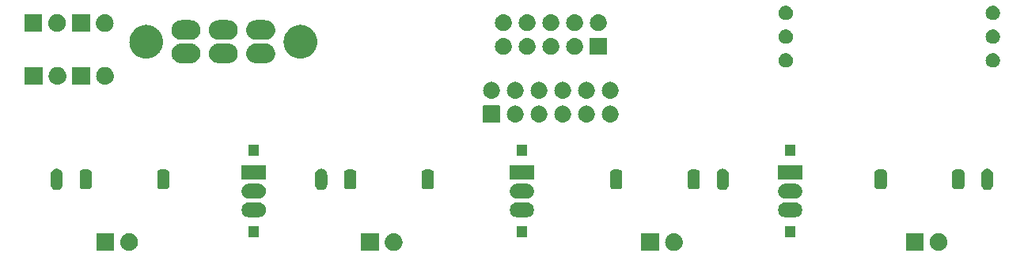
<source format=gbr>
%TF.GenerationSoftware,KiCad,Pcbnew,8.0.5*%
%TF.CreationDate,2025-01-25T11:58:12-08:00*%
%TF.ProjectId,sub,7375622e-6b69-4636-9164-5f7063625858,3.1*%
%TF.SameCoordinates,Original*%
%TF.FileFunction,Soldermask,Top*%
%TF.FilePolarity,Negative*%
%FSLAX46Y46*%
G04 Gerber Fmt 4.6, Leading zero omitted, Abs format (unit mm)*
G04 Created by KiCad (PCBNEW 8.0.5) date 2025-01-25 11:58:12*
%MOMM*%
%LPD*%
G01*
G04 APERTURE LIST*
G04 APERTURE END LIST*
G36*
X52049517Y-146502882D02*
G01*
X52066062Y-146513938D01*
X52077118Y-146530483D01*
X52081000Y-146550000D01*
X52081000Y-148350000D01*
X52077118Y-148369517D01*
X52066062Y-148386062D01*
X52049517Y-148397118D01*
X52030000Y-148401000D01*
X50230000Y-148401000D01*
X50210483Y-148397118D01*
X50193938Y-148386062D01*
X50182882Y-148369517D01*
X50179000Y-148350000D01*
X50179000Y-146550000D01*
X50182882Y-146530483D01*
X50193938Y-146513938D01*
X50210483Y-146502882D01*
X50230000Y-146499000D01*
X52030000Y-146499000D01*
X52049517Y-146502882D01*
G37*
G36*
X53716604Y-146503590D02*
G01*
X53757696Y-146503590D01*
X53803456Y-146512144D01*
X53855531Y-146517273D01*
X53895091Y-146529273D01*
X53930111Y-146535820D01*
X53978617Y-146554611D01*
X54033932Y-146571391D01*
X54065534Y-146588282D01*
X54093656Y-146599177D01*
X54142513Y-146629428D01*
X54198347Y-146659272D01*
X54221809Y-146678526D01*
X54242784Y-146691514D01*
X54289256Y-146733879D01*
X54342459Y-146777541D01*
X54358224Y-146796751D01*
X54372400Y-146809674D01*
X54413557Y-146864174D01*
X54460728Y-146921653D01*
X54469848Y-146938717D01*
X54478099Y-146949642D01*
X54510925Y-147015566D01*
X54548609Y-147086068D01*
X54552628Y-147099316D01*
X54556282Y-147106655D01*
X54577864Y-147182507D01*
X54602727Y-147264469D01*
X54603543Y-147272762D01*
X54604280Y-147275350D01*
X54611937Y-147357982D01*
X54621000Y-147450000D01*
X54611936Y-147542026D01*
X54604280Y-147624649D01*
X54603544Y-147627235D01*
X54602727Y-147635531D01*
X54577859Y-147717507D01*
X54556282Y-147793344D01*
X54552628Y-147800680D01*
X54548609Y-147813932D01*
X54510917Y-147884447D01*
X54478099Y-147950357D01*
X54469850Y-147961279D01*
X54460728Y-147978347D01*
X54413547Y-148035836D01*
X54372400Y-148090325D01*
X54358227Y-148103244D01*
X54342459Y-148122459D01*
X54289245Y-148166129D01*
X54242784Y-148208485D01*
X54221814Y-148221469D01*
X54198347Y-148240728D01*
X54142502Y-148270577D01*
X54093656Y-148300822D01*
X54065541Y-148311713D01*
X54033932Y-148328609D01*
X53978605Y-148345392D01*
X53930111Y-148364179D01*
X53895098Y-148370724D01*
X53855531Y-148382727D01*
X53803453Y-148387856D01*
X53757696Y-148396410D01*
X53716604Y-148396410D01*
X53670000Y-148401000D01*
X53623396Y-148396410D01*
X53582304Y-148396410D01*
X53536545Y-148387856D01*
X53484469Y-148382727D01*
X53444902Y-148370724D01*
X53409888Y-148364179D01*
X53361389Y-148345390D01*
X53306068Y-148328609D01*
X53274461Y-148311714D01*
X53246343Y-148300822D01*
X53197490Y-148270573D01*
X53141653Y-148240728D01*
X53118188Y-148221471D01*
X53097215Y-148208485D01*
X53050744Y-148166121D01*
X52997541Y-148122459D01*
X52981775Y-148103248D01*
X52967599Y-148090325D01*
X52926439Y-148035821D01*
X52879272Y-147978347D01*
X52870151Y-147961284D01*
X52861900Y-147950357D01*
X52829067Y-147884420D01*
X52791391Y-147813932D01*
X52787372Y-147800685D01*
X52783717Y-147793344D01*
X52762124Y-147717454D01*
X52737273Y-147635531D01*
X52736456Y-147627241D01*
X52735719Y-147624649D01*
X52728046Y-147541854D01*
X52719000Y-147450000D01*
X52728045Y-147358153D01*
X52735719Y-147275350D01*
X52736456Y-147272757D01*
X52737273Y-147264469D01*
X52762119Y-147182560D01*
X52783717Y-147106655D01*
X52787373Y-147099311D01*
X52791391Y-147086068D01*
X52829060Y-147015593D01*
X52861900Y-146949642D01*
X52870153Y-146938712D01*
X52879272Y-146921653D01*
X52926430Y-146864190D01*
X52967599Y-146809674D01*
X52981778Y-146796747D01*
X52997541Y-146777541D01*
X53050733Y-146733887D01*
X53097215Y-146691514D01*
X53118193Y-146678524D01*
X53141653Y-146659272D01*
X53197478Y-146629432D01*
X53246343Y-146599177D01*
X53274467Y-146588281D01*
X53306068Y-146571391D01*
X53361377Y-146554612D01*
X53409888Y-146535820D01*
X53444909Y-146529273D01*
X53484469Y-146517273D01*
X53536542Y-146512144D01*
X53582304Y-146503590D01*
X53623396Y-146503590D01*
X53670000Y-146499000D01*
X53716604Y-146503590D01*
G37*
G36*
X80349517Y-146502882D02*
G01*
X80366062Y-146513938D01*
X80377118Y-146530483D01*
X80381000Y-146550000D01*
X80381000Y-148350000D01*
X80377118Y-148369517D01*
X80366062Y-148386062D01*
X80349517Y-148397118D01*
X80330000Y-148401000D01*
X78530000Y-148401000D01*
X78510483Y-148397118D01*
X78493938Y-148386062D01*
X78482882Y-148369517D01*
X78479000Y-148350000D01*
X78479000Y-146550000D01*
X78482882Y-146530483D01*
X78493938Y-146513938D01*
X78510483Y-146502882D01*
X78530000Y-146499000D01*
X80330000Y-146499000D01*
X80349517Y-146502882D01*
G37*
G36*
X82016604Y-146503590D02*
G01*
X82057696Y-146503590D01*
X82103456Y-146512144D01*
X82155531Y-146517273D01*
X82195091Y-146529273D01*
X82230111Y-146535820D01*
X82278617Y-146554611D01*
X82333932Y-146571391D01*
X82365534Y-146588282D01*
X82393656Y-146599177D01*
X82442513Y-146629428D01*
X82498347Y-146659272D01*
X82521809Y-146678526D01*
X82542784Y-146691514D01*
X82589256Y-146733879D01*
X82642459Y-146777541D01*
X82658224Y-146796751D01*
X82672400Y-146809674D01*
X82713557Y-146864174D01*
X82760728Y-146921653D01*
X82769848Y-146938717D01*
X82778099Y-146949642D01*
X82810925Y-147015566D01*
X82848609Y-147086068D01*
X82852628Y-147099316D01*
X82856282Y-147106655D01*
X82877864Y-147182507D01*
X82902727Y-147264469D01*
X82903543Y-147272762D01*
X82904280Y-147275350D01*
X82911937Y-147357982D01*
X82921000Y-147450000D01*
X82911936Y-147542026D01*
X82904280Y-147624649D01*
X82903544Y-147627235D01*
X82902727Y-147635531D01*
X82877859Y-147717507D01*
X82856282Y-147793344D01*
X82852628Y-147800680D01*
X82848609Y-147813932D01*
X82810917Y-147884447D01*
X82778099Y-147950357D01*
X82769850Y-147961279D01*
X82760728Y-147978347D01*
X82713547Y-148035836D01*
X82672400Y-148090325D01*
X82658227Y-148103244D01*
X82642459Y-148122459D01*
X82589245Y-148166129D01*
X82542784Y-148208485D01*
X82521814Y-148221469D01*
X82498347Y-148240728D01*
X82442502Y-148270577D01*
X82393656Y-148300822D01*
X82365541Y-148311713D01*
X82333932Y-148328609D01*
X82278605Y-148345392D01*
X82230111Y-148364179D01*
X82195098Y-148370724D01*
X82155531Y-148382727D01*
X82103453Y-148387856D01*
X82057696Y-148396410D01*
X82016604Y-148396410D01*
X81970000Y-148401000D01*
X81923396Y-148396410D01*
X81882304Y-148396410D01*
X81836545Y-148387856D01*
X81784469Y-148382727D01*
X81744902Y-148370724D01*
X81709888Y-148364179D01*
X81661389Y-148345390D01*
X81606068Y-148328609D01*
X81574461Y-148311714D01*
X81546343Y-148300822D01*
X81497490Y-148270573D01*
X81441653Y-148240728D01*
X81418188Y-148221471D01*
X81397215Y-148208485D01*
X81350744Y-148166121D01*
X81297541Y-148122459D01*
X81281775Y-148103248D01*
X81267599Y-148090325D01*
X81226439Y-148035821D01*
X81179272Y-147978347D01*
X81170151Y-147961284D01*
X81161900Y-147950357D01*
X81129067Y-147884420D01*
X81091391Y-147813932D01*
X81087372Y-147800685D01*
X81083717Y-147793344D01*
X81062124Y-147717454D01*
X81037273Y-147635531D01*
X81036456Y-147627241D01*
X81035719Y-147624649D01*
X81028046Y-147541854D01*
X81019000Y-147450000D01*
X81028045Y-147358153D01*
X81035719Y-147275350D01*
X81036456Y-147272757D01*
X81037273Y-147264469D01*
X81062119Y-147182560D01*
X81083717Y-147106655D01*
X81087373Y-147099311D01*
X81091391Y-147086068D01*
X81129060Y-147015593D01*
X81161900Y-146949642D01*
X81170153Y-146938712D01*
X81179272Y-146921653D01*
X81226430Y-146864190D01*
X81267599Y-146809674D01*
X81281778Y-146796747D01*
X81297541Y-146777541D01*
X81350733Y-146733887D01*
X81397215Y-146691514D01*
X81418193Y-146678524D01*
X81441653Y-146659272D01*
X81497478Y-146629432D01*
X81546343Y-146599177D01*
X81574467Y-146588281D01*
X81606068Y-146571391D01*
X81661377Y-146554612D01*
X81709888Y-146535820D01*
X81744909Y-146529273D01*
X81784469Y-146517273D01*
X81836542Y-146512144D01*
X81882304Y-146503590D01*
X81923396Y-146503590D01*
X81970000Y-146499000D01*
X82016604Y-146503590D01*
G37*
G36*
X110349517Y-146502882D02*
G01*
X110366062Y-146513938D01*
X110377118Y-146530483D01*
X110381000Y-146550000D01*
X110381000Y-148350000D01*
X110377118Y-148369517D01*
X110366062Y-148386062D01*
X110349517Y-148397118D01*
X110330000Y-148401000D01*
X108530000Y-148401000D01*
X108510483Y-148397118D01*
X108493938Y-148386062D01*
X108482882Y-148369517D01*
X108479000Y-148350000D01*
X108479000Y-146550000D01*
X108482882Y-146530483D01*
X108493938Y-146513938D01*
X108510483Y-146502882D01*
X108530000Y-146499000D01*
X110330000Y-146499000D01*
X110349517Y-146502882D01*
G37*
G36*
X112016604Y-146503590D02*
G01*
X112057696Y-146503590D01*
X112103456Y-146512144D01*
X112155531Y-146517273D01*
X112195091Y-146529273D01*
X112230111Y-146535820D01*
X112278617Y-146554611D01*
X112333932Y-146571391D01*
X112365534Y-146588282D01*
X112393656Y-146599177D01*
X112442513Y-146629428D01*
X112498347Y-146659272D01*
X112521809Y-146678526D01*
X112542784Y-146691514D01*
X112589256Y-146733879D01*
X112642459Y-146777541D01*
X112658224Y-146796751D01*
X112672400Y-146809674D01*
X112713557Y-146864174D01*
X112760728Y-146921653D01*
X112769848Y-146938717D01*
X112778099Y-146949642D01*
X112810925Y-147015566D01*
X112848609Y-147086068D01*
X112852628Y-147099316D01*
X112856282Y-147106655D01*
X112877864Y-147182507D01*
X112902727Y-147264469D01*
X112903543Y-147272762D01*
X112904280Y-147275350D01*
X112911937Y-147357982D01*
X112921000Y-147450000D01*
X112911936Y-147542026D01*
X112904280Y-147624649D01*
X112903544Y-147627235D01*
X112902727Y-147635531D01*
X112877859Y-147717507D01*
X112856282Y-147793344D01*
X112852628Y-147800680D01*
X112848609Y-147813932D01*
X112810917Y-147884447D01*
X112778099Y-147950357D01*
X112769850Y-147961279D01*
X112760728Y-147978347D01*
X112713547Y-148035836D01*
X112672400Y-148090325D01*
X112658227Y-148103244D01*
X112642459Y-148122459D01*
X112589245Y-148166129D01*
X112542784Y-148208485D01*
X112521814Y-148221469D01*
X112498347Y-148240728D01*
X112442502Y-148270577D01*
X112393656Y-148300822D01*
X112365541Y-148311713D01*
X112333932Y-148328609D01*
X112278605Y-148345392D01*
X112230111Y-148364179D01*
X112195098Y-148370724D01*
X112155531Y-148382727D01*
X112103453Y-148387856D01*
X112057696Y-148396410D01*
X112016604Y-148396410D01*
X111970000Y-148401000D01*
X111923396Y-148396410D01*
X111882304Y-148396410D01*
X111836545Y-148387856D01*
X111784469Y-148382727D01*
X111744902Y-148370724D01*
X111709888Y-148364179D01*
X111661389Y-148345390D01*
X111606068Y-148328609D01*
X111574461Y-148311714D01*
X111546343Y-148300822D01*
X111497490Y-148270573D01*
X111441653Y-148240728D01*
X111418188Y-148221471D01*
X111397215Y-148208485D01*
X111350744Y-148166121D01*
X111297541Y-148122459D01*
X111281775Y-148103248D01*
X111267599Y-148090325D01*
X111226439Y-148035821D01*
X111179272Y-147978347D01*
X111170151Y-147961284D01*
X111161900Y-147950357D01*
X111129067Y-147884420D01*
X111091391Y-147813932D01*
X111087372Y-147800685D01*
X111083717Y-147793344D01*
X111062124Y-147717454D01*
X111037273Y-147635531D01*
X111036456Y-147627241D01*
X111035719Y-147624649D01*
X111028046Y-147541854D01*
X111019000Y-147450000D01*
X111028045Y-147358153D01*
X111035719Y-147275350D01*
X111036456Y-147272757D01*
X111037273Y-147264469D01*
X111062119Y-147182560D01*
X111083717Y-147106655D01*
X111087373Y-147099311D01*
X111091391Y-147086068D01*
X111129060Y-147015593D01*
X111161900Y-146949642D01*
X111170153Y-146938712D01*
X111179272Y-146921653D01*
X111226430Y-146864190D01*
X111267599Y-146809674D01*
X111281778Y-146796747D01*
X111297541Y-146777541D01*
X111350733Y-146733887D01*
X111397215Y-146691514D01*
X111418193Y-146678524D01*
X111441653Y-146659272D01*
X111497478Y-146629432D01*
X111546343Y-146599177D01*
X111574467Y-146588281D01*
X111606068Y-146571391D01*
X111661377Y-146554612D01*
X111709888Y-146535820D01*
X111744909Y-146529273D01*
X111784469Y-146517273D01*
X111836542Y-146512144D01*
X111882304Y-146503590D01*
X111923396Y-146503590D01*
X111970000Y-146499000D01*
X112016604Y-146503590D01*
G37*
G36*
X138649517Y-146502882D02*
G01*
X138666062Y-146513938D01*
X138677118Y-146530483D01*
X138681000Y-146550000D01*
X138681000Y-148350000D01*
X138677118Y-148369517D01*
X138666062Y-148386062D01*
X138649517Y-148397118D01*
X138630000Y-148401000D01*
X136830000Y-148401000D01*
X136810483Y-148397118D01*
X136793938Y-148386062D01*
X136782882Y-148369517D01*
X136779000Y-148350000D01*
X136779000Y-146550000D01*
X136782882Y-146530483D01*
X136793938Y-146513938D01*
X136810483Y-146502882D01*
X136830000Y-146499000D01*
X138630000Y-146499000D01*
X138649517Y-146502882D01*
G37*
G36*
X140316604Y-146503590D02*
G01*
X140357696Y-146503590D01*
X140403456Y-146512144D01*
X140455531Y-146517273D01*
X140495091Y-146529273D01*
X140530111Y-146535820D01*
X140578617Y-146554611D01*
X140633932Y-146571391D01*
X140665534Y-146588282D01*
X140693656Y-146599177D01*
X140742513Y-146629428D01*
X140798347Y-146659272D01*
X140821809Y-146678526D01*
X140842784Y-146691514D01*
X140889256Y-146733879D01*
X140942459Y-146777541D01*
X140958224Y-146796751D01*
X140972400Y-146809674D01*
X141013557Y-146864174D01*
X141060728Y-146921653D01*
X141069848Y-146938717D01*
X141078099Y-146949642D01*
X141110925Y-147015566D01*
X141148609Y-147086068D01*
X141152628Y-147099316D01*
X141156282Y-147106655D01*
X141177864Y-147182507D01*
X141202727Y-147264469D01*
X141203543Y-147272762D01*
X141204280Y-147275350D01*
X141211937Y-147357982D01*
X141221000Y-147450000D01*
X141211936Y-147542026D01*
X141204280Y-147624649D01*
X141203544Y-147627235D01*
X141202727Y-147635531D01*
X141177859Y-147717507D01*
X141156282Y-147793344D01*
X141152628Y-147800680D01*
X141148609Y-147813932D01*
X141110917Y-147884447D01*
X141078099Y-147950357D01*
X141069850Y-147961279D01*
X141060728Y-147978347D01*
X141013547Y-148035836D01*
X140972400Y-148090325D01*
X140958227Y-148103244D01*
X140942459Y-148122459D01*
X140889245Y-148166129D01*
X140842784Y-148208485D01*
X140821814Y-148221469D01*
X140798347Y-148240728D01*
X140742502Y-148270577D01*
X140693656Y-148300822D01*
X140665541Y-148311713D01*
X140633932Y-148328609D01*
X140578605Y-148345392D01*
X140530111Y-148364179D01*
X140495098Y-148370724D01*
X140455531Y-148382727D01*
X140403453Y-148387856D01*
X140357696Y-148396410D01*
X140316604Y-148396410D01*
X140270000Y-148401000D01*
X140223396Y-148396410D01*
X140182304Y-148396410D01*
X140136545Y-148387856D01*
X140084469Y-148382727D01*
X140044902Y-148370724D01*
X140009888Y-148364179D01*
X139961389Y-148345390D01*
X139906068Y-148328609D01*
X139874461Y-148311714D01*
X139846343Y-148300822D01*
X139797490Y-148270573D01*
X139741653Y-148240728D01*
X139718188Y-148221471D01*
X139697215Y-148208485D01*
X139650744Y-148166121D01*
X139597541Y-148122459D01*
X139581775Y-148103248D01*
X139567599Y-148090325D01*
X139526439Y-148035821D01*
X139479272Y-147978347D01*
X139470151Y-147961284D01*
X139461900Y-147950357D01*
X139429067Y-147884420D01*
X139391391Y-147813932D01*
X139387372Y-147800685D01*
X139383717Y-147793344D01*
X139362124Y-147717454D01*
X139337273Y-147635531D01*
X139336456Y-147627241D01*
X139335719Y-147624649D01*
X139328046Y-147541854D01*
X139319000Y-147450000D01*
X139328045Y-147358153D01*
X139335719Y-147275350D01*
X139336456Y-147272757D01*
X139337273Y-147264469D01*
X139362119Y-147182560D01*
X139383717Y-147106655D01*
X139387373Y-147099311D01*
X139391391Y-147086068D01*
X139429060Y-147015593D01*
X139461900Y-146949642D01*
X139470153Y-146938712D01*
X139479272Y-146921653D01*
X139526430Y-146864190D01*
X139567599Y-146809674D01*
X139581778Y-146796747D01*
X139597541Y-146777541D01*
X139650733Y-146733887D01*
X139697215Y-146691514D01*
X139718193Y-146678524D01*
X139741653Y-146659272D01*
X139797478Y-146629432D01*
X139846343Y-146599177D01*
X139874467Y-146588281D01*
X139906068Y-146571391D01*
X139961377Y-146554612D01*
X140009888Y-146535820D01*
X140044909Y-146529273D01*
X140084469Y-146517273D01*
X140136542Y-146512144D01*
X140182304Y-146503590D01*
X140223396Y-146503590D01*
X140270000Y-146499000D01*
X140316604Y-146503590D01*
G37*
G36*
X67519517Y-145752882D02*
G01*
X67536062Y-145763938D01*
X67547118Y-145780483D01*
X67551000Y-145800000D01*
X67551000Y-146900000D01*
X67547118Y-146919517D01*
X67536062Y-146936062D01*
X67519517Y-146947118D01*
X67500000Y-146951000D01*
X66500000Y-146951000D01*
X66480483Y-146947118D01*
X66463938Y-146936062D01*
X66452882Y-146919517D01*
X66449000Y-146900000D01*
X66449000Y-145800000D01*
X66452882Y-145780483D01*
X66463938Y-145763938D01*
X66480483Y-145752882D01*
X66500000Y-145749000D01*
X67500000Y-145749000D01*
X67519517Y-145752882D01*
G37*
G36*
X96219517Y-145752882D02*
G01*
X96236062Y-145763938D01*
X96247118Y-145780483D01*
X96251000Y-145800000D01*
X96251000Y-146900000D01*
X96247118Y-146919517D01*
X96236062Y-146936062D01*
X96219517Y-146947118D01*
X96200000Y-146951000D01*
X95200000Y-146951000D01*
X95180483Y-146947118D01*
X95163938Y-146936062D01*
X95152882Y-146919517D01*
X95149000Y-146900000D01*
X95149000Y-145800000D01*
X95152882Y-145780483D01*
X95163938Y-145763938D01*
X95180483Y-145752882D01*
X95200000Y-145749000D01*
X96200000Y-145749000D01*
X96219517Y-145752882D01*
G37*
G36*
X124919517Y-145752882D02*
G01*
X124936062Y-145763938D01*
X124947118Y-145780483D01*
X124951000Y-145800000D01*
X124951000Y-146900000D01*
X124947118Y-146919517D01*
X124936062Y-146936062D01*
X124919517Y-146947118D01*
X124900000Y-146951000D01*
X123900000Y-146951000D01*
X123880483Y-146947118D01*
X123863938Y-146936062D01*
X123852882Y-146919517D01*
X123849000Y-146900000D01*
X123849000Y-145800000D01*
X123852882Y-145780483D01*
X123863938Y-145763938D01*
X123880483Y-145752882D01*
X123900000Y-145749000D01*
X124900000Y-145749000D01*
X124919517Y-145752882D01*
G37*
G36*
X67578512Y-143202857D02*
G01*
X67732518Y-143233491D01*
X67877589Y-143293581D01*
X68008149Y-143380819D01*
X68119181Y-143491851D01*
X68206419Y-143622411D01*
X68266509Y-143767482D01*
X68297143Y-143921488D01*
X68297143Y-144078512D01*
X68266509Y-144232518D01*
X68206419Y-144377589D01*
X68119181Y-144508149D01*
X68008149Y-144619181D01*
X67877589Y-144706419D01*
X67732518Y-144766509D01*
X67578512Y-144797143D01*
X67500000Y-144801000D01*
X67496941Y-144801000D01*
X66503059Y-144801000D01*
X66500000Y-144801000D01*
X66421488Y-144797143D01*
X66267482Y-144766509D01*
X66122411Y-144706419D01*
X65991851Y-144619181D01*
X65880819Y-144508149D01*
X65793581Y-144377589D01*
X65733491Y-144232518D01*
X65702857Y-144078512D01*
X65702857Y-143921488D01*
X65733491Y-143767482D01*
X65793581Y-143622411D01*
X65880819Y-143491851D01*
X65991851Y-143380819D01*
X66122411Y-143293581D01*
X66267482Y-143233491D01*
X66421488Y-143202857D01*
X66500000Y-143199000D01*
X67500000Y-143199000D01*
X67578512Y-143202857D01*
G37*
G36*
X96278512Y-143202857D02*
G01*
X96432518Y-143233491D01*
X96577589Y-143293581D01*
X96708149Y-143380819D01*
X96819181Y-143491851D01*
X96906419Y-143622411D01*
X96966509Y-143767482D01*
X96997143Y-143921488D01*
X96997143Y-144078512D01*
X96966509Y-144232518D01*
X96906419Y-144377589D01*
X96819181Y-144508149D01*
X96708149Y-144619181D01*
X96577589Y-144706419D01*
X96432518Y-144766509D01*
X96278512Y-144797143D01*
X96200000Y-144801000D01*
X96196941Y-144801000D01*
X95203059Y-144801000D01*
X95200000Y-144801000D01*
X95121488Y-144797143D01*
X94967482Y-144766509D01*
X94822411Y-144706419D01*
X94691851Y-144619181D01*
X94580819Y-144508149D01*
X94493581Y-144377589D01*
X94433491Y-144232518D01*
X94402857Y-144078512D01*
X94402857Y-143921488D01*
X94433491Y-143767482D01*
X94493581Y-143622411D01*
X94580819Y-143491851D01*
X94691851Y-143380819D01*
X94822411Y-143293581D01*
X94967482Y-143233491D01*
X95121488Y-143202857D01*
X95200000Y-143199000D01*
X96200000Y-143199000D01*
X96278512Y-143202857D01*
G37*
G36*
X124978512Y-143202857D02*
G01*
X125132518Y-143233491D01*
X125277589Y-143293581D01*
X125408149Y-143380819D01*
X125519181Y-143491851D01*
X125606419Y-143622411D01*
X125666509Y-143767482D01*
X125697143Y-143921488D01*
X125697143Y-144078512D01*
X125666509Y-144232518D01*
X125606419Y-144377589D01*
X125519181Y-144508149D01*
X125408149Y-144619181D01*
X125277589Y-144706419D01*
X125132518Y-144766509D01*
X124978512Y-144797143D01*
X124900000Y-144801000D01*
X124896941Y-144801000D01*
X123903059Y-144801000D01*
X123900000Y-144801000D01*
X123821488Y-144797143D01*
X123667482Y-144766509D01*
X123522411Y-144706419D01*
X123391851Y-144619181D01*
X123280819Y-144508149D01*
X123193581Y-144377589D01*
X123133491Y-144232518D01*
X123102857Y-144078512D01*
X123102857Y-143921488D01*
X123133491Y-143767482D01*
X123193581Y-143622411D01*
X123280819Y-143491851D01*
X123391851Y-143380819D01*
X123522411Y-143293581D01*
X123667482Y-143233491D01*
X123821488Y-143202857D01*
X123900000Y-143199000D01*
X124900000Y-143199000D01*
X124978512Y-143202857D01*
G37*
G36*
X67578512Y-141202857D02*
G01*
X67732518Y-141233491D01*
X67877589Y-141293581D01*
X68008149Y-141380819D01*
X68119181Y-141491851D01*
X68206419Y-141622411D01*
X68266509Y-141767482D01*
X68297143Y-141921488D01*
X68297143Y-142078512D01*
X68266509Y-142232518D01*
X68206419Y-142377589D01*
X68119181Y-142508149D01*
X68008149Y-142619181D01*
X67877589Y-142706419D01*
X67732518Y-142766509D01*
X67578512Y-142797143D01*
X67500000Y-142801000D01*
X67496941Y-142801000D01*
X66503059Y-142801000D01*
X66500000Y-142801000D01*
X66421488Y-142797143D01*
X66267482Y-142766509D01*
X66122411Y-142706419D01*
X65991851Y-142619181D01*
X65880819Y-142508149D01*
X65793581Y-142377589D01*
X65733491Y-142232518D01*
X65702857Y-142078512D01*
X65702857Y-141921488D01*
X65733491Y-141767482D01*
X65793581Y-141622411D01*
X65880819Y-141491851D01*
X65991851Y-141380819D01*
X66122411Y-141293581D01*
X66267482Y-141233491D01*
X66421488Y-141202857D01*
X66500000Y-141199000D01*
X67500000Y-141199000D01*
X67578512Y-141202857D01*
G37*
G36*
X96278512Y-141202857D02*
G01*
X96432518Y-141233491D01*
X96577589Y-141293581D01*
X96708149Y-141380819D01*
X96819181Y-141491851D01*
X96906419Y-141622411D01*
X96966509Y-141767482D01*
X96997143Y-141921488D01*
X96997143Y-142078512D01*
X96966509Y-142232518D01*
X96906419Y-142377589D01*
X96819181Y-142508149D01*
X96708149Y-142619181D01*
X96577589Y-142706419D01*
X96432518Y-142766509D01*
X96278512Y-142797143D01*
X96200000Y-142801000D01*
X96196941Y-142801000D01*
X95203059Y-142801000D01*
X95200000Y-142801000D01*
X95121488Y-142797143D01*
X94967482Y-142766509D01*
X94822411Y-142706419D01*
X94691851Y-142619181D01*
X94580819Y-142508149D01*
X94493581Y-142377589D01*
X94433491Y-142232518D01*
X94402857Y-142078512D01*
X94402857Y-141921488D01*
X94433491Y-141767482D01*
X94493581Y-141622411D01*
X94580819Y-141491851D01*
X94691851Y-141380819D01*
X94822411Y-141293581D01*
X94967482Y-141233491D01*
X95121488Y-141202857D01*
X95200000Y-141199000D01*
X96200000Y-141199000D01*
X96278512Y-141202857D01*
G37*
G36*
X124978512Y-141202857D02*
G01*
X125132518Y-141233491D01*
X125277589Y-141293581D01*
X125408149Y-141380819D01*
X125519181Y-141491851D01*
X125606419Y-141622411D01*
X125666509Y-141767482D01*
X125697143Y-141921488D01*
X125697143Y-142078512D01*
X125666509Y-142232518D01*
X125606419Y-142377589D01*
X125519181Y-142508149D01*
X125408149Y-142619181D01*
X125277589Y-142706419D01*
X125132518Y-142766509D01*
X124978512Y-142797143D01*
X124900000Y-142801000D01*
X124896941Y-142801000D01*
X123903059Y-142801000D01*
X123900000Y-142801000D01*
X123821488Y-142797143D01*
X123667482Y-142766509D01*
X123522411Y-142706419D01*
X123391851Y-142619181D01*
X123280819Y-142508149D01*
X123193581Y-142377589D01*
X123133491Y-142232518D01*
X123102857Y-142078512D01*
X123102857Y-141921488D01*
X123133491Y-141767482D01*
X123193581Y-141622411D01*
X123280819Y-141491851D01*
X123391851Y-141380819D01*
X123522411Y-141293581D01*
X123667482Y-141233491D01*
X123821488Y-141202857D01*
X123900000Y-141199000D01*
X124900000Y-141199000D01*
X124978512Y-141202857D01*
G37*
G36*
X46108975Y-139627032D02*
G01*
X46226879Y-139675869D01*
X46332990Y-139746770D01*
X46423230Y-139837010D01*
X46494131Y-139943121D01*
X46542968Y-140061025D01*
X46567865Y-140186191D01*
X46571000Y-140250000D01*
X46571000Y-141250000D01*
X46567865Y-141313809D01*
X46542968Y-141438975D01*
X46494131Y-141556879D01*
X46423230Y-141662990D01*
X46332990Y-141753230D01*
X46226879Y-141824131D01*
X46108975Y-141872968D01*
X45983809Y-141897865D01*
X45856191Y-141897865D01*
X45731025Y-141872968D01*
X45613121Y-141824131D01*
X45507010Y-141753230D01*
X45416770Y-141662990D01*
X45345869Y-141556879D01*
X45297032Y-141438975D01*
X45272135Y-141313809D01*
X45269000Y-141250000D01*
X45269000Y-140250000D01*
X45272135Y-140186191D01*
X45297032Y-140061025D01*
X45345869Y-139943121D01*
X45416770Y-139837010D01*
X45507010Y-139746770D01*
X45613121Y-139675869D01*
X45731025Y-139627032D01*
X45856191Y-139602135D01*
X45983809Y-139602135D01*
X46108975Y-139627032D01*
G37*
G36*
X74408975Y-139627032D02*
G01*
X74526879Y-139675869D01*
X74632990Y-139746770D01*
X74723230Y-139837010D01*
X74794131Y-139943121D01*
X74842968Y-140061025D01*
X74867865Y-140186191D01*
X74871000Y-140250000D01*
X74871000Y-141250000D01*
X74867865Y-141313809D01*
X74842968Y-141438975D01*
X74794131Y-141556879D01*
X74723230Y-141662990D01*
X74632990Y-141753230D01*
X74526879Y-141824131D01*
X74408975Y-141872968D01*
X74283809Y-141897865D01*
X74156191Y-141897865D01*
X74031025Y-141872968D01*
X73913121Y-141824131D01*
X73807010Y-141753230D01*
X73716770Y-141662990D01*
X73645869Y-141556879D01*
X73597032Y-141438975D01*
X73572135Y-141313809D01*
X73569000Y-141250000D01*
X73569000Y-140250000D01*
X73572135Y-140186191D01*
X73597032Y-140061025D01*
X73645869Y-139943121D01*
X73716770Y-139837010D01*
X73807010Y-139746770D01*
X73913121Y-139675869D01*
X74031025Y-139627032D01*
X74156191Y-139602135D01*
X74283809Y-139602135D01*
X74408975Y-139627032D01*
G37*
G36*
X117368975Y-139627032D02*
G01*
X117486879Y-139675869D01*
X117592990Y-139746770D01*
X117683230Y-139837010D01*
X117754131Y-139943121D01*
X117802968Y-140061025D01*
X117827865Y-140186191D01*
X117831000Y-140250000D01*
X117831000Y-141250000D01*
X117827865Y-141313809D01*
X117802968Y-141438975D01*
X117754131Y-141556879D01*
X117683230Y-141662990D01*
X117592990Y-141753230D01*
X117486879Y-141824131D01*
X117368975Y-141872968D01*
X117243809Y-141897865D01*
X117116191Y-141897865D01*
X116991025Y-141872968D01*
X116873121Y-141824131D01*
X116767010Y-141753230D01*
X116676770Y-141662990D01*
X116605869Y-141556879D01*
X116557032Y-141438975D01*
X116532135Y-141313809D01*
X116529000Y-141250000D01*
X116529000Y-140250000D01*
X116532135Y-140186191D01*
X116557032Y-140061025D01*
X116605869Y-139943121D01*
X116676770Y-139837010D01*
X116767010Y-139746770D01*
X116873121Y-139675869D01*
X116991025Y-139627032D01*
X117116191Y-139602135D01*
X117243809Y-139602135D01*
X117368975Y-139627032D01*
G37*
G36*
X145668975Y-139627032D02*
G01*
X145786879Y-139675869D01*
X145892990Y-139746770D01*
X145983230Y-139837010D01*
X146054131Y-139943121D01*
X146102968Y-140061025D01*
X146127865Y-140186191D01*
X146131000Y-140250000D01*
X146131000Y-141250000D01*
X146127865Y-141313809D01*
X146102968Y-141438975D01*
X146054131Y-141556879D01*
X145983230Y-141662990D01*
X145892990Y-141753230D01*
X145786879Y-141824131D01*
X145668975Y-141872968D01*
X145543809Y-141897865D01*
X145416191Y-141897865D01*
X145291025Y-141872968D01*
X145173121Y-141824131D01*
X145067010Y-141753230D01*
X144976770Y-141662990D01*
X144905869Y-141556879D01*
X144857032Y-141438975D01*
X144832135Y-141313809D01*
X144829000Y-141250000D01*
X144829000Y-140250000D01*
X144832135Y-140186191D01*
X144857032Y-140061025D01*
X144905869Y-139943121D01*
X144976770Y-139837010D01*
X145067010Y-139746770D01*
X145173121Y-139675869D01*
X145291025Y-139627032D01*
X145416191Y-139602135D01*
X145543809Y-139602135D01*
X145668975Y-139627032D01*
G37*
G36*
X49338865Y-139701748D02*
G01*
X49392208Y-139707483D01*
X49401172Y-139710826D01*
X49420153Y-139713592D01*
X49457381Y-139731792D01*
X49487600Y-139743063D01*
X49501082Y-139753156D01*
X49523958Y-139764339D01*
X49547588Y-139787969D01*
X49567285Y-139802714D01*
X49582029Y-139822410D01*
X49605661Y-139846042D01*
X49616844Y-139868918D01*
X49626936Y-139882399D01*
X49638205Y-139912612D01*
X49656408Y-139949847D01*
X49659173Y-139968830D01*
X49662516Y-139977791D01*
X49668248Y-140031115D01*
X49671000Y-140050000D01*
X49671000Y-141450000D01*
X49668247Y-141468891D01*
X49662516Y-141522208D01*
X49659174Y-141531167D01*
X49656408Y-141550153D01*
X49638203Y-141587390D01*
X49626936Y-141617600D01*
X49616845Y-141631078D01*
X49605661Y-141653958D01*
X49582026Y-141677592D01*
X49567285Y-141697285D01*
X49547592Y-141712026D01*
X49523958Y-141735661D01*
X49501078Y-141746845D01*
X49487600Y-141756936D01*
X49457390Y-141768203D01*
X49420153Y-141786408D01*
X49401167Y-141789174D01*
X49392208Y-141792516D01*
X49338887Y-141798248D01*
X49320000Y-141801000D01*
X48720000Y-141801000D01*
X48701111Y-141798247D01*
X48647791Y-141792516D01*
X48638830Y-141789173D01*
X48619847Y-141786408D01*
X48582612Y-141768205D01*
X48552399Y-141756936D01*
X48538918Y-141746844D01*
X48516042Y-141735661D01*
X48492410Y-141712029D01*
X48472714Y-141697285D01*
X48457969Y-141677588D01*
X48434339Y-141653958D01*
X48423156Y-141631082D01*
X48413063Y-141617600D01*
X48401792Y-141587381D01*
X48383592Y-141550153D01*
X48380826Y-141531172D01*
X48377483Y-141522208D01*
X48371748Y-141468861D01*
X48369000Y-141450000D01*
X48369000Y-140050000D01*
X48371748Y-140031137D01*
X48377483Y-139977791D01*
X48380826Y-139968826D01*
X48383592Y-139949847D01*
X48401790Y-139912621D01*
X48413063Y-139882399D01*
X48423157Y-139868914D01*
X48434339Y-139846042D01*
X48457966Y-139822414D01*
X48472714Y-139802714D01*
X48492414Y-139787966D01*
X48516042Y-139764339D01*
X48538914Y-139753157D01*
X48552399Y-139743063D01*
X48582621Y-139731790D01*
X48619847Y-139713592D01*
X48638826Y-139710826D01*
X48647791Y-139707483D01*
X48701141Y-139701747D01*
X48720000Y-139699000D01*
X49320000Y-139699000D01*
X49338865Y-139701748D01*
G37*
G36*
X57638865Y-139701748D02*
G01*
X57692208Y-139707483D01*
X57701172Y-139710826D01*
X57720153Y-139713592D01*
X57757381Y-139731792D01*
X57787600Y-139743063D01*
X57801082Y-139753156D01*
X57823958Y-139764339D01*
X57847588Y-139787969D01*
X57867285Y-139802714D01*
X57882029Y-139822410D01*
X57905661Y-139846042D01*
X57916844Y-139868918D01*
X57926936Y-139882399D01*
X57938205Y-139912612D01*
X57956408Y-139949847D01*
X57959173Y-139968830D01*
X57962516Y-139977791D01*
X57968248Y-140031115D01*
X57971000Y-140050000D01*
X57971000Y-141450000D01*
X57968247Y-141468891D01*
X57962516Y-141522208D01*
X57959174Y-141531167D01*
X57956408Y-141550153D01*
X57938203Y-141587390D01*
X57926936Y-141617600D01*
X57916845Y-141631078D01*
X57905661Y-141653958D01*
X57882026Y-141677592D01*
X57867285Y-141697285D01*
X57847592Y-141712026D01*
X57823958Y-141735661D01*
X57801078Y-141746845D01*
X57787600Y-141756936D01*
X57757390Y-141768203D01*
X57720153Y-141786408D01*
X57701167Y-141789174D01*
X57692208Y-141792516D01*
X57638887Y-141798248D01*
X57620000Y-141801000D01*
X57020000Y-141801000D01*
X57001111Y-141798247D01*
X56947791Y-141792516D01*
X56938830Y-141789173D01*
X56919847Y-141786408D01*
X56882612Y-141768205D01*
X56852399Y-141756936D01*
X56838918Y-141746844D01*
X56816042Y-141735661D01*
X56792410Y-141712029D01*
X56772714Y-141697285D01*
X56757969Y-141677588D01*
X56734339Y-141653958D01*
X56723156Y-141631082D01*
X56713063Y-141617600D01*
X56701792Y-141587381D01*
X56683592Y-141550153D01*
X56680826Y-141531172D01*
X56677483Y-141522208D01*
X56671748Y-141468861D01*
X56669000Y-141450000D01*
X56669000Y-140050000D01*
X56671748Y-140031137D01*
X56677483Y-139977791D01*
X56680826Y-139968826D01*
X56683592Y-139949847D01*
X56701790Y-139912621D01*
X56713063Y-139882399D01*
X56723157Y-139868914D01*
X56734339Y-139846042D01*
X56757966Y-139822414D01*
X56772714Y-139802714D01*
X56792414Y-139787966D01*
X56816042Y-139764339D01*
X56838914Y-139753157D01*
X56852399Y-139743063D01*
X56882621Y-139731790D01*
X56919847Y-139713592D01*
X56938826Y-139710826D01*
X56947791Y-139707483D01*
X57001141Y-139701747D01*
X57020000Y-139699000D01*
X57620000Y-139699000D01*
X57638865Y-139701748D01*
G37*
G36*
X77638865Y-139701748D02*
G01*
X77692208Y-139707483D01*
X77701172Y-139710826D01*
X77720153Y-139713592D01*
X77757381Y-139731792D01*
X77787600Y-139743063D01*
X77801082Y-139753156D01*
X77823958Y-139764339D01*
X77847588Y-139787969D01*
X77867285Y-139802714D01*
X77882029Y-139822410D01*
X77905661Y-139846042D01*
X77916844Y-139868918D01*
X77926936Y-139882399D01*
X77938205Y-139912612D01*
X77956408Y-139949847D01*
X77959173Y-139968830D01*
X77962516Y-139977791D01*
X77968248Y-140031115D01*
X77971000Y-140050000D01*
X77971000Y-141450000D01*
X77968247Y-141468891D01*
X77962516Y-141522208D01*
X77959174Y-141531167D01*
X77956408Y-141550153D01*
X77938203Y-141587390D01*
X77926936Y-141617600D01*
X77916845Y-141631078D01*
X77905661Y-141653958D01*
X77882026Y-141677592D01*
X77867285Y-141697285D01*
X77847592Y-141712026D01*
X77823958Y-141735661D01*
X77801078Y-141746845D01*
X77787600Y-141756936D01*
X77757390Y-141768203D01*
X77720153Y-141786408D01*
X77701167Y-141789174D01*
X77692208Y-141792516D01*
X77638887Y-141798248D01*
X77620000Y-141801000D01*
X77020000Y-141801000D01*
X77001111Y-141798247D01*
X76947791Y-141792516D01*
X76938830Y-141789173D01*
X76919847Y-141786408D01*
X76882612Y-141768205D01*
X76852399Y-141756936D01*
X76838918Y-141746844D01*
X76816042Y-141735661D01*
X76792410Y-141712029D01*
X76772714Y-141697285D01*
X76757969Y-141677588D01*
X76734339Y-141653958D01*
X76723156Y-141631082D01*
X76713063Y-141617600D01*
X76701792Y-141587381D01*
X76683592Y-141550153D01*
X76680826Y-141531172D01*
X76677483Y-141522208D01*
X76671748Y-141468861D01*
X76669000Y-141450000D01*
X76669000Y-140050000D01*
X76671748Y-140031137D01*
X76677483Y-139977791D01*
X76680826Y-139968826D01*
X76683592Y-139949847D01*
X76701790Y-139912621D01*
X76713063Y-139882399D01*
X76723157Y-139868914D01*
X76734339Y-139846042D01*
X76757966Y-139822414D01*
X76772714Y-139802714D01*
X76792414Y-139787966D01*
X76816042Y-139764339D01*
X76838914Y-139753157D01*
X76852399Y-139743063D01*
X76882621Y-139731790D01*
X76919847Y-139713592D01*
X76938826Y-139710826D01*
X76947791Y-139707483D01*
X77001141Y-139701747D01*
X77020000Y-139699000D01*
X77620000Y-139699000D01*
X77638865Y-139701748D01*
G37*
G36*
X85938865Y-139701748D02*
G01*
X85992208Y-139707483D01*
X86001172Y-139710826D01*
X86020153Y-139713592D01*
X86057381Y-139731792D01*
X86087600Y-139743063D01*
X86101082Y-139753156D01*
X86123958Y-139764339D01*
X86147588Y-139787969D01*
X86167285Y-139802714D01*
X86182029Y-139822410D01*
X86205661Y-139846042D01*
X86216844Y-139868918D01*
X86226936Y-139882399D01*
X86238205Y-139912612D01*
X86256408Y-139949847D01*
X86259173Y-139968830D01*
X86262516Y-139977791D01*
X86268248Y-140031115D01*
X86271000Y-140050000D01*
X86271000Y-141450000D01*
X86268247Y-141468891D01*
X86262516Y-141522208D01*
X86259174Y-141531167D01*
X86256408Y-141550153D01*
X86238203Y-141587390D01*
X86226936Y-141617600D01*
X86216845Y-141631078D01*
X86205661Y-141653958D01*
X86182026Y-141677592D01*
X86167285Y-141697285D01*
X86147592Y-141712026D01*
X86123958Y-141735661D01*
X86101078Y-141746845D01*
X86087600Y-141756936D01*
X86057390Y-141768203D01*
X86020153Y-141786408D01*
X86001167Y-141789174D01*
X85992208Y-141792516D01*
X85938887Y-141798248D01*
X85920000Y-141801000D01*
X85320000Y-141801000D01*
X85301111Y-141798247D01*
X85247791Y-141792516D01*
X85238830Y-141789173D01*
X85219847Y-141786408D01*
X85182612Y-141768205D01*
X85152399Y-141756936D01*
X85138918Y-141746844D01*
X85116042Y-141735661D01*
X85092410Y-141712029D01*
X85072714Y-141697285D01*
X85057969Y-141677588D01*
X85034339Y-141653958D01*
X85023156Y-141631082D01*
X85013063Y-141617600D01*
X85001792Y-141587381D01*
X84983592Y-141550153D01*
X84980826Y-141531172D01*
X84977483Y-141522208D01*
X84971748Y-141468861D01*
X84969000Y-141450000D01*
X84969000Y-140050000D01*
X84971748Y-140031137D01*
X84977483Y-139977791D01*
X84980826Y-139968826D01*
X84983592Y-139949847D01*
X85001790Y-139912621D01*
X85013063Y-139882399D01*
X85023157Y-139868914D01*
X85034339Y-139846042D01*
X85057966Y-139822414D01*
X85072714Y-139802714D01*
X85092414Y-139787966D01*
X85116042Y-139764339D01*
X85138914Y-139753157D01*
X85152399Y-139743063D01*
X85182621Y-139731790D01*
X85219847Y-139713592D01*
X85238826Y-139710826D01*
X85247791Y-139707483D01*
X85301141Y-139701747D01*
X85320000Y-139699000D01*
X85920000Y-139699000D01*
X85938865Y-139701748D01*
G37*
G36*
X106098865Y-139701748D02*
G01*
X106152208Y-139707483D01*
X106161172Y-139710826D01*
X106180153Y-139713592D01*
X106217381Y-139731792D01*
X106247600Y-139743063D01*
X106261082Y-139753156D01*
X106283958Y-139764339D01*
X106307588Y-139787969D01*
X106327285Y-139802714D01*
X106342029Y-139822410D01*
X106365661Y-139846042D01*
X106376844Y-139868918D01*
X106386936Y-139882399D01*
X106398205Y-139912612D01*
X106416408Y-139949847D01*
X106419173Y-139968830D01*
X106422516Y-139977791D01*
X106428248Y-140031115D01*
X106431000Y-140050000D01*
X106431000Y-141450000D01*
X106428247Y-141468891D01*
X106422516Y-141522208D01*
X106419174Y-141531167D01*
X106416408Y-141550153D01*
X106398203Y-141587390D01*
X106386936Y-141617600D01*
X106376845Y-141631078D01*
X106365661Y-141653958D01*
X106342026Y-141677592D01*
X106327285Y-141697285D01*
X106307592Y-141712026D01*
X106283958Y-141735661D01*
X106261078Y-141746845D01*
X106247600Y-141756936D01*
X106217390Y-141768203D01*
X106180153Y-141786408D01*
X106161167Y-141789174D01*
X106152208Y-141792516D01*
X106098887Y-141798248D01*
X106080000Y-141801000D01*
X105480000Y-141801000D01*
X105461111Y-141798247D01*
X105407791Y-141792516D01*
X105398830Y-141789173D01*
X105379847Y-141786408D01*
X105342612Y-141768205D01*
X105312399Y-141756936D01*
X105298918Y-141746844D01*
X105276042Y-141735661D01*
X105252410Y-141712029D01*
X105232714Y-141697285D01*
X105217969Y-141677588D01*
X105194339Y-141653958D01*
X105183156Y-141631082D01*
X105173063Y-141617600D01*
X105161792Y-141587381D01*
X105143592Y-141550153D01*
X105140826Y-141531172D01*
X105137483Y-141522208D01*
X105131748Y-141468861D01*
X105129000Y-141450000D01*
X105129000Y-140050000D01*
X105131748Y-140031137D01*
X105137483Y-139977791D01*
X105140826Y-139968826D01*
X105143592Y-139949847D01*
X105161790Y-139912621D01*
X105173063Y-139882399D01*
X105183157Y-139868914D01*
X105194339Y-139846042D01*
X105217966Y-139822414D01*
X105232714Y-139802714D01*
X105252414Y-139787966D01*
X105276042Y-139764339D01*
X105298914Y-139753157D01*
X105312399Y-139743063D01*
X105342621Y-139731790D01*
X105379847Y-139713592D01*
X105398826Y-139710826D01*
X105407791Y-139707483D01*
X105461141Y-139701747D01*
X105480000Y-139699000D01*
X106080000Y-139699000D01*
X106098865Y-139701748D01*
G37*
G36*
X114398865Y-139701748D02*
G01*
X114452208Y-139707483D01*
X114461172Y-139710826D01*
X114480153Y-139713592D01*
X114517381Y-139731792D01*
X114547600Y-139743063D01*
X114561082Y-139753156D01*
X114583958Y-139764339D01*
X114607588Y-139787969D01*
X114627285Y-139802714D01*
X114642029Y-139822410D01*
X114665661Y-139846042D01*
X114676844Y-139868918D01*
X114686936Y-139882399D01*
X114698205Y-139912612D01*
X114716408Y-139949847D01*
X114719173Y-139968830D01*
X114722516Y-139977791D01*
X114728248Y-140031115D01*
X114731000Y-140050000D01*
X114731000Y-141450000D01*
X114728247Y-141468891D01*
X114722516Y-141522208D01*
X114719174Y-141531167D01*
X114716408Y-141550153D01*
X114698203Y-141587390D01*
X114686936Y-141617600D01*
X114676845Y-141631078D01*
X114665661Y-141653958D01*
X114642026Y-141677592D01*
X114627285Y-141697285D01*
X114607592Y-141712026D01*
X114583958Y-141735661D01*
X114561078Y-141746845D01*
X114547600Y-141756936D01*
X114517390Y-141768203D01*
X114480153Y-141786408D01*
X114461167Y-141789174D01*
X114452208Y-141792516D01*
X114398887Y-141798248D01*
X114380000Y-141801000D01*
X113780000Y-141801000D01*
X113761111Y-141798247D01*
X113707791Y-141792516D01*
X113698830Y-141789173D01*
X113679847Y-141786408D01*
X113642612Y-141768205D01*
X113612399Y-141756936D01*
X113598918Y-141746844D01*
X113576042Y-141735661D01*
X113552410Y-141712029D01*
X113532714Y-141697285D01*
X113517969Y-141677588D01*
X113494339Y-141653958D01*
X113483156Y-141631082D01*
X113473063Y-141617600D01*
X113461792Y-141587381D01*
X113443592Y-141550153D01*
X113440826Y-141531172D01*
X113437483Y-141522208D01*
X113431748Y-141468861D01*
X113429000Y-141450000D01*
X113429000Y-140050000D01*
X113431748Y-140031137D01*
X113437483Y-139977791D01*
X113440826Y-139968826D01*
X113443592Y-139949847D01*
X113461790Y-139912621D01*
X113473063Y-139882399D01*
X113483157Y-139868914D01*
X113494339Y-139846042D01*
X113517966Y-139822414D01*
X113532714Y-139802714D01*
X113552414Y-139787966D01*
X113576042Y-139764339D01*
X113598914Y-139753157D01*
X113612399Y-139743063D01*
X113642621Y-139731790D01*
X113679847Y-139713592D01*
X113698826Y-139710826D01*
X113707791Y-139707483D01*
X113761141Y-139701747D01*
X113780000Y-139699000D01*
X114380000Y-139699000D01*
X114398865Y-139701748D01*
G37*
G36*
X134398865Y-139701748D02*
G01*
X134452208Y-139707483D01*
X134461172Y-139710826D01*
X134480153Y-139713592D01*
X134517381Y-139731792D01*
X134547600Y-139743063D01*
X134561082Y-139753156D01*
X134583958Y-139764339D01*
X134607588Y-139787969D01*
X134627285Y-139802714D01*
X134642029Y-139822410D01*
X134665661Y-139846042D01*
X134676844Y-139868918D01*
X134686936Y-139882399D01*
X134698205Y-139912612D01*
X134716408Y-139949847D01*
X134719173Y-139968830D01*
X134722516Y-139977791D01*
X134728248Y-140031115D01*
X134731000Y-140050000D01*
X134731000Y-141450000D01*
X134728247Y-141468891D01*
X134722516Y-141522208D01*
X134719174Y-141531167D01*
X134716408Y-141550153D01*
X134698203Y-141587390D01*
X134686936Y-141617600D01*
X134676845Y-141631078D01*
X134665661Y-141653958D01*
X134642026Y-141677592D01*
X134627285Y-141697285D01*
X134607592Y-141712026D01*
X134583958Y-141735661D01*
X134561078Y-141746845D01*
X134547600Y-141756936D01*
X134517390Y-141768203D01*
X134480153Y-141786408D01*
X134461167Y-141789174D01*
X134452208Y-141792516D01*
X134398887Y-141798248D01*
X134380000Y-141801000D01*
X133780000Y-141801000D01*
X133761111Y-141798247D01*
X133707791Y-141792516D01*
X133698830Y-141789173D01*
X133679847Y-141786408D01*
X133642612Y-141768205D01*
X133612399Y-141756936D01*
X133598918Y-141746844D01*
X133576042Y-141735661D01*
X133552410Y-141712029D01*
X133532714Y-141697285D01*
X133517969Y-141677588D01*
X133494339Y-141653958D01*
X133483156Y-141631082D01*
X133473063Y-141617600D01*
X133461792Y-141587381D01*
X133443592Y-141550153D01*
X133440826Y-141531172D01*
X133437483Y-141522208D01*
X133431748Y-141468861D01*
X133429000Y-141450000D01*
X133429000Y-140050000D01*
X133431748Y-140031137D01*
X133437483Y-139977791D01*
X133440826Y-139968826D01*
X133443592Y-139949847D01*
X133461790Y-139912621D01*
X133473063Y-139882399D01*
X133483157Y-139868914D01*
X133494339Y-139846042D01*
X133517966Y-139822414D01*
X133532714Y-139802714D01*
X133552414Y-139787966D01*
X133576042Y-139764339D01*
X133598914Y-139753157D01*
X133612399Y-139743063D01*
X133642621Y-139731790D01*
X133679847Y-139713592D01*
X133698826Y-139710826D01*
X133707791Y-139707483D01*
X133761141Y-139701747D01*
X133780000Y-139699000D01*
X134380000Y-139699000D01*
X134398865Y-139701748D01*
G37*
G36*
X142698865Y-139701748D02*
G01*
X142752208Y-139707483D01*
X142761172Y-139710826D01*
X142780153Y-139713592D01*
X142817381Y-139731792D01*
X142847600Y-139743063D01*
X142861082Y-139753156D01*
X142883958Y-139764339D01*
X142907588Y-139787969D01*
X142927285Y-139802714D01*
X142942029Y-139822410D01*
X142965661Y-139846042D01*
X142976844Y-139868918D01*
X142986936Y-139882399D01*
X142998205Y-139912612D01*
X143016408Y-139949847D01*
X143019173Y-139968830D01*
X143022516Y-139977791D01*
X143028248Y-140031115D01*
X143031000Y-140050000D01*
X143031000Y-141450000D01*
X143028247Y-141468891D01*
X143022516Y-141522208D01*
X143019174Y-141531167D01*
X143016408Y-141550153D01*
X142998203Y-141587390D01*
X142986936Y-141617600D01*
X142976845Y-141631078D01*
X142965661Y-141653958D01*
X142942026Y-141677592D01*
X142927285Y-141697285D01*
X142907592Y-141712026D01*
X142883958Y-141735661D01*
X142861078Y-141746845D01*
X142847600Y-141756936D01*
X142817390Y-141768203D01*
X142780153Y-141786408D01*
X142761167Y-141789174D01*
X142752208Y-141792516D01*
X142698887Y-141798248D01*
X142680000Y-141801000D01*
X142080000Y-141801000D01*
X142061111Y-141798247D01*
X142007791Y-141792516D01*
X141998830Y-141789173D01*
X141979847Y-141786408D01*
X141942612Y-141768205D01*
X141912399Y-141756936D01*
X141898918Y-141746844D01*
X141876042Y-141735661D01*
X141852410Y-141712029D01*
X141832714Y-141697285D01*
X141817969Y-141677588D01*
X141794339Y-141653958D01*
X141783156Y-141631082D01*
X141773063Y-141617600D01*
X141761792Y-141587381D01*
X141743592Y-141550153D01*
X141740826Y-141531172D01*
X141737483Y-141522208D01*
X141731748Y-141468861D01*
X141729000Y-141450000D01*
X141729000Y-140050000D01*
X141731748Y-140031137D01*
X141737483Y-139977791D01*
X141740826Y-139968826D01*
X141743592Y-139949847D01*
X141761790Y-139912621D01*
X141773063Y-139882399D01*
X141783157Y-139868914D01*
X141794339Y-139846042D01*
X141817966Y-139822414D01*
X141832714Y-139802714D01*
X141852414Y-139787966D01*
X141876042Y-139764339D01*
X141898914Y-139753157D01*
X141912399Y-139743063D01*
X141942621Y-139731790D01*
X141979847Y-139713592D01*
X141998826Y-139710826D01*
X142007791Y-139707483D01*
X142061141Y-139701747D01*
X142080000Y-139699000D01*
X142680000Y-139699000D01*
X142698865Y-139701748D01*
G37*
G36*
X68269517Y-139202882D02*
G01*
X68286062Y-139213938D01*
X68297118Y-139230483D01*
X68301000Y-139250000D01*
X68301000Y-140750000D01*
X68297118Y-140769517D01*
X68286062Y-140786062D01*
X68269517Y-140797118D01*
X68250000Y-140801000D01*
X65750000Y-140801000D01*
X65730483Y-140797118D01*
X65713938Y-140786062D01*
X65702882Y-140769517D01*
X65699000Y-140750000D01*
X65699000Y-139250000D01*
X65702882Y-139230483D01*
X65713938Y-139213938D01*
X65730483Y-139202882D01*
X65750000Y-139199000D01*
X68250000Y-139199000D01*
X68269517Y-139202882D01*
G37*
G36*
X96969517Y-139202882D02*
G01*
X96986062Y-139213938D01*
X96997118Y-139230483D01*
X97001000Y-139250000D01*
X97001000Y-140750000D01*
X96997118Y-140769517D01*
X96986062Y-140786062D01*
X96969517Y-140797118D01*
X96950000Y-140801000D01*
X94450000Y-140801000D01*
X94430483Y-140797118D01*
X94413938Y-140786062D01*
X94402882Y-140769517D01*
X94399000Y-140750000D01*
X94399000Y-139250000D01*
X94402882Y-139230483D01*
X94413938Y-139213938D01*
X94430483Y-139202882D01*
X94450000Y-139199000D01*
X96950000Y-139199000D01*
X96969517Y-139202882D01*
G37*
G36*
X125669517Y-139202882D02*
G01*
X125686062Y-139213938D01*
X125697118Y-139230483D01*
X125701000Y-139250000D01*
X125701000Y-140750000D01*
X125697118Y-140769517D01*
X125686062Y-140786062D01*
X125669517Y-140797118D01*
X125650000Y-140801000D01*
X123150000Y-140801000D01*
X123130483Y-140797118D01*
X123113938Y-140786062D01*
X123102882Y-140769517D01*
X123099000Y-140750000D01*
X123099000Y-139250000D01*
X123102882Y-139230483D01*
X123113938Y-139213938D01*
X123130483Y-139202882D01*
X123150000Y-139199000D01*
X125650000Y-139199000D01*
X125669517Y-139202882D01*
G37*
G36*
X67519517Y-137052882D02*
G01*
X67536062Y-137063938D01*
X67547118Y-137080483D01*
X67551000Y-137100000D01*
X67551000Y-138200000D01*
X67547118Y-138219517D01*
X67536062Y-138236062D01*
X67519517Y-138247118D01*
X67500000Y-138251000D01*
X66500000Y-138251000D01*
X66480483Y-138247118D01*
X66463938Y-138236062D01*
X66452882Y-138219517D01*
X66449000Y-138200000D01*
X66449000Y-137100000D01*
X66452882Y-137080483D01*
X66463938Y-137063938D01*
X66480483Y-137052882D01*
X66500000Y-137049000D01*
X67500000Y-137049000D01*
X67519517Y-137052882D01*
G37*
G36*
X96219517Y-137052882D02*
G01*
X96236062Y-137063938D01*
X96247118Y-137080483D01*
X96251000Y-137100000D01*
X96251000Y-138200000D01*
X96247118Y-138219517D01*
X96236062Y-138236062D01*
X96219517Y-138247118D01*
X96200000Y-138251000D01*
X95200000Y-138251000D01*
X95180483Y-138247118D01*
X95163938Y-138236062D01*
X95152882Y-138219517D01*
X95149000Y-138200000D01*
X95149000Y-137100000D01*
X95152882Y-137080483D01*
X95163938Y-137063938D01*
X95180483Y-137052882D01*
X95200000Y-137049000D01*
X96200000Y-137049000D01*
X96219517Y-137052882D01*
G37*
G36*
X124919517Y-137052882D02*
G01*
X124936062Y-137063938D01*
X124947118Y-137080483D01*
X124951000Y-137100000D01*
X124951000Y-138200000D01*
X124947118Y-138219517D01*
X124936062Y-138236062D01*
X124919517Y-138247118D01*
X124900000Y-138251000D01*
X123900000Y-138251000D01*
X123880483Y-138247118D01*
X123863938Y-138236062D01*
X123852882Y-138219517D01*
X123849000Y-138200000D01*
X123849000Y-137100000D01*
X123852882Y-137080483D01*
X123863938Y-137063938D01*
X123880483Y-137052882D01*
X123900000Y-137049000D01*
X124900000Y-137049000D01*
X124919517Y-137052882D01*
G37*
G36*
X93309517Y-132842882D02*
G01*
X93326062Y-132853938D01*
X93337118Y-132870483D01*
X93341000Y-132890000D01*
X93341000Y-134590000D01*
X93337118Y-134609517D01*
X93326062Y-134626062D01*
X93309517Y-134637118D01*
X93290000Y-134641000D01*
X91590000Y-134641000D01*
X91570483Y-134637118D01*
X91553938Y-134626062D01*
X91542882Y-134609517D01*
X91539000Y-134590000D01*
X91539000Y-132890000D01*
X91542882Y-132870483D01*
X91553938Y-132853938D01*
X91570483Y-132842882D01*
X91590000Y-132839000D01*
X93290000Y-132839000D01*
X93309517Y-132842882D01*
G37*
G36*
X95023983Y-132843936D02*
G01*
X95074180Y-132843936D01*
X95117524Y-132853149D01*
X95155659Y-132856905D01*
X95203566Y-132871437D01*
X95258424Y-132883098D01*
X95293530Y-132898728D01*
X95324566Y-132908143D01*
X95373884Y-132934504D01*
X95430500Y-132959711D01*
X95456822Y-132978835D01*
X95480232Y-132991348D01*
X95527988Y-133030540D01*
X95582887Y-133070427D01*
X95600711Y-133090223D01*
X95616675Y-133103324D01*
X95659572Y-133155594D01*
X95708924Y-133210405D01*
X95719292Y-133228363D01*
X95728651Y-133239767D01*
X95763273Y-133304542D01*
X95803104Y-133373530D01*
X95807685Y-133387630D01*
X95811856Y-133395433D01*
X95834852Y-133471242D01*
X95861311Y-133552672D01*
X95862242Y-133561532D01*
X95863094Y-133564340D01*
X95871384Y-133648513D01*
X95881000Y-133740000D01*
X95871383Y-133831494D01*
X95863094Y-133915659D01*
X95862242Y-133918466D01*
X95861311Y-133927328D01*
X95834848Y-134008771D01*
X95811856Y-134084566D01*
X95807686Y-134092366D01*
X95803104Y-134106470D01*
X95763266Y-134175470D01*
X95728651Y-134240232D01*
X95719294Y-134251633D01*
X95708924Y-134269595D01*
X95659563Y-134324415D01*
X95616675Y-134376675D01*
X95600714Y-134389773D01*
X95582887Y-134409573D01*
X95527977Y-134449467D01*
X95480232Y-134488651D01*
X95456827Y-134501161D01*
X95430500Y-134520289D01*
X95373873Y-134545500D01*
X95324566Y-134571856D01*
X95293537Y-134581268D01*
X95258424Y-134596902D01*
X95203555Y-134608564D01*
X95155659Y-134623094D01*
X95117532Y-134626849D01*
X95074180Y-134636064D01*
X95023973Y-134636064D01*
X94980000Y-134640395D01*
X94936027Y-134636064D01*
X94885820Y-134636064D01*
X94842467Y-134626849D01*
X94804340Y-134623094D01*
X94756441Y-134608563D01*
X94701576Y-134596902D01*
X94666464Y-134581269D01*
X94635433Y-134571856D01*
X94586120Y-134545498D01*
X94529500Y-134520289D01*
X94503175Y-134501163D01*
X94479767Y-134488651D01*
X94432013Y-134449460D01*
X94377113Y-134409573D01*
X94359287Y-134389776D01*
X94343324Y-134376675D01*
X94300425Y-134324402D01*
X94251076Y-134269595D01*
X94240708Y-134251637D01*
X94231348Y-134240232D01*
X94196719Y-134175447D01*
X94156896Y-134106470D01*
X94152315Y-134092371D01*
X94148143Y-134084566D01*
X94125136Y-134008725D01*
X94098689Y-133927328D01*
X94097758Y-133918471D01*
X94096905Y-133915659D01*
X94088600Y-133831342D01*
X94079000Y-133740000D01*
X94088599Y-133648664D01*
X94096905Y-133564340D01*
X94097758Y-133561527D01*
X94098689Y-133552672D01*
X94125132Y-133471288D01*
X94148143Y-133395433D01*
X94152315Y-133387626D01*
X94156896Y-133373530D01*
X94196712Y-133304565D01*
X94231348Y-133239767D01*
X94240710Y-133228359D01*
X94251076Y-133210405D01*
X94300416Y-133155607D01*
X94343324Y-133103324D01*
X94359291Y-133090219D01*
X94377113Y-133070427D01*
X94432002Y-133030546D01*
X94479767Y-132991348D01*
X94503180Y-132978833D01*
X94529500Y-132959711D01*
X94586109Y-132934506D01*
X94635433Y-132908143D01*
X94666471Y-132898727D01*
X94701576Y-132883098D01*
X94756430Y-132871438D01*
X94804340Y-132856905D01*
X94842476Y-132853148D01*
X94885820Y-132843936D01*
X94936016Y-132843936D01*
X94980000Y-132839604D01*
X95023983Y-132843936D01*
G37*
G36*
X97563983Y-132843936D02*
G01*
X97614180Y-132843936D01*
X97657524Y-132853149D01*
X97695659Y-132856905D01*
X97743566Y-132871437D01*
X97798424Y-132883098D01*
X97833530Y-132898728D01*
X97864566Y-132908143D01*
X97913884Y-132934504D01*
X97970500Y-132959711D01*
X97996822Y-132978835D01*
X98020232Y-132991348D01*
X98067988Y-133030540D01*
X98122887Y-133070427D01*
X98140711Y-133090223D01*
X98156675Y-133103324D01*
X98199572Y-133155594D01*
X98248924Y-133210405D01*
X98259292Y-133228363D01*
X98268651Y-133239767D01*
X98303273Y-133304542D01*
X98343104Y-133373530D01*
X98347685Y-133387630D01*
X98351856Y-133395433D01*
X98374852Y-133471242D01*
X98401311Y-133552672D01*
X98402242Y-133561532D01*
X98403094Y-133564340D01*
X98411384Y-133648513D01*
X98421000Y-133740000D01*
X98411383Y-133831494D01*
X98403094Y-133915659D01*
X98402242Y-133918466D01*
X98401311Y-133927328D01*
X98374848Y-134008771D01*
X98351856Y-134084566D01*
X98347686Y-134092366D01*
X98343104Y-134106470D01*
X98303266Y-134175470D01*
X98268651Y-134240232D01*
X98259294Y-134251633D01*
X98248924Y-134269595D01*
X98199563Y-134324415D01*
X98156675Y-134376675D01*
X98140714Y-134389773D01*
X98122887Y-134409573D01*
X98067977Y-134449467D01*
X98020232Y-134488651D01*
X97996827Y-134501161D01*
X97970500Y-134520289D01*
X97913873Y-134545500D01*
X97864566Y-134571856D01*
X97833537Y-134581268D01*
X97798424Y-134596902D01*
X97743555Y-134608564D01*
X97695659Y-134623094D01*
X97657532Y-134626849D01*
X97614180Y-134636064D01*
X97563973Y-134636064D01*
X97520000Y-134640395D01*
X97476027Y-134636064D01*
X97425820Y-134636064D01*
X97382467Y-134626849D01*
X97344340Y-134623094D01*
X97296441Y-134608563D01*
X97241576Y-134596902D01*
X97206464Y-134581269D01*
X97175433Y-134571856D01*
X97126120Y-134545498D01*
X97069500Y-134520289D01*
X97043175Y-134501163D01*
X97019767Y-134488651D01*
X96972013Y-134449460D01*
X96917113Y-134409573D01*
X96899287Y-134389776D01*
X96883324Y-134376675D01*
X96840425Y-134324402D01*
X96791076Y-134269595D01*
X96780708Y-134251637D01*
X96771348Y-134240232D01*
X96736719Y-134175447D01*
X96696896Y-134106470D01*
X96692315Y-134092371D01*
X96688143Y-134084566D01*
X96665136Y-134008725D01*
X96638689Y-133927328D01*
X96637758Y-133918471D01*
X96636905Y-133915659D01*
X96628600Y-133831342D01*
X96619000Y-133740000D01*
X96628599Y-133648664D01*
X96636905Y-133564340D01*
X96637758Y-133561527D01*
X96638689Y-133552672D01*
X96665132Y-133471288D01*
X96688143Y-133395433D01*
X96692315Y-133387626D01*
X96696896Y-133373530D01*
X96736712Y-133304565D01*
X96771348Y-133239767D01*
X96780710Y-133228359D01*
X96791076Y-133210405D01*
X96840416Y-133155607D01*
X96883324Y-133103324D01*
X96899291Y-133090219D01*
X96917113Y-133070427D01*
X96972002Y-133030546D01*
X97019767Y-132991348D01*
X97043180Y-132978833D01*
X97069500Y-132959711D01*
X97126109Y-132934506D01*
X97175433Y-132908143D01*
X97206471Y-132898727D01*
X97241576Y-132883098D01*
X97296430Y-132871438D01*
X97344340Y-132856905D01*
X97382476Y-132853148D01*
X97425820Y-132843936D01*
X97476016Y-132843936D01*
X97520000Y-132839604D01*
X97563983Y-132843936D01*
G37*
G36*
X100103983Y-132843936D02*
G01*
X100154180Y-132843936D01*
X100197524Y-132853149D01*
X100235659Y-132856905D01*
X100283566Y-132871437D01*
X100338424Y-132883098D01*
X100373530Y-132898728D01*
X100404566Y-132908143D01*
X100453884Y-132934504D01*
X100510500Y-132959711D01*
X100536822Y-132978835D01*
X100560232Y-132991348D01*
X100607988Y-133030540D01*
X100662887Y-133070427D01*
X100680711Y-133090223D01*
X100696675Y-133103324D01*
X100739572Y-133155594D01*
X100788924Y-133210405D01*
X100799292Y-133228363D01*
X100808651Y-133239767D01*
X100843273Y-133304542D01*
X100883104Y-133373530D01*
X100887685Y-133387630D01*
X100891856Y-133395433D01*
X100914852Y-133471242D01*
X100941311Y-133552672D01*
X100942242Y-133561532D01*
X100943094Y-133564340D01*
X100951384Y-133648513D01*
X100961000Y-133740000D01*
X100951383Y-133831494D01*
X100943094Y-133915659D01*
X100942242Y-133918466D01*
X100941311Y-133927328D01*
X100914848Y-134008771D01*
X100891856Y-134084566D01*
X100887686Y-134092366D01*
X100883104Y-134106470D01*
X100843266Y-134175470D01*
X100808651Y-134240232D01*
X100799294Y-134251633D01*
X100788924Y-134269595D01*
X100739563Y-134324415D01*
X100696675Y-134376675D01*
X100680714Y-134389773D01*
X100662887Y-134409573D01*
X100607977Y-134449467D01*
X100560232Y-134488651D01*
X100536827Y-134501161D01*
X100510500Y-134520289D01*
X100453873Y-134545500D01*
X100404566Y-134571856D01*
X100373537Y-134581268D01*
X100338424Y-134596902D01*
X100283555Y-134608564D01*
X100235659Y-134623094D01*
X100197532Y-134626849D01*
X100154180Y-134636064D01*
X100103973Y-134636064D01*
X100060000Y-134640395D01*
X100016027Y-134636064D01*
X99965820Y-134636064D01*
X99922467Y-134626849D01*
X99884340Y-134623094D01*
X99836441Y-134608563D01*
X99781576Y-134596902D01*
X99746464Y-134581269D01*
X99715433Y-134571856D01*
X99666120Y-134545498D01*
X99609500Y-134520289D01*
X99583175Y-134501163D01*
X99559767Y-134488651D01*
X99512013Y-134449460D01*
X99457113Y-134409573D01*
X99439287Y-134389776D01*
X99423324Y-134376675D01*
X99380425Y-134324402D01*
X99331076Y-134269595D01*
X99320708Y-134251637D01*
X99311348Y-134240232D01*
X99276719Y-134175447D01*
X99236896Y-134106470D01*
X99232315Y-134092371D01*
X99228143Y-134084566D01*
X99205136Y-134008725D01*
X99178689Y-133927328D01*
X99177758Y-133918471D01*
X99176905Y-133915659D01*
X99168600Y-133831342D01*
X99159000Y-133740000D01*
X99168599Y-133648664D01*
X99176905Y-133564340D01*
X99177758Y-133561527D01*
X99178689Y-133552672D01*
X99205132Y-133471288D01*
X99228143Y-133395433D01*
X99232315Y-133387626D01*
X99236896Y-133373530D01*
X99276712Y-133304565D01*
X99311348Y-133239767D01*
X99320710Y-133228359D01*
X99331076Y-133210405D01*
X99380416Y-133155607D01*
X99423324Y-133103324D01*
X99439291Y-133090219D01*
X99457113Y-133070427D01*
X99512002Y-133030546D01*
X99559767Y-132991348D01*
X99583180Y-132978833D01*
X99609500Y-132959711D01*
X99666109Y-132934506D01*
X99715433Y-132908143D01*
X99746471Y-132898727D01*
X99781576Y-132883098D01*
X99836430Y-132871438D01*
X99884340Y-132856905D01*
X99922476Y-132853148D01*
X99965820Y-132843936D01*
X100016016Y-132843936D01*
X100060000Y-132839604D01*
X100103983Y-132843936D01*
G37*
G36*
X102643983Y-132843936D02*
G01*
X102694180Y-132843936D01*
X102737524Y-132853149D01*
X102775659Y-132856905D01*
X102823566Y-132871437D01*
X102878424Y-132883098D01*
X102913530Y-132898728D01*
X102944566Y-132908143D01*
X102993884Y-132934504D01*
X103050500Y-132959711D01*
X103076822Y-132978835D01*
X103100232Y-132991348D01*
X103147988Y-133030540D01*
X103202887Y-133070427D01*
X103220711Y-133090223D01*
X103236675Y-133103324D01*
X103279572Y-133155594D01*
X103328924Y-133210405D01*
X103339292Y-133228363D01*
X103348651Y-133239767D01*
X103383273Y-133304542D01*
X103423104Y-133373530D01*
X103427685Y-133387630D01*
X103431856Y-133395433D01*
X103454852Y-133471242D01*
X103481311Y-133552672D01*
X103482242Y-133561532D01*
X103483094Y-133564340D01*
X103491384Y-133648513D01*
X103501000Y-133740000D01*
X103491383Y-133831494D01*
X103483094Y-133915659D01*
X103482242Y-133918466D01*
X103481311Y-133927328D01*
X103454848Y-134008771D01*
X103431856Y-134084566D01*
X103427686Y-134092366D01*
X103423104Y-134106470D01*
X103383266Y-134175470D01*
X103348651Y-134240232D01*
X103339294Y-134251633D01*
X103328924Y-134269595D01*
X103279563Y-134324415D01*
X103236675Y-134376675D01*
X103220714Y-134389773D01*
X103202887Y-134409573D01*
X103147977Y-134449467D01*
X103100232Y-134488651D01*
X103076827Y-134501161D01*
X103050500Y-134520289D01*
X102993873Y-134545500D01*
X102944566Y-134571856D01*
X102913537Y-134581268D01*
X102878424Y-134596902D01*
X102823555Y-134608564D01*
X102775659Y-134623094D01*
X102737532Y-134626849D01*
X102694180Y-134636064D01*
X102643973Y-134636064D01*
X102600000Y-134640395D01*
X102556027Y-134636064D01*
X102505820Y-134636064D01*
X102462467Y-134626849D01*
X102424340Y-134623094D01*
X102376441Y-134608563D01*
X102321576Y-134596902D01*
X102286464Y-134581269D01*
X102255433Y-134571856D01*
X102206120Y-134545498D01*
X102149500Y-134520289D01*
X102123175Y-134501163D01*
X102099767Y-134488651D01*
X102052013Y-134449460D01*
X101997113Y-134409573D01*
X101979287Y-134389776D01*
X101963324Y-134376675D01*
X101920425Y-134324402D01*
X101871076Y-134269595D01*
X101860708Y-134251637D01*
X101851348Y-134240232D01*
X101816719Y-134175447D01*
X101776896Y-134106470D01*
X101772315Y-134092371D01*
X101768143Y-134084566D01*
X101745136Y-134008725D01*
X101718689Y-133927328D01*
X101717758Y-133918471D01*
X101716905Y-133915659D01*
X101708600Y-133831342D01*
X101699000Y-133740000D01*
X101708599Y-133648664D01*
X101716905Y-133564340D01*
X101717758Y-133561527D01*
X101718689Y-133552672D01*
X101745132Y-133471288D01*
X101768143Y-133395433D01*
X101772315Y-133387626D01*
X101776896Y-133373530D01*
X101816712Y-133304565D01*
X101851348Y-133239767D01*
X101860710Y-133228359D01*
X101871076Y-133210405D01*
X101920416Y-133155607D01*
X101963324Y-133103324D01*
X101979291Y-133090219D01*
X101997113Y-133070427D01*
X102052002Y-133030546D01*
X102099767Y-132991348D01*
X102123180Y-132978833D01*
X102149500Y-132959711D01*
X102206109Y-132934506D01*
X102255433Y-132908143D01*
X102286471Y-132898727D01*
X102321576Y-132883098D01*
X102376430Y-132871438D01*
X102424340Y-132856905D01*
X102462476Y-132853148D01*
X102505820Y-132843936D01*
X102556016Y-132843936D01*
X102600000Y-132839604D01*
X102643983Y-132843936D01*
G37*
G36*
X105183983Y-132843936D02*
G01*
X105234180Y-132843936D01*
X105277524Y-132853149D01*
X105315659Y-132856905D01*
X105363566Y-132871437D01*
X105418424Y-132883098D01*
X105453530Y-132898728D01*
X105484566Y-132908143D01*
X105533884Y-132934504D01*
X105590500Y-132959711D01*
X105616822Y-132978835D01*
X105640232Y-132991348D01*
X105687988Y-133030540D01*
X105742887Y-133070427D01*
X105760711Y-133090223D01*
X105776675Y-133103324D01*
X105819572Y-133155594D01*
X105868924Y-133210405D01*
X105879292Y-133228363D01*
X105888651Y-133239767D01*
X105923273Y-133304542D01*
X105963104Y-133373530D01*
X105967685Y-133387630D01*
X105971856Y-133395433D01*
X105994852Y-133471242D01*
X106021311Y-133552672D01*
X106022242Y-133561532D01*
X106023094Y-133564340D01*
X106031384Y-133648513D01*
X106041000Y-133740000D01*
X106031383Y-133831494D01*
X106023094Y-133915659D01*
X106022242Y-133918466D01*
X106021311Y-133927328D01*
X105994848Y-134008771D01*
X105971856Y-134084566D01*
X105967686Y-134092366D01*
X105963104Y-134106470D01*
X105923266Y-134175470D01*
X105888651Y-134240232D01*
X105879294Y-134251633D01*
X105868924Y-134269595D01*
X105819563Y-134324415D01*
X105776675Y-134376675D01*
X105760714Y-134389773D01*
X105742887Y-134409573D01*
X105687977Y-134449467D01*
X105640232Y-134488651D01*
X105616827Y-134501161D01*
X105590500Y-134520289D01*
X105533873Y-134545500D01*
X105484566Y-134571856D01*
X105453537Y-134581268D01*
X105418424Y-134596902D01*
X105363555Y-134608564D01*
X105315659Y-134623094D01*
X105277532Y-134626849D01*
X105234180Y-134636064D01*
X105183973Y-134636064D01*
X105140000Y-134640395D01*
X105096027Y-134636064D01*
X105045820Y-134636064D01*
X105002467Y-134626849D01*
X104964340Y-134623094D01*
X104916441Y-134608563D01*
X104861576Y-134596902D01*
X104826464Y-134581269D01*
X104795433Y-134571856D01*
X104746120Y-134545498D01*
X104689500Y-134520289D01*
X104663175Y-134501163D01*
X104639767Y-134488651D01*
X104592013Y-134449460D01*
X104537113Y-134409573D01*
X104519287Y-134389776D01*
X104503324Y-134376675D01*
X104460425Y-134324402D01*
X104411076Y-134269595D01*
X104400708Y-134251637D01*
X104391348Y-134240232D01*
X104356719Y-134175447D01*
X104316896Y-134106470D01*
X104312315Y-134092371D01*
X104308143Y-134084566D01*
X104285136Y-134008725D01*
X104258689Y-133927328D01*
X104257758Y-133918471D01*
X104256905Y-133915659D01*
X104248600Y-133831342D01*
X104239000Y-133740000D01*
X104248599Y-133648664D01*
X104256905Y-133564340D01*
X104257758Y-133561527D01*
X104258689Y-133552672D01*
X104285132Y-133471288D01*
X104308143Y-133395433D01*
X104312315Y-133387626D01*
X104316896Y-133373530D01*
X104356712Y-133304565D01*
X104391348Y-133239767D01*
X104400710Y-133228359D01*
X104411076Y-133210405D01*
X104460416Y-133155607D01*
X104503324Y-133103324D01*
X104519291Y-133090219D01*
X104537113Y-133070427D01*
X104592002Y-133030546D01*
X104639767Y-132991348D01*
X104663180Y-132978833D01*
X104689500Y-132959711D01*
X104746109Y-132934506D01*
X104795433Y-132908143D01*
X104826471Y-132898727D01*
X104861576Y-132883098D01*
X104916430Y-132871438D01*
X104964340Y-132856905D01*
X105002476Y-132853148D01*
X105045820Y-132843936D01*
X105096016Y-132843936D01*
X105140000Y-132839604D01*
X105183983Y-132843936D01*
G37*
G36*
X92483983Y-130303936D02*
G01*
X92534180Y-130303936D01*
X92577524Y-130313149D01*
X92615659Y-130316905D01*
X92663566Y-130331437D01*
X92718424Y-130343098D01*
X92753530Y-130358728D01*
X92784566Y-130368143D01*
X92833884Y-130394504D01*
X92890500Y-130419711D01*
X92916822Y-130438835D01*
X92940232Y-130451348D01*
X92987988Y-130490540D01*
X93042887Y-130530427D01*
X93060711Y-130550223D01*
X93076675Y-130563324D01*
X93119572Y-130615594D01*
X93168924Y-130670405D01*
X93179292Y-130688363D01*
X93188651Y-130699767D01*
X93223273Y-130764542D01*
X93263104Y-130833530D01*
X93267685Y-130847630D01*
X93271856Y-130855433D01*
X93294852Y-130931242D01*
X93321311Y-131012672D01*
X93322242Y-131021532D01*
X93323094Y-131024340D01*
X93331384Y-131108513D01*
X93341000Y-131200000D01*
X93331383Y-131291494D01*
X93323094Y-131375659D01*
X93322242Y-131378466D01*
X93321311Y-131387328D01*
X93294848Y-131468771D01*
X93271856Y-131544566D01*
X93267686Y-131552366D01*
X93263104Y-131566470D01*
X93223266Y-131635470D01*
X93188651Y-131700232D01*
X93179294Y-131711633D01*
X93168924Y-131729595D01*
X93119563Y-131784415D01*
X93076675Y-131836675D01*
X93060714Y-131849773D01*
X93042887Y-131869573D01*
X92987977Y-131909467D01*
X92940232Y-131948651D01*
X92916827Y-131961161D01*
X92890500Y-131980289D01*
X92833873Y-132005500D01*
X92784566Y-132031856D01*
X92753537Y-132041268D01*
X92718424Y-132056902D01*
X92663555Y-132068564D01*
X92615659Y-132083094D01*
X92577532Y-132086849D01*
X92534180Y-132096064D01*
X92483973Y-132096064D01*
X92440000Y-132100395D01*
X92396027Y-132096064D01*
X92345820Y-132096064D01*
X92302467Y-132086849D01*
X92264340Y-132083094D01*
X92216441Y-132068563D01*
X92161576Y-132056902D01*
X92126464Y-132041269D01*
X92095433Y-132031856D01*
X92046120Y-132005498D01*
X91989500Y-131980289D01*
X91963175Y-131961163D01*
X91939767Y-131948651D01*
X91892013Y-131909460D01*
X91837113Y-131869573D01*
X91819287Y-131849776D01*
X91803324Y-131836675D01*
X91760425Y-131784402D01*
X91711076Y-131729595D01*
X91700708Y-131711637D01*
X91691348Y-131700232D01*
X91656719Y-131635447D01*
X91616896Y-131566470D01*
X91612315Y-131552371D01*
X91608143Y-131544566D01*
X91585136Y-131468725D01*
X91558689Y-131387328D01*
X91557758Y-131378471D01*
X91556905Y-131375659D01*
X91548600Y-131291342D01*
X91539000Y-131200000D01*
X91548599Y-131108664D01*
X91556905Y-131024340D01*
X91557758Y-131021527D01*
X91558689Y-131012672D01*
X91585132Y-130931288D01*
X91608143Y-130855433D01*
X91612315Y-130847626D01*
X91616896Y-130833530D01*
X91656712Y-130764565D01*
X91691348Y-130699767D01*
X91700710Y-130688359D01*
X91711076Y-130670405D01*
X91760416Y-130615607D01*
X91803324Y-130563324D01*
X91819291Y-130550219D01*
X91837113Y-130530427D01*
X91892002Y-130490546D01*
X91939767Y-130451348D01*
X91963180Y-130438833D01*
X91989500Y-130419711D01*
X92046109Y-130394506D01*
X92095433Y-130368143D01*
X92126471Y-130358727D01*
X92161576Y-130343098D01*
X92216430Y-130331438D01*
X92264340Y-130316905D01*
X92302476Y-130313148D01*
X92345820Y-130303936D01*
X92396016Y-130303936D01*
X92440000Y-130299604D01*
X92483983Y-130303936D01*
G37*
G36*
X95023983Y-130303936D02*
G01*
X95074180Y-130303936D01*
X95117524Y-130313149D01*
X95155659Y-130316905D01*
X95203566Y-130331437D01*
X95258424Y-130343098D01*
X95293530Y-130358728D01*
X95324566Y-130368143D01*
X95373884Y-130394504D01*
X95430500Y-130419711D01*
X95456822Y-130438835D01*
X95480232Y-130451348D01*
X95527988Y-130490540D01*
X95582887Y-130530427D01*
X95600711Y-130550223D01*
X95616675Y-130563324D01*
X95659572Y-130615594D01*
X95708924Y-130670405D01*
X95719292Y-130688363D01*
X95728651Y-130699767D01*
X95763273Y-130764542D01*
X95803104Y-130833530D01*
X95807685Y-130847630D01*
X95811856Y-130855433D01*
X95834852Y-130931242D01*
X95861311Y-131012672D01*
X95862242Y-131021532D01*
X95863094Y-131024340D01*
X95871384Y-131108513D01*
X95881000Y-131200000D01*
X95871383Y-131291494D01*
X95863094Y-131375659D01*
X95862242Y-131378466D01*
X95861311Y-131387328D01*
X95834848Y-131468771D01*
X95811856Y-131544566D01*
X95807686Y-131552366D01*
X95803104Y-131566470D01*
X95763266Y-131635470D01*
X95728651Y-131700232D01*
X95719294Y-131711633D01*
X95708924Y-131729595D01*
X95659563Y-131784415D01*
X95616675Y-131836675D01*
X95600714Y-131849773D01*
X95582887Y-131869573D01*
X95527977Y-131909467D01*
X95480232Y-131948651D01*
X95456827Y-131961161D01*
X95430500Y-131980289D01*
X95373873Y-132005500D01*
X95324566Y-132031856D01*
X95293537Y-132041268D01*
X95258424Y-132056902D01*
X95203555Y-132068564D01*
X95155659Y-132083094D01*
X95117532Y-132086849D01*
X95074180Y-132096064D01*
X95023973Y-132096064D01*
X94980000Y-132100395D01*
X94936027Y-132096064D01*
X94885820Y-132096064D01*
X94842467Y-132086849D01*
X94804340Y-132083094D01*
X94756441Y-132068563D01*
X94701576Y-132056902D01*
X94666464Y-132041269D01*
X94635433Y-132031856D01*
X94586120Y-132005498D01*
X94529500Y-131980289D01*
X94503175Y-131961163D01*
X94479767Y-131948651D01*
X94432013Y-131909460D01*
X94377113Y-131869573D01*
X94359287Y-131849776D01*
X94343324Y-131836675D01*
X94300425Y-131784402D01*
X94251076Y-131729595D01*
X94240708Y-131711637D01*
X94231348Y-131700232D01*
X94196719Y-131635447D01*
X94156896Y-131566470D01*
X94152315Y-131552371D01*
X94148143Y-131544566D01*
X94125136Y-131468725D01*
X94098689Y-131387328D01*
X94097758Y-131378471D01*
X94096905Y-131375659D01*
X94088600Y-131291342D01*
X94079000Y-131200000D01*
X94088599Y-131108664D01*
X94096905Y-131024340D01*
X94097758Y-131021527D01*
X94098689Y-131012672D01*
X94125132Y-130931288D01*
X94148143Y-130855433D01*
X94152315Y-130847626D01*
X94156896Y-130833530D01*
X94196712Y-130764565D01*
X94231348Y-130699767D01*
X94240710Y-130688359D01*
X94251076Y-130670405D01*
X94300416Y-130615607D01*
X94343324Y-130563324D01*
X94359291Y-130550219D01*
X94377113Y-130530427D01*
X94432002Y-130490546D01*
X94479767Y-130451348D01*
X94503180Y-130438833D01*
X94529500Y-130419711D01*
X94586109Y-130394506D01*
X94635433Y-130368143D01*
X94666471Y-130358727D01*
X94701576Y-130343098D01*
X94756430Y-130331438D01*
X94804340Y-130316905D01*
X94842476Y-130313148D01*
X94885820Y-130303936D01*
X94936016Y-130303936D01*
X94980000Y-130299604D01*
X95023983Y-130303936D01*
G37*
G36*
X97563983Y-130303936D02*
G01*
X97614180Y-130303936D01*
X97657524Y-130313149D01*
X97695659Y-130316905D01*
X97743566Y-130331437D01*
X97798424Y-130343098D01*
X97833530Y-130358728D01*
X97864566Y-130368143D01*
X97913884Y-130394504D01*
X97970500Y-130419711D01*
X97996822Y-130438835D01*
X98020232Y-130451348D01*
X98067988Y-130490540D01*
X98122887Y-130530427D01*
X98140711Y-130550223D01*
X98156675Y-130563324D01*
X98199572Y-130615594D01*
X98248924Y-130670405D01*
X98259292Y-130688363D01*
X98268651Y-130699767D01*
X98303273Y-130764542D01*
X98343104Y-130833530D01*
X98347685Y-130847630D01*
X98351856Y-130855433D01*
X98374852Y-130931242D01*
X98401311Y-131012672D01*
X98402242Y-131021532D01*
X98403094Y-131024340D01*
X98411384Y-131108513D01*
X98421000Y-131200000D01*
X98411383Y-131291494D01*
X98403094Y-131375659D01*
X98402242Y-131378466D01*
X98401311Y-131387328D01*
X98374848Y-131468771D01*
X98351856Y-131544566D01*
X98347686Y-131552366D01*
X98343104Y-131566470D01*
X98303266Y-131635470D01*
X98268651Y-131700232D01*
X98259294Y-131711633D01*
X98248924Y-131729595D01*
X98199563Y-131784415D01*
X98156675Y-131836675D01*
X98140714Y-131849773D01*
X98122887Y-131869573D01*
X98067977Y-131909467D01*
X98020232Y-131948651D01*
X97996827Y-131961161D01*
X97970500Y-131980289D01*
X97913873Y-132005500D01*
X97864566Y-132031856D01*
X97833537Y-132041268D01*
X97798424Y-132056902D01*
X97743555Y-132068564D01*
X97695659Y-132083094D01*
X97657532Y-132086849D01*
X97614180Y-132096064D01*
X97563973Y-132096064D01*
X97520000Y-132100395D01*
X97476027Y-132096064D01*
X97425820Y-132096064D01*
X97382467Y-132086849D01*
X97344340Y-132083094D01*
X97296441Y-132068563D01*
X97241576Y-132056902D01*
X97206464Y-132041269D01*
X97175433Y-132031856D01*
X97126120Y-132005498D01*
X97069500Y-131980289D01*
X97043175Y-131961163D01*
X97019767Y-131948651D01*
X96972013Y-131909460D01*
X96917113Y-131869573D01*
X96899287Y-131849776D01*
X96883324Y-131836675D01*
X96840425Y-131784402D01*
X96791076Y-131729595D01*
X96780708Y-131711637D01*
X96771348Y-131700232D01*
X96736719Y-131635447D01*
X96696896Y-131566470D01*
X96692315Y-131552371D01*
X96688143Y-131544566D01*
X96665136Y-131468725D01*
X96638689Y-131387328D01*
X96637758Y-131378471D01*
X96636905Y-131375659D01*
X96628600Y-131291342D01*
X96619000Y-131200000D01*
X96628599Y-131108664D01*
X96636905Y-131024340D01*
X96637758Y-131021527D01*
X96638689Y-131012672D01*
X96665132Y-130931288D01*
X96688143Y-130855433D01*
X96692315Y-130847626D01*
X96696896Y-130833530D01*
X96736712Y-130764565D01*
X96771348Y-130699767D01*
X96780710Y-130688359D01*
X96791076Y-130670405D01*
X96840416Y-130615607D01*
X96883324Y-130563324D01*
X96899291Y-130550219D01*
X96917113Y-130530427D01*
X96972002Y-130490546D01*
X97019767Y-130451348D01*
X97043180Y-130438833D01*
X97069500Y-130419711D01*
X97126109Y-130394506D01*
X97175433Y-130368143D01*
X97206471Y-130358727D01*
X97241576Y-130343098D01*
X97296430Y-130331438D01*
X97344340Y-130316905D01*
X97382476Y-130313148D01*
X97425820Y-130303936D01*
X97476016Y-130303936D01*
X97520000Y-130299604D01*
X97563983Y-130303936D01*
G37*
G36*
X100103983Y-130303936D02*
G01*
X100154180Y-130303936D01*
X100197524Y-130313149D01*
X100235659Y-130316905D01*
X100283566Y-130331437D01*
X100338424Y-130343098D01*
X100373530Y-130358728D01*
X100404566Y-130368143D01*
X100453884Y-130394504D01*
X100510500Y-130419711D01*
X100536822Y-130438835D01*
X100560232Y-130451348D01*
X100607988Y-130490540D01*
X100662887Y-130530427D01*
X100680711Y-130550223D01*
X100696675Y-130563324D01*
X100739572Y-130615594D01*
X100788924Y-130670405D01*
X100799292Y-130688363D01*
X100808651Y-130699767D01*
X100843273Y-130764542D01*
X100883104Y-130833530D01*
X100887685Y-130847630D01*
X100891856Y-130855433D01*
X100914852Y-130931242D01*
X100941311Y-131012672D01*
X100942242Y-131021532D01*
X100943094Y-131024340D01*
X100951384Y-131108513D01*
X100961000Y-131200000D01*
X100951383Y-131291494D01*
X100943094Y-131375659D01*
X100942242Y-131378466D01*
X100941311Y-131387328D01*
X100914848Y-131468771D01*
X100891856Y-131544566D01*
X100887686Y-131552366D01*
X100883104Y-131566470D01*
X100843266Y-131635470D01*
X100808651Y-131700232D01*
X100799294Y-131711633D01*
X100788924Y-131729595D01*
X100739563Y-131784415D01*
X100696675Y-131836675D01*
X100680714Y-131849773D01*
X100662887Y-131869573D01*
X100607977Y-131909467D01*
X100560232Y-131948651D01*
X100536827Y-131961161D01*
X100510500Y-131980289D01*
X100453873Y-132005500D01*
X100404566Y-132031856D01*
X100373537Y-132041268D01*
X100338424Y-132056902D01*
X100283555Y-132068564D01*
X100235659Y-132083094D01*
X100197532Y-132086849D01*
X100154180Y-132096064D01*
X100103973Y-132096064D01*
X100060000Y-132100395D01*
X100016027Y-132096064D01*
X99965820Y-132096064D01*
X99922467Y-132086849D01*
X99884340Y-132083094D01*
X99836441Y-132068563D01*
X99781576Y-132056902D01*
X99746464Y-132041269D01*
X99715433Y-132031856D01*
X99666120Y-132005498D01*
X99609500Y-131980289D01*
X99583175Y-131961163D01*
X99559767Y-131948651D01*
X99512013Y-131909460D01*
X99457113Y-131869573D01*
X99439287Y-131849776D01*
X99423324Y-131836675D01*
X99380425Y-131784402D01*
X99331076Y-131729595D01*
X99320708Y-131711637D01*
X99311348Y-131700232D01*
X99276719Y-131635447D01*
X99236896Y-131566470D01*
X99232315Y-131552371D01*
X99228143Y-131544566D01*
X99205136Y-131468725D01*
X99178689Y-131387328D01*
X99177758Y-131378471D01*
X99176905Y-131375659D01*
X99168600Y-131291342D01*
X99159000Y-131200000D01*
X99168599Y-131108664D01*
X99176905Y-131024340D01*
X99177758Y-131021527D01*
X99178689Y-131012672D01*
X99205132Y-130931288D01*
X99228143Y-130855433D01*
X99232315Y-130847626D01*
X99236896Y-130833530D01*
X99276712Y-130764565D01*
X99311348Y-130699767D01*
X99320710Y-130688359D01*
X99331076Y-130670405D01*
X99380416Y-130615607D01*
X99423324Y-130563324D01*
X99439291Y-130550219D01*
X99457113Y-130530427D01*
X99512002Y-130490546D01*
X99559767Y-130451348D01*
X99583180Y-130438833D01*
X99609500Y-130419711D01*
X99666109Y-130394506D01*
X99715433Y-130368143D01*
X99746471Y-130358727D01*
X99781576Y-130343098D01*
X99836430Y-130331438D01*
X99884340Y-130316905D01*
X99922476Y-130313148D01*
X99965820Y-130303936D01*
X100016016Y-130303936D01*
X100060000Y-130299604D01*
X100103983Y-130303936D01*
G37*
G36*
X102643983Y-130303936D02*
G01*
X102694180Y-130303936D01*
X102737524Y-130313149D01*
X102775659Y-130316905D01*
X102823566Y-130331437D01*
X102878424Y-130343098D01*
X102913530Y-130358728D01*
X102944566Y-130368143D01*
X102993884Y-130394504D01*
X103050500Y-130419711D01*
X103076822Y-130438835D01*
X103100232Y-130451348D01*
X103147988Y-130490540D01*
X103202887Y-130530427D01*
X103220711Y-130550223D01*
X103236675Y-130563324D01*
X103279572Y-130615594D01*
X103328924Y-130670405D01*
X103339292Y-130688363D01*
X103348651Y-130699767D01*
X103383273Y-130764542D01*
X103423104Y-130833530D01*
X103427685Y-130847630D01*
X103431856Y-130855433D01*
X103454852Y-130931242D01*
X103481311Y-131012672D01*
X103482242Y-131021532D01*
X103483094Y-131024340D01*
X103491384Y-131108513D01*
X103501000Y-131200000D01*
X103491383Y-131291494D01*
X103483094Y-131375659D01*
X103482242Y-131378466D01*
X103481311Y-131387328D01*
X103454848Y-131468771D01*
X103431856Y-131544566D01*
X103427686Y-131552366D01*
X103423104Y-131566470D01*
X103383266Y-131635470D01*
X103348651Y-131700232D01*
X103339294Y-131711633D01*
X103328924Y-131729595D01*
X103279563Y-131784415D01*
X103236675Y-131836675D01*
X103220714Y-131849773D01*
X103202887Y-131869573D01*
X103147977Y-131909467D01*
X103100232Y-131948651D01*
X103076827Y-131961161D01*
X103050500Y-131980289D01*
X102993873Y-132005500D01*
X102944566Y-132031856D01*
X102913537Y-132041268D01*
X102878424Y-132056902D01*
X102823555Y-132068564D01*
X102775659Y-132083094D01*
X102737532Y-132086849D01*
X102694180Y-132096064D01*
X102643973Y-132096064D01*
X102600000Y-132100395D01*
X102556027Y-132096064D01*
X102505820Y-132096064D01*
X102462467Y-132086849D01*
X102424340Y-132083094D01*
X102376441Y-132068563D01*
X102321576Y-132056902D01*
X102286464Y-132041269D01*
X102255433Y-132031856D01*
X102206120Y-132005498D01*
X102149500Y-131980289D01*
X102123175Y-131961163D01*
X102099767Y-131948651D01*
X102052013Y-131909460D01*
X101997113Y-131869573D01*
X101979287Y-131849776D01*
X101963324Y-131836675D01*
X101920425Y-131784402D01*
X101871076Y-131729595D01*
X101860708Y-131711637D01*
X101851348Y-131700232D01*
X101816719Y-131635447D01*
X101776896Y-131566470D01*
X101772315Y-131552371D01*
X101768143Y-131544566D01*
X101745136Y-131468725D01*
X101718689Y-131387328D01*
X101717758Y-131378471D01*
X101716905Y-131375659D01*
X101708600Y-131291342D01*
X101699000Y-131200000D01*
X101708599Y-131108664D01*
X101716905Y-131024340D01*
X101717758Y-131021527D01*
X101718689Y-131012672D01*
X101745132Y-130931288D01*
X101768143Y-130855433D01*
X101772315Y-130847626D01*
X101776896Y-130833530D01*
X101816712Y-130764565D01*
X101851348Y-130699767D01*
X101860710Y-130688359D01*
X101871076Y-130670405D01*
X101920416Y-130615607D01*
X101963324Y-130563324D01*
X101979291Y-130550219D01*
X101997113Y-130530427D01*
X102052002Y-130490546D01*
X102099767Y-130451348D01*
X102123180Y-130438833D01*
X102149500Y-130419711D01*
X102206109Y-130394506D01*
X102255433Y-130368143D01*
X102286471Y-130358727D01*
X102321576Y-130343098D01*
X102376430Y-130331438D01*
X102424340Y-130316905D01*
X102462476Y-130313148D01*
X102505820Y-130303936D01*
X102556016Y-130303936D01*
X102600000Y-130299604D01*
X102643983Y-130303936D01*
G37*
G36*
X105183983Y-130303936D02*
G01*
X105234180Y-130303936D01*
X105277524Y-130313149D01*
X105315659Y-130316905D01*
X105363566Y-130331437D01*
X105418424Y-130343098D01*
X105453530Y-130358728D01*
X105484566Y-130368143D01*
X105533884Y-130394504D01*
X105590500Y-130419711D01*
X105616822Y-130438835D01*
X105640232Y-130451348D01*
X105687988Y-130490540D01*
X105742887Y-130530427D01*
X105760711Y-130550223D01*
X105776675Y-130563324D01*
X105819572Y-130615594D01*
X105868924Y-130670405D01*
X105879292Y-130688363D01*
X105888651Y-130699767D01*
X105923273Y-130764542D01*
X105963104Y-130833530D01*
X105967685Y-130847630D01*
X105971856Y-130855433D01*
X105994852Y-130931242D01*
X106021311Y-131012672D01*
X106022242Y-131021532D01*
X106023094Y-131024340D01*
X106031384Y-131108513D01*
X106041000Y-131200000D01*
X106031383Y-131291494D01*
X106023094Y-131375659D01*
X106022242Y-131378466D01*
X106021311Y-131387328D01*
X105994848Y-131468771D01*
X105971856Y-131544566D01*
X105967686Y-131552366D01*
X105963104Y-131566470D01*
X105923266Y-131635470D01*
X105888651Y-131700232D01*
X105879294Y-131711633D01*
X105868924Y-131729595D01*
X105819563Y-131784415D01*
X105776675Y-131836675D01*
X105760714Y-131849773D01*
X105742887Y-131869573D01*
X105687977Y-131909467D01*
X105640232Y-131948651D01*
X105616827Y-131961161D01*
X105590500Y-131980289D01*
X105533873Y-132005500D01*
X105484566Y-132031856D01*
X105453537Y-132041268D01*
X105418424Y-132056902D01*
X105363555Y-132068564D01*
X105315659Y-132083094D01*
X105277532Y-132086849D01*
X105234180Y-132096064D01*
X105183973Y-132096064D01*
X105140000Y-132100395D01*
X105096027Y-132096064D01*
X105045820Y-132096064D01*
X105002467Y-132086849D01*
X104964340Y-132083094D01*
X104916441Y-132068563D01*
X104861576Y-132056902D01*
X104826464Y-132041269D01*
X104795433Y-132031856D01*
X104746120Y-132005498D01*
X104689500Y-131980289D01*
X104663175Y-131961163D01*
X104639767Y-131948651D01*
X104592013Y-131909460D01*
X104537113Y-131869573D01*
X104519287Y-131849776D01*
X104503324Y-131836675D01*
X104460425Y-131784402D01*
X104411076Y-131729595D01*
X104400708Y-131711637D01*
X104391348Y-131700232D01*
X104356719Y-131635447D01*
X104316896Y-131566470D01*
X104312315Y-131552371D01*
X104308143Y-131544566D01*
X104285136Y-131468725D01*
X104258689Y-131387328D01*
X104257758Y-131378471D01*
X104256905Y-131375659D01*
X104248600Y-131291342D01*
X104239000Y-131200000D01*
X104248599Y-131108664D01*
X104256905Y-131024340D01*
X104257758Y-131021527D01*
X104258689Y-131012672D01*
X104285132Y-130931288D01*
X104308143Y-130855433D01*
X104312315Y-130847626D01*
X104316896Y-130833530D01*
X104356712Y-130764565D01*
X104391348Y-130699767D01*
X104400710Y-130688359D01*
X104411076Y-130670405D01*
X104460416Y-130615607D01*
X104503324Y-130563324D01*
X104519291Y-130550219D01*
X104537113Y-130530427D01*
X104592002Y-130490546D01*
X104639767Y-130451348D01*
X104663180Y-130438833D01*
X104689500Y-130419711D01*
X104746109Y-130394506D01*
X104795433Y-130368143D01*
X104826471Y-130358727D01*
X104861576Y-130343098D01*
X104916430Y-130331438D01*
X104964340Y-130316905D01*
X105002476Y-130313148D01*
X105045820Y-130303936D01*
X105096016Y-130303936D01*
X105140000Y-130299604D01*
X105183983Y-130303936D01*
G37*
G36*
X44384517Y-128702882D02*
G01*
X44401062Y-128713938D01*
X44412118Y-128730483D01*
X44416000Y-128750000D01*
X44416000Y-130550000D01*
X44412118Y-130569517D01*
X44401062Y-130586062D01*
X44384517Y-130597118D01*
X44365000Y-130601000D01*
X42565000Y-130601000D01*
X42545483Y-130597118D01*
X42528938Y-130586062D01*
X42517882Y-130569517D01*
X42514000Y-130550000D01*
X42514000Y-128750000D01*
X42517882Y-128730483D01*
X42528938Y-128713938D01*
X42545483Y-128702882D01*
X42565000Y-128699000D01*
X44365000Y-128699000D01*
X44384517Y-128702882D01*
G37*
G36*
X46051604Y-128703590D02*
G01*
X46092696Y-128703590D01*
X46138456Y-128712144D01*
X46190531Y-128717273D01*
X46230091Y-128729273D01*
X46265111Y-128735820D01*
X46313617Y-128754611D01*
X46368932Y-128771391D01*
X46400534Y-128788282D01*
X46428656Y-128799177D01*
X46477513Y-128829428D01*
X46533347Y-128859272D01*
X46556809Y-128878526D01*
X46577784Y-128891514D01*
X46624256Y-128933879D01*
X46677459Y-128977541D01*
X46693224Y-128996751D01*
X46707400Y-129009674D01*
X46748557Y-129064174D01*
X46795728Y-129121653D01*
X46804848Y-129138717D01*
X46813099Y-129149642D01*
X46845925Y-129215566D01*
X46883609Y-129286068D01*
X46887628Y-129299316D01*
X46891282Y-129306655D01*
X46912864Y-129382507D01*
X46937727Y-129464469D01*
X46938543Y-129472762D01*
X46939280Y-129475350D01*
X46946937Y-129557982D01*
X46956000Y-129650000D01*
X46946936Y-129742026D01*
X46939280Y-129824649D01*
X46938544Y-129827235D01*
X46937727Y-129835531D01*
X46912859Y-129917507D01*
X46891282Y-129993344D01*
X46887628Y-130000680D01*
X46883609Y-130013932D01*
X46845917Y-130084447D01*
X46813099Y-130150357D01*
X46804850Y-130161279D01*
X46795728Y-130178347D01*
X46748547Y-130235836D01*
X46707400Y-130290325D01*
X46693227Y-130303244D01*
X46677459Y-130322459D01*
X46624245Y-130366129D01*
X46577784Y-130408485D01*
X46556814Y-130421469D01*
X46533347Y-130440728D01*
X46477502Y-130470577D01*
X46428656Y-130500822D01*
X46400541Y-130511713D01*
X46368932Y-130528609D01*
X46313605Y-130545392D01*
X46265111Y-130564179D01*
X46230098Y-130570724D01*
X46190531Y-130582727D01*
X46138453Y-130587856D01*
X46092696Y-130596410D01*
X46051604Y-130596410D01*
X46005000Y-130601000D01*
X45958396Y-130596410D01*
X45917304Y-130596410D01*
X45871545Y-130587856D01*
X45819469Y-130582727D01*
X45779902Y-130570724D01*
X45744888Y-130564179D01*
X45696389Y-130545390D01*
X45641068Y-130528609D01*
X45609461Y-130511714D01*
X45581343Y-130500822D01*
X45532490Y-130470573D01*
X45476653Y-130440728D01*
X45453188Y-130421471D01*
X45432215Y-130408485D01*
X45385744Y-130366121D01*
X45332541Y-130322459D01*
X45316775Y-130303248D01*
X45302599Y-130290325D01*
X45261439Y-130235821D01*
X45214272Y-130178347D01*
X45205151Y-130161284D01*
X45196900Y-130150357D01*
X45164067Y-130084420D01*
X45126391Y-130013932D01*
X45122372Y-130000685D01*
X45118717Y-129993344D01*
X45097124Y-129917454D01*
X45072273Y-129835531D01*
X45071456Y-129827241D01*
X45070719Y-129824649D01*
X45063046Y-129741854D01*
X45054000Y-129650000D01*
X45063045Y-129558153D01*
X45070719Y-129475350D01*
X45071456Y-129472757D01*
X45072273Y-129464469D01*
X45097119Y-129382560D01*
X45118717Y-129306655D01*
X45122373Y-129299311D01*
X45126391Y-129286068D01*
X45164060Y-129215593D01*
X45196900Y-129149642D01*
X45205153Y-129138712D01*
X45214272Y-129121653D01*
X45261430Y-129064190D01*
X45302599Y-129009674D01*
X45316778Y-128996747D01*
X45332541Y-128977541D01*
X45385733Y-128933887D01*
X45432215Y-128891514D01*
X45453193Y-128878524D01*
X45476653Y-128859272D01*
X45532478Y-128829432D01*
X45581343Y-128799177D01*
X45609467Y-128788281D01*
X45641068Y-128771391D01*
X45696377Y-128754612D01*
X45744888Y-128735820D01*
X45779909Y-128729273D01*
X45819469Y-128717273D01*
X45871542Y-128712144D01*
X45917304Y-128703590D01*
X45958396Y-128703590D01*
X46005000Y-128699000D01*
X46051604Y-128703590D01*
G37*
G36*
X49469517Y-128702882D02*
G01*
X49486062Y-128713938D01*
X49497118Y-128730483D01*
X49501000Y-128750000D01*
X49501000Y-130550000D01*
X49497118Y-130569517D01*
X49486062Y-130586062D01*
X49469517Y-130597118D01*
X49450000Y-130601000D01*
X47650000Y-130601000D01*
X47630483Y-130597118D01*
X47613938Y-130586062D01*
X47602882Y-130569517D01*
X47599000Y-130550000D01*
X47599000Y-128750000D01*
X47602882Y-128730483D01*
X47613938Y-128713938D01*
X47630483Y-128702882D01*
X47650000Y-128699000D01*
X49450000Y-128699000D01*
X49469517Y-128702882D01*
G37*
G36*
X51136604Y-128703590D02*
G01*
X51177696Y-128703590D01*
X51223456Y-128712144D01*
X51275531Y-128717273D01*
X51315091Y-128729273D01*
X51350111Y-128735820D01*
X51398617Y-128754611D01*
X51453932Y-128771391D01*
X51485534Y-128788282D01*
X51513656Y-128799177D01*
X51562513Y-128829428D01*
X51618347Y-128859272D01*
X51641809Y-128878526D01*
X51662784Y-128891514D01*
X51709256Y-128933879D01*
X51762459Y-128977541D01*
X51778224Y-128996751D01*
X51792400Y-129009674D01*
X51833557Y-129064174D01*
X51880728Y-129121653D01*
X51889848Y-129138717D01*
X51898099Y-129149642D01*
X51930925Y-129215566D01*
X51968609Y-129286068D01*
X51972628Y-129299316D01*
X51976282Y-129306655D01*
X51997864Y-129382507D01*
X52022727Y-129464469D01*
X52023543Y-129472762D01*
X52024280Y-129475350D01*
X52031937Y-129557982D01*
X52041000Y-129650000D01*
X52031936Y-129742026D01*
X52024280Y-129824649D01*
X52023544Y-129827235D01*
X52022727Y-129835531D01*
X51997859Y-129917507D01*
X51976282Y-129993344D01*
X51972628Y-130000680D01*
X51968609Y-130013932D01*
X51930917Y-130084447D01*
X51898099Y-130150357D01*
X51889850Y-130161279D01*
X51880728Y-130178347D01*
X51833547Y-130235836D01*
X51792400Y-130290325D01*
X51778227Y-130303244D01*
X51762459Y-130322459D01*
X51709245Y-130366129D01*
X51662784Y-130408485D01*
X51641814Y-130421469D01*
X51618347Y-130440728D01*
X51562502Y-130470577D01*
X51513656Y-130500822D01*
X51485541Y-130511713D01*
X51453932Y-130528609D01*
X51398605Y-130545392D01*
X51350111Y-130564179D01*
X51315098Y-130570724D01*
X51275531Y-130582727D01*
X51223453Y-130587856D01*
X51177696Y-130596410D01*
X51136604Y-130596410D01*
X51090000Y-130601000D01*
X51043396Y-130596410D01*
X51002304Y-130596410D01*
X50956545Y-130587856D01*
X50904469Y-130582727D01*
X50864902Y-130570724D01*
X50829888Y-130564179D01*
X50781389Y-130545390D01*
X50726068Y-130528609D01*
X50694461Y-130511714D01*
X50666343Y-130500822D01*
X50617490Y-130470573D01*
X50561653Y-130440728D01*
X50538188Y-130421471D01*
X50517215Y-130408485D01*
X50470744Y-130366121D01*
X50417541Y-130322459D01*
X50401775Y-130303248D01*
X50387599Y-130290325D01*
X50346439Y-130235821D01*
X50299272Y-130178347D01*
X50290151Y-130161284D01*
X50281900Y-130150357D01*
X50249067Y-130084420D01*
X50211391Y-130013932D01*
X50207372Y-130000685D01*
X50203717Y-129993344D01*
X50182124Y-129917454D01*
X50157273Y-129835531D01*
X50156456Y-129827241D01*
X50155719Y-129824649D01*
X50148046Y-129741854D01*
X50139000Y-129650000D01*
X50148045Y-129558153D01*
X50155719Y-129475350D01*
X50156456Y-129472757D01*
X50157273Y-129464469D01*
X50182119Y-129382560D01*
X50203717Y-129306655D01*
X50207373Y-129299311D01*
X50211391Y-129286068D01*
X50249060Y-129215593D01*
X50281900Y-129149642D01*
X50290153Y-129138712D01*
X50299272Y-129121653D01*
X50346430Y-129064190D01*
X50387599Y-129009674D01*
X50401778Y-128996747D01*
X50417541Y-128977541D01*
X50470733Y-128933887D01*
X50517215Y-128891514D01*
X50538193Y-128878524D01*
X50561653Y-128859272D01*
X50617478Y-128829432D01*
X50666343Y-128799177D01*
X50694467Y-128788281D01*
X50726068Y-128771391D01*
X50781377Y-128754612D01*
X50829888Y-128735820D01*
X50864909Y-128729273D01*
X50904469Y-128717273D01*
X50956542Y-128712144D01*
X51002304Y-128703590D01*
X51043396Y-128703590D01*
X51090000Y-128699000D01*
X51136604Y-128703590D01*
G37*
G36*
X123971559Y-127233908D02*
G01*
X124008521Y-127233908D01*
X124050218Y-127242770D01*
X124099564Y-127248331D01*
X124135445Y-127260886D01*
X124166038Y-127267389D01*
X124210124Y-127287017D01*
X124262524Y-127305353D01*
X124289800Y-127322491D01*
X124313155Y-127332890D01*
X124356702Y-127364528D01*
X124408711Y-127397208D01*
X124427388Y-127415885D01*
X124443438Y-127427546D01*
X124483114Y-127471611D01*
X124530792Y-127519289D01*
X124541759Y-127536744D01*
X124551194Y-127547222D01*
X124583476Y-127603136D01*
X124622647Y-127665476D01*
X124627536Y-127679449D01*
X124631714Y-127686685D01*
X124653106Y-127752525D01*
X124679669Y-127828436D01*
X124680676Y-127837375D01*
X124681478Y-127839843D01*
X124688747Y-127909007D01*
X124699000Y-128000000D01*
X124688746Y-128091000D01*
X124681478Y-128160156D01*
X124680676Y-128162622D01*
X124679669Y-128171564D01*
X124653102Y-128247487D01*
X124631714Y-128313314D01*
X124627537Y-128320547D01*
X124622647Y-128334524D01*
X124583469Y-128396874D01*
X124551194Y-128452777D01*
X124541761Y-128463252D01*
X124530792Y-128480711D01*
X124483105Y-128528397D01*
X124443438Y-128572453D01*
X124427391Y-128584111D01*
X124408711Y-128602792D01*
X124356691Y-128635477D01*
X124313155Y-128667109D01*
X124289805Y-128677504D01*
X124262524Y-128694647D01*
X124210114Y-128712985D01*
X124166038Y-128732610D01*
X124135451Y-128739111D01*
X124099564Y-128751669D01*
X124050215Y-128757229D01*
X124008521Y-128766092D01*
X123971559Y-128766092D01*
X123928000Y-128771000D01*
X123884441Y-128766092D01*
X123847479Y-128766092D01*
X123805783Y-128757229D01*
X123756436Y-128751669D01*
X123720550Y-128739112D01*
X123689961Y-128732610D01*
X123645881Y-128712984D01*
X123593476Y-128694647D01*
X123566196Y-128677506D01*
X123542844Y-128667109D01*
X123499300Y-128635472D01*
X123447289Y-128602792D01*
X123428610Y-128584113D01*
X123412561Y-128572453D01*
X123372884Y-128528387D01*
X123325208Y-128480711D01*
X123314240Y-128463256D01*
X123304805Y-128452777D01*
X123272518Y-128396855D01*
X123233353Y-128334524D01*
X123228464Y-128320552D01*
X123224285Y-128313314D01*
X123202883Y-128247447D01*
X123176331Y-128171564D01*
X123175324Y-128162627D01*
X123174521Y-128160156D01*
X123167238Y-128090868D01*
X123157000Y-128000000D01*
X123167237Y-127909139D01*
X123174521Y-127839843D01*
X123175324Y-127837370D01*
X123176331Y-127828436D01*
X123202879Y-127752565D01*
X123224285Y-127686685D01*
X123228465Y-127679445D01*
X123233353Y-127665476D01*
X123272511Y-127603156D01*
X123304805Y-127547222D01*
X123314242Y-127536740D01*
X123325208Y-127519289D01*
X123372881Y-127471615D01*
X123412561Y-127427547D01*
X123428611Y-127415885D01*
X123447289Y-127397208D01*
X123499298Y-127364528D01*
X123542845Y-127332890D01*
X123566200Y-127322491D01*
X123593476Y-127305353D01*
X123645872Y-127287018D01*
X123689961Y-127267389D01*
X123720555Y-127260885D01*
X123756436Y-127248331D01*
X123805781Y-127242771D01*
X123847479Y-127233908D01*
X123884441Y-127233908D01*
X123928000Y-127229000D01*
X123971559Y-127233908D01*
G37*
G36*
X146121559Y-127233908D02*
G01*
X146158521Y-127233908D01*
X146200218Y-127242770D01*
X146249564Y-127248331D01*
X146285445Y-127260886D01*
X146316038Y-127267389D01*
X146360124Y-127287017D01*
X146412524Y-127305353D01*
X146439800Y-127322491D01*
X146463155Y-127332890D01*
X146506702Y-127364528D01*
X146558711Y-127397208D01*
X146577388Y-127415885D01*
X146593438Y-127427546D01*
X146633114Y-127471611D01*
X146680792Y-127519289D01*
X146691759Y-127536744D01*
X146701194Y-127547222D01*
X146733476Y-127603136D01*
X146772647Y-127665476D01*
X146777536Y-127679449D01*
X146781714Y-127686685D01*
X146803106Y-127752525D01*
X146829669Y-127828436D01*
X146830676Y-127837375D01*
X146831478Y-127839843D01*
X146838747Y-127909007D01*
X146849000Y-128000000D01*
X146838746Y-128091000D01*
X146831478Y-128160156D01*
X146830676Y-128162622D01*
X146829669Y-128171564D01*
X146803102Y-128247487D01*
X146781714Y-128313314D01*
X146777537Y-128320547D01*
X146772647Y-128334524D01*
X146733469Y-128396874D01*
X146701194Y-128452777D01*
X146691761Y-128463252D01*
X146680792Y-128480711D01*
X146633105Y-128528397D01*
X146593438Y-128572453D01*
X146577391Y-128584111D01*
X146558711Y-128602792D01*
X146506691Y-128635477D01*
X146463155Y-128667109D01*
X146439805Y-128677504D01*
X146412524Y-128694647D01*
X146360114Y-128712985D01*
X146316038Y-128732610D01*
X146285451Y-128739111D01*
X146249564Y-128751669D01*
X146200215Y-128757229D01*
X146158521Y-128766092D01*
X146121559Y-128766092D01*
X146078000Y-128771000D01*
X146034441Y-128766092D01*
X145997479Y-128766092D01*
X145955783Y-128757229D01*
X145906436Y-128751669D01*
X145870550Y-128739112D01*
X145839961Y-128732610D01*
X145795881Y-128712984D01*
X145743476Y-128694647D01*
X145716196Y-128677506D01*
X145692844Y-128667109D01*
X145649300Y-128635472D01*
X145597289Y-128602792D01*
X145578610Y-128584113D01*
X145562561Y-128572453D01*
X145522884Y-128528387D01*
X145475208Y-128480711D01*
X145464240Y-128463256D01*
X145454805Y-128452777D01*
X145422518Y-128396855D01*
X145383353Y-128334524D01*
X145378464Y-128320552D01*
X145374285Y-128313314D01*
X145352883Y-128247447D01*
X145326331Y-128171564D01*
X145325324Y-128162627D01*
X145324521Y-128160156D01*
X145317238Y-128090868D01*
X145307000Y-128000000D01*
X145317237Y-127909139D01*
X145324521Y-127839843D01*
X145325324Y-127837370D01*
X145326331Y-127828436D01*
X145352879Y-127752565D01*
X145374285Y-127686685D01*
X145378465Y-127679445D01*
X145383353Y-127665476D01*
X145422511Y-127603156D01*
X145454805Y-127547222D01*
X145464242Y-127536740D01*
X145475208Y-127519289D01*
X145522881Y-127471615D01*
X145562561Y-127427547D01*
X145578611Y-127415885D01*
X145597289Y-127397208D01*
X145649298Y-127364528D01*
X145692845Y-127332890D01*
X145716200Y-127322491D01*
X145743476Y-127305353D01*
X145795872Y-127287018D01*
X145839961Y-127267389D01*
X145870555Y-127260885D01*
X145906436Y-127248331D01*
X145955781Y-127242771D01*
X145997479Y-127233908D01*
X146034441Y-127233908D01*
X146078000Y-127229000D01*
X146121559Y-127233908D01*
G37*
G36*
X60259822Y-126199482D02*
G01*
X60329998Y-126202239D01*
X60336324Y-126203240D01*
X60353016Y-126204061D01*
X60398014Y-126213011D01*
X60495260Y-126228414D01*
X60526536Y-126238576D01*
X60555089Y-126244256D01*
X60595387Y-126260948D01*
X60652052Y-126279360D01*
X60705135Y-126306407D01*
X60745438Y-126323101D01*
X60769647Y-126339277D01*
X60798943Y-126354204D01*
X60878583Y-126412066D01*
X60916747Y-126437566D01*
X60924891Y-126445710D01*
X60932315Y-126451104D01*
X61048895Y-126567684D01*
X61054288Y-126575107D01*
X61062434Y-126583253D01*
X61087936Y-126621420D01*
X61145795Y-126701056D01*
X61160720Y-126730348D01*
X61176899Y-126754562D01*
X61193594Y-126794869D01*
X61220639Y-126847947D01*
X61239048Y-126904604D01*
X61255744Y-126944911D01*
X61261424Y-126973469D01*
X61271585Y-127004739D01*
X61286984Y-127101967D01*
X61295939Y-127146984D01*
X61295939Y-127158502D01*
X61297375Y-127167569D01*
X61297375Y-127332430D01*
X61295939Y-127341496D01*
X61295939Y-127353016D01*
X61286983Y-127398035D01*
X61271585Y-127495260D01*
X61261425Y-127526528D01*
X61255744Y-127555089D01*
X61239047Y-127595398D01*
X61220639Y-127652052D01*
X61193596Y-127705125D01*
X61176899Y-127745438D01*
X61160718Y-127769654D01*
X61145795Y-127798943D01*
X61087945Y-127878566D01*
X61062434Y-127916747D01*
X61054285Y-127924895D01*
X61048895Y-127932315D01*
X60932315Y-128048895D01*
X60924895Y-128054285D01*
X60916747Y-128062434D01*
X60878566Y-128087945D01*
X60798943Y-128145795D01*
X60769654Y-128160718D01*
X60745438Y-128176899D01*
X60705125Y-128193596D01*
X60652052Y-128220639D01*
X60595398Y-128239047D01*
X60555089Y-128255744D01*
X60526528Y-128261425D01*
X60495260Y-128271585D01*
X60398038Y-128286983D01*
X60353016Y-128295939D01*
X60336314Y-128296759D01*
X60329998Y-128297760D01*
X60259837Y-128300516D01*
X60250000Y-128301000D01*
X60247537Y-128301000D01*
X59252463Y-128301000D01*
X59250000Y-128301000D01*
X59240162Y-128300516D01*
X59170001Y-128297760D01*
X59163683Y-128296759D01*
X59146984Y-128295939D01*
X59101965Y-128286984D01*
X59004739Y-128271585D01*
X58973469Y-128261424D01*
X58944911Y-128255744D01*
X58904604Y-128239048D01*
X58847947Y-128220639D01*
X58794869Y-128193594D01*
X58754562Y-128176899D01*
X58730348Y-128160720D01*
X58701056Y-128145795D01*
X58621420Y-128087936D01*
X58583253Y-128062434D01*
X58575107Y-128054288D01*
X58567684Y-128048895D01*
X58451104Y-127932315D01*
X58445710Y-127924891D01*
X58437566Y-127916747D01*
X58412066Y-127878583D01*
X58354204Y-127798943D01*
X58339277Y-127769647D01*
X58323101Y-127745438D01*
X58306407Y-127705135D01*
X58279360Y-127652052D01*
X58260948Y-127595387D01*
X58244256Y-127555089D01*
X58238576Y-127526536D01*
X58228414Y-127495260D01*
X58213014Y-127398026D01*
X58204061Y-127353016D01*
X58204061Y-127341496D01*
X58202625Y-127332430D01*
X58202625Y-127167569D01*
X58204061Y-127158502D01*
X58204061Y-127146984D01*
X58213013Y-127101977D01*
X58228414Y-127004739D01*
X58238576Y-126973461D01*
X58244256Y-126944911D01*
X58260946Y-126904616D01*
X58279360Y-126847947D01*
X58306409Y-126794858D01*
X58323101Y-126754562D01*
X58339275Y-126730355D01*
X58354204Y-126701056D01*
X58412074Y-126621403D01*
X58437566Y-126583253D01*
X58445707Y-126575111D01*
X58451104Y-126567684D01*
X58567684Y-126451104D01*
X58575111Y-126445707D01*
X58583253Y-126437566D01*
X58621403Y-126412074D01*
X58701056Y-126354204D01*
X58730355Y-126339275D01*
X58754562Y-126323101D01*
X58794858Y-126306409D01*
X58847947Y-126279360D01*
X58904616Y-126260946D01*
X58944911Y-126244256D01*
X58973461Y-126238576D01*
X59004739Y-126228414D01*
X59101989Y-126213010D01*
X59146984Y-126204061D01*
X59163674Y-126203241D01*
X59170001Y-126202239D01*
X59240177Y-126199482D01*
X59250000Y-126199000D01*
X60250000Y-126199000D01*
X60259822Y-126199482D01*
G37*
G36*
X64259822Y-126199482D02*
G01*
X64329998Y-126202239D01*
X64336324Y-126203240D01*
X64353016Y-126204061D01*
X64398014Y-126213011D01*
X64495260Y-126228414D01*
X64526536Y-126238576D01*
X64555089Y-126244256D01*
X64595387Y-126260948D01*
X64652052Y-126279360D01*
X64705135Y-126306407D01*
X64745438Y-126323101D01*
X64769647Y-126339277D01*
X64798943Y-126354204D01*
X64878583Y-126412066D01*
X64916747Y-126437566D01*
X64924891Y-126445710D01*
X64932315Y-126451104D01*
X65048895Y-126567684D01*
X65054288Y-126575107D01*
X65062434Y-126583253D01*
X65087936Y-126621420D01*
X65145795Y-126701056D01*
X65160720Y-126730348D01*
X65176899Y-126754562D01*
X65193594Y-126794869D01*
X65220639Y-126847947D01*
X65239048Y-126904604D01*
X65255744Y-126944911D01*
X65261424Y-126973469D01*
X65271585Y-127004739D01*
X65286984Y-127101967D01*
X65295939Y-127146984D01*
X65295939Y-127158502D01*
X65297375Y-127167569D01*
X65297375Y-127332430D01*
X65295939Y-127341496D01*
X65295939Y-127353016D01*
X65286983Y-127398035D01*
X65271585Y-127495260D01*
X65261425Y-127526528D01*
X65255744Y-127555089D01*
X65239047Y-127595398D01*
X65220639Y-127652052D01*
X65193596Y-127705125D01*
X65176899Y-127745438D01*
X65160718Y-127769654D01*
X65145795Y-127798943D01*
X65087945Y-127878566D01*
X65062434Y-127916747D01*
X65054285Y-127924895D01*
X65048895Y-127932315D01*
X64932315Y-128048895D01*
X64924895Y-128054285D01*
X64916747Y-128062434D01*
X64878566Y-128087945D01*
X64798943Y-128145795D01*
X64769654Y-128160718D01*
X64745438Y-128176899D01*
X64705125Y-128193596D01*
X64652052Y-128220639D01*
X64595398Y-128239047D01*
X64555089Y-128255744D01*
X64526528Y-128261425D01*
X64495260Y-128271585D01*
X64398038Y-128286983D01*
X64353016Y-128295939D01*
X64336314Y-128296759D01*
X64329998Y-128297760D01*
X64259837Y-128300516D01*
X64250000Y-128301000D01*
X64247537Y-128301000D01*
X63252463Y-128301000D01*
X63250000Y-128301000D01*
X63240162Y-128300516D01*
X63170001Y-128297760D01*
X63163683Y-128296759D01*
X63146984Y-128295939D01*
X63101965Y-128286984D01*
X63004739Y-128271585D01*
X62973469Y-128261424D01*
X62944911Y-128255744D01*
X62904604Y-128239048D01*
X62847947Y-128220639D01*
X62794869Y-128193594D01*
X62754562Y-128176899D01*
X62730348Y-128160720D01*
X62701056Y-128145795D01*
X62621420Y-128087936D01*
X62583253Y-128062434D01*
X62575107Y-128054288D01*
X62567684Y-128048895D01*
X62451104Y-127932315D01*
X62445710Y-127924891D01*
X62437566Y-127916747D01*
X62412066Y-127878583D01*
X62354204Y-127798943D01*
X62339277Y-127769647D01*
X62323101Y-127745438D01*
X62306407Y-127705135D01*
X62279360Y-127652052D01*
X62260948Y-127595387D01*
X62244256Y-127555089D01*
X62238576Y-127526536D01*
X62228414Y-127495260D01*
X62213014Y-127398026D01*
X62204061Y-127353016D01*
X62204061Y-127341496D01*
X62202625Y-127332430D01*
X62202625Y-127167569D01*
X62204061Y-127158502D01*
X62204061Y-127146984D01*
X62213013Y-127101977D01*
X62228414Y-127004739D01*
X62238576Y-126973461D01*
X62244256Y-126944911D01*
X62260946Y-126904616D01*
X62279360Y-126847947D01*
X62306409Y-126794858D01*
X62323101Y-126754562D01*
X62339275Y-126730355D01*
X62354204Y-126701056D01*
X62412074Y-126621403D01*
X62437566Y-126583253D01*
X62445707Y-126575111D01*
X62451104Y-126567684D01*
X62567684Y-126451104D01*
X62575111Y-126445707D01*
X62583253Y-126437566D01*
X62621403Y-126412074D01*
X62701056Y-126354204D01*
X62730355Y-126339275D01*
X62754562Y-126323101D01*
X62794858Y-126306409D01*
X62847947Y-126279360D01*
X62904616Y-126260946D01*
X62944911Y-126244256D01*
X62973461Y-126238576D01*
X63004739Y-126228414D01*
X63101989Y-126213010D01*
X63146984Y-126204061D01*
X63163674Y-126203241D01*
X63170001Y-126202239D01*
X63240177Y-126199482D01*
X63250000Y-126199000D01*
X64250000Y-126199000D01*
X64259822Y-126199482D01*
G37*
G36*
X68259822Y-126199482D02*
G01*
X68329998Y-126202239D01*
X68336324Y-126203240D01*
X68353016Y-126204061D01*
X68398014Y-126213011D01*
X68495260Y-126228414D01*
X68526536Y-126238576D01*
X68555089Y-126244256D01*
X68595387Y-126260948D01*
X68652052Y-126279360D01*
X68705135Y-126306407D01*
X68745438Y-126323101D01*
X68769647Y-126339277D01*
X68798943Y-126354204D01*
X68878583Y-126412066D01*
X68916747Y-126437566D01*
X68924891Y-126445710D01*
X68932315Y-126451104D01*
X69048895Y-126567684D01*
X69054288Y-126575107D01*
X69062434Y-126583253D01*
X69087936Y-126621420D01*
X69145795Y-126701056D01*
X69160720Y-126730348D01*
X69176899Y-126754562D01*
X69193594Y-126794869D01*
X69220639Y-126847947D01*
X69239048Y-126904604D01*
X69255744Y-126944911D01*
X69261424Y-126973469D01*
X69271585Y-127004739D01*
X69286984Y-127101967D01*
X69295939Y-127146984D01*
X69295939Y-127158502D01*
X69297375Y-127167569D01*
X69297375Y-127332430D01*
X69295939Y-127341496D01*
X69295939Y-127353016D01*
X69286983Y-127398035D01*
X69271585Y-127495260D01*
X69261425Y-127526528D01*
X69255744Y-127555089D01*
X69239047Y-127595398D01*
X69220639Y-127652052D01*
X69193596Y-127705125D01*
X69176899Y-127745438D01*
X69160718Y-127769654D01*
X69145795Y-127798943D01*
X69087945Y-127878566D01*
X69062434Y-127916747D01*
X69054285Y-127924895D01*
X69048895Y-127932315D01*
X68932315Y-128048895D01*
X68924895Y-128054285D01*
X68916747Y-128062434D01*
X68878566Y-128087945D01*
X68798943Y-128145795D01*
X68769654Y-128160718D01*
X68745438Y-128176899D01*
X68705125Y-128193596D01*
X68652052Y-128220639D01*
X68595398Y-128239047D01*
X68555089Y-128255744D01*
X68526528Y-128261425D01*
X68495260Y-128271585D01*
X68398038Y-128286983D01*
X68353016Y-128295939D01*
X68336314Y-128296759D01*
X68329998Y-128297760D01*
X68259837Y-128300516D01*
X68250000Y-128301000D01*
X68247537Y-128301000D01*
X67252463Y-128301000D01*
X67250000Y-128301000D01*
X67240162Y-128300516D01*
X67170001Y-128297760D01*
X67163683Y-128296759D01*
X67146984Y-128295939D01*
X67101965Y-128286984D01*
X67004739Y-128271585D01*
X66973469Y-128261424D01*
X66944911Y-128255744D01*
X66904604Y-128239048D01*
X66847947Y-128220639D01*
X66794869Y-128193594D01*
X66754562Y-128176899D01*
X66730348Y-128160720D01*
X66701056Y-128145795D01*
X66621420Y-128087936D01*
X66583253Y-128062434D01*
X66575107Y-128054288D01*
X66567684Y-128048895D01*
X66451104Y-127932315D01*
X66445710Y-127924891D01*
X66437566Y-127916747D01*
X66412066Y-127878583D01*
X66354204Y-127798943D01*
X66339277Y-127769647D01*
X66323101Y-127745438D01*
X66306407Y-127705135D01*
X66279360Y-127652052D01*
X66260948Y-127595387D01*
X66244256Y-127555089D01*
X66238576Y-127526536D01*
X66228414Y-127495260D01*
X66213014Y-127398026D01*
X66204061Y-127353016D01*
X66204061Y-127341496D01*
X66202625Y-127332430D01*
X66202625Y-127167569D01*
X66204061Y-127158502D01*
X66204061Y-127146984D01*
X66213013Y-127101977D01*
X66228414Y-127004739D01*
X66238576Y-126973461D01*
X66244256Y-126944911D01*
X66260946Y-126904616D01*
X66279360Y-126847947D01*
X66306409Y-126794858D01*
X66323101Y-126754562D01*
X66339275Y-126730355D01*
X66354204Y-126701056D01*
X66412074Y-126621403D01*
X66437566Y-126583253D01*
X66445707Y-126575111D01*
X66451104Y-126567684D01*
X66567684Y-126451104D01*
X66575111Y-126445707D01*
X66583253Y-126437566D01*
X66621403Y-126412074D01*
X66701056Y-126354204D01*
X66730355Y-126339275D01*
X66754562Y-126323101D01*
X66794858Y-126306409D01*
X66847947Y-126279360D01*
X66904616Y-126260946D01*
X66944911Y-126244256D01*
X66973461Y-126238576D01*
X67004739Y-126228414D01*
X67101989Y-126213010D01*
X67146984Y-126204061D01*
X67163674Y-126203241D01*
X67170001Y-126202239D01*
X67240177Y-126199482D01*
X67250000Y-126199000D01*
X68250000Y-126199000D01*
X68259822Y-126199482D01*
G37*
G36*
X55565951Y-124204036D02*
G01*
X55634589Y-124204036D01*
X55696570Y-124213378D01*
X55756269Y-124217648D01*
X55827044Y-124233044D01*
X55900760Y-124244155D01*
X55954924Y-124260862D01*
X56007305Y-124272257D01*
X56081110Y-124299785D01*
X56157979Y-124323496D01*
X56203658Y-124345493D01*
X56248030Y-124362044D01*
X56322770Y-124402855D01*
X56400500Y-124440288D01*
X56437412Y-124465454D01*
X56473522Y-124485172D01*
X56546907Y-124540107D01*
X56622905Y-124591922D01*
X56651220Y-124618194D01*
X56679192Y-124639134D01*
X56748708Y-124708650D01*
X56820226Y-124775009D01*
X56840540Y-124800482D01*
X56860865Y-124820807D01*
X56923896Y-124905007D01*
X56988056Y-124985461D01*
X57001317Y-125008429D01*
X57014827Y-125026477D01*
X57068719Y-125125173D01*
X57122645Y-125218575D01*
X57130119Y-125237618D01*
X57137955Y-125251969D01*
X57180138Y-125365066D01*
X57220987Y-125469146D01*
X57224184Y-125483157D01*
X57227742Y-125492694D01*
X57255789Y-125621626D01*
X57280884Y-125731575D01*
X57281502Y-125739830D01*
X57282351Y-125743730D01*
X57293985Y-125906395D01*
X57301000Y-126000000D01*
X57293984Y-126093612D01*
X57282351Y-126256269D01*
X57281502Y-126260168D01*
X57280884Y-126268425D01*
X57255784Y-126378393D01*
X57227742Y-126507305D01*
X57224185Y-126516840D01*
X57220987Y-126530854D01*
X57180131Y-126634952D01*
X57137955Y-126748030D01*
X57130120Y-126762377D01*
X57122645Y-126781425D01*
X57068709Y-126874843D01*
X57014827Y-126973522D01*
X57001319Y-126991565D01*
X56988056Y-127014539D01*
X56923884Y-127095007D01*
X56860865Y-127179192D01*
X56840544Y-127199512D01*
X56820226Y-127224991D01*
X56748694Y-127291362D01*
X56679192Y-127360865D01*
X56651225Y-127381800D01*
X56622905Y-127408078D01*
X56546892Y-127459902D01*
X56473522Y-127514827D01*
X56437420Y-127534540D01*
X56400500Y-127559712D01*
X56322755Y-127597151D01*
X56248030Y-127637955D01*
X56203667Y-127654501D01*
X56157979Y-127676504D01*
X56081094Y-127700219D01*
X56007305Y-127727742D01*
X55954935Y-127739134D01*
X55900760Y-127755845D01*
X55827029Y-127766958D01*
X55756269Y-127782351D01*
X55696582Y-127786619D01*
X55634589Y-127795964D01*
X55565937Y-127795964D01*
X55500000Y-127800680D01*
X55434062Y-127795964D01*
X55365411Y-127795964D01*
X55303418Y-127786620D01*
X55243730Y-127782351D01*
X55172967Y-127766957D01*
X55099240Y-127755845D01*
X55045066Y-127739134D01*
X54992694Y-127727742D01*
X54918899Y-127700217D01*
X54842021Y-127676504D01*
X54796336Y-127654503D01*
X54751969Y-127637955D01*
X54677236Y-127597147D01*
X54599500Y-127559712D01*
X54562583Y-127534542D01*
X54526477Y-127514827D01*
X54453095Y-127459894D01*
X54377095Y-127408078D01*
X54348778Y-127381803D01*
X54320807Y-127360865D01*
X54251291Y-127291349D01*
X54179774Y-127224991D01*
X54159459Y-127199517D01*
X54139134Y-127179192D01*
X54076099Y-127094986D01*
X54011944Y-127014539D01*
X53998683Y-126991571D01*
X53985172Y-126973522D01*
X53931272Y-126874812D01*
X53877355Y-126781425D01*
X53869882Y-126762384D01*
X53862044Y-126748030D01*
X53819848Y-126634901D01*
X53779013Y-126530854D01*
X53775816Y-126516847D01*
X53772257Y-126507305D01*
X53744193Y-126378300D01*
X53719116Y-126268425D01*
X53718497Y-126260175D01*
X53717648Y-126256269D01*
X53705993Y-126093319D01*
X53699000Y-126000000D01*
X53705992Y-125906687D01*
X53717648Y-125743730D01*
X53718497Y-125739823D01*
X53719116Y-125731575D01*
X53744189Y-125621720D01*
X53772257Y-125492694D01*
X53775816Y-125483150D01*
X53779013Y-125469146D01*
X53819840Y-125365118D01*
X53862044Y-125251969D01*
X53869883Y-125237612D01*
X53877355Y-125218575D01*
X53931262Y-125125205D01*
X53985172Y-125026477D01*
X53998686Y-125008424D01*
X54011944Y-124985461D01*
X54076086Y-124905028D01*
X54139134Y-124820807D01*
X54159463Y-124800477D01*
X54179774Y-124775009D01*
X54251277Y-124708663D01*
X54320807Y-124639134D01*
X54348783Y-124618190D01*
X54377095Y-124591922D01*
X54453080Y-124540115D01*
X54526477Y-124485172D01*
X54562591Y-124465452D01*
X54599500Y-124440288D01*
X54677220Y-124402859D01*
X54751969Y-124362044D01*
X54796345Y-124345492D01*
X54842021Y-124323496D01*
X54918884Y-124299787D01*
X54992694Y-124272257D01*
X55045077Y-124260861D01*
X55099240Y-124244155D01*
X55172952Y-124233044D01*
X55243730Y-124217648D01*
X55303430Y-124213378D01*
X55365411Y-124204036D01*
X55434048Y-124204036D01*
X55500000Y-124199319D01*
X55565951Y-124204036D01*
G37*
G36*
X72065951Y-124204036D02*
G01*
X72134589Y-124204036D01*
X72196570Y-124213378D01*
X72256269Y-124217648D01*
X72327044Y-124233044D01*
X72400760Y-124244155D01*
X72454924Y-124260862D01*
X72507305Y-124272257D01*
X72581110Y-124299785D01*
X72657979Y-124323496D01*
X72703658Y-124345493D01*
X72748030Y-124362044D01*
X72822770Y-124402855D01*
X72900500Y-124440288D01*
X72937412Y-124465454D01*
X72973522Y-124485172D01*
X73046907Y-124540107D01*
X73122905Y-124591922D01*
X73151220Y-124618194D01*
X73179192Y-124639134D01*
X73248708Y-124708650D01*
X73320226Y-124775009D01*
X73340540Y-124800482D01*
X73360865Y-124820807D01*
X73423896Y-124905007D01*
X73488056Y-124985461D01*
X73501317Y-125008429D01*
X73514827Y-125026477D01*
X73568719Y-125125173D01*
X73622645Y-125218575D01*
X73630119Y-125237618D01*
X73637955Y-125251969D01*
X73680138Y-125365066D01*
X73720987Y-125469146D01*
X73724184Y-125483157D01*
X73727742Y-125492694D01*
X73755789Y-125621626D01*
X73780884Y-125731575D01*
X73781502Y-125739830D01*
X73782351Y-125743730D01*
X73793985Y-125906395D01*
X73801000Y-126000000D01*
X73793984Y-126093612D01*
X73782351Y-126256269D01*
X73781502Y-126260168D01*
X73780884Y-126268425D01*
X73755784Y-126378393D01*
X73727742Y-126507305D01*
X73724185Y-126516840D01*
X73720987Y-126530854D01*
X73680131Y-126634952D01*
X73637955Y-126748030D01*
X73630120Y-126762377D01*
X73622645Y-126781425D01*
X73568709Y-126874843D01*
X73514827Y-126973522D01*
X73501319Y-126991565D01*
X73488056Y-127014539D01*
X73423884Y-127095007D01*
X73360865Y-127179192D01*
X73340544Y-127199512D01*
X73320226Y-127224991D01*
X73248694Y-127291362D01*
X73179192Y-127360865D01*
X73151225Y-127381800D01*
X73122905Y-127408078D01*
X73046892Y-127459902D01*
X72973522Y-127514827D01*
X72937420Y-127534540D01*
X72900500Y-127559712D01*
X72822755Y-127597151D01*
X72748030Y-127637955D01*
X72703667Y-127654501D01*
X72657979Y-127676504D01*
X72581094Y-127700219D01*
X72507305Y-127727742D01*
X72454935Y-127739134D01*
X72400760Y-127755845D01*
X72327029Y-127766958D01*
X72256269Y-127782351D01*
X72196582Y-127786619D01*
X72134589Y-127795964D01*
X72065937Y-127795964D01*
X72000000Y-127800680D01*
X71934062Y-127795964D01*
X71865411Y-127795964D01*
X71803418Y-127786620D01*
X71743730Y-127782351D01*
X71672967Y-127766957D01*
X71599240Y-127755845D01*
X71545066Y-127739134D01*
X71492694Y-127727742D01*
X71418899Y-127700217D01*
X71342021Y-127676504D01*
X71296336Y-127654503D01*
X71251969Y-127637955D01*
X71177236Y-127597147D01*
X71099500Y-127559712D01*
X71062583Y-127534542D01*
X71026477Y-127514827D01*
X70953095Y-127459894D01*
X70877095Y-127408078D01*
X70848778Y-127381803D01*
X70820807Y-127360865D01*
X70751291Y-127291349D01*
X70679774Y-127224991D01*
X70659459Y-127199517D01*
X70639134Y-127179192D01*
X70576099Y-127094986D01*
X70511944Y-127014539D01*
X70498683Y-126991571D01*
X70485172Y-126973522D01*
X70431272Y-126874812D01*
X70377355Y-126781425D01*
X70369882Y-126762384D01*
X70362044Y-126748030D01*
X70319848Y-126634901D01*
X70279013Y-126530854D01*
X70275816Y-126516847D01*
X70272257Y-126507305D01*
X70244193Y-126378300D01*
X70219116Y-126268425D01*
X70218497Y-126260175D01*
X70217648Y-126256269D01*
X70205993Y-126093319D01*
X70199000Y-126000000D01*
X70205992Y-125906687D01*
X70217648Y-125743730D01*
X70218497Y-125739823D01*
X70219116Y-125731575D01*
X70244189Y-125621720D01*
X70272257Y-125492694D01*
X70275816Y-125483150D01*
X70279013Y-125469146D01*
X70319840Y-125365118D01*
X70362044Y-125251969D01*
X70369883Y-125237612D01*
X70377355Y-125218575D01*
X70431262Y-125125205D01*
X70485172Y-125026477D01*
X70498686Y-125008424D01*
X70511944Y-124985461D01*
X70576086Y-124905028D01*
X70639134Y-124820807D01*
X70659463Y-124800477D01*
X70679774Y-124775009D01*
X70751277Y-124708663D01*
X70820807Y-124639134D01*
X70848783Y-124618190D01*
X70877095Y-124591922D01*
X70953080Y-124540115D01*
X71026477Y-124485172D01*
X71062591Y-124465452D01*
X71099500Y-124440288D01*
X71177220Y-124402859D01*
X71251969Y-124362044D01*
X71296345Y-124345492D01*
X71342021Y-124323496D01*
X71418884Y-124299787D01*
X71492694Y-124272257D01*
X71545077Y-124260861D01*
X71599240Y-124244155D01*
X71672952Y-124233044D01*
X71743730Y-124217648D01*
X71803430Y-124213378D01*
X71865411Y-124204036D01*
X71934048Y-124204036D01*
X72000000Y-124199319D01*
X72065951Y-124204036D01*
G37*
G36*
X104739517Y-125602882D02*
G01*
X104756062Y-125613938D01*
X104767118Y-125630483D01*
X104771000Y-125650000D01*
X104771000Y-127350000D01*
X104767118Y-127369517D01*
X104756062Y-127386062D01*
X104739517Y-127397118D01*
X104720000Y-127401000D01*
X103020000Y-127401000D01*
X103000483Y-127397118D01*
X102983938Y-127386062D01*
X102972882Y-127369517D01*
X102969000Y-127350000D01*
X102969000Y-125650000D01*
X102972882Y-125630483D01*
X102983938Y-125613938D01*
X103000483Y-125602882D01*
X103020000Y-125599000D01*
X104720000Y-125599000D01*
X104739517Y-125602882D01*
G37*
G36*
X93753983Y-125603936D02*
G01*
X93804180Y-125603936D01*
X93847524Y-125613149D01*
X93885659Y-125616905D01*
X93933566Y-125631437D01*
X93988424Y-125643098D01*
X94023530Y-125658728D01*
X94054566Y-125668143D01*
X94103884Y-125694504D01*
X94160500Y-125719711D01*
X94186822Y-125738835D01*
X94210232Y-125751348D01*
X94257988Y-125790540D01*
X94312887Y-125830427D01*
X94330711Y-125850223D01*
X94346675Y-125863324D01*
X94389572Y-125915594D01*
X94438924Y-125970405D01*
X94449292Y-125988363D01*
X94458651Y-125999767D01*
X94493273Y-126064542D01*
X94533104Y-126133530D01*
X94537685Y-126147630D01*
X94541856Y-126155433D01*
X94564852Y-126231242D01*
X94591311Y-126312672D01*
X94592242Y-126321532D01*
X94593094Y-126324340D01*
X94601384Y-126408513D01*
X94611000Y-126500000D01*
X94601383Y-126591494D01*
X94593094Y-126675659D01*
X94592242Y-126678466D01*
X94591311Y-126687328D01*
X94564848Y-126768771D01*
X94541856Y-126844566D01*
X94537686Y-126852366D01*
X94533104Y-126866470D01*
X94493266Y-126935470D01*
X94458651Y-127000232D01*
X94449294Y-127011633D01*
X94438924Y-127029595D01*
X94389563Y-127084415D01*
X94346675Y-127136675D01*
X94330714Y-127149773D01*
X94312887Y-127169573D01*
X94257977Y-127209467D01*
X94210232Y-127248651D01*
X94186827Y-127261161D01*
X94160500Y-127280289D01*
X94103873Y-127305500D01*
X94054566Y-127331856D01*
X94023537Y-127341268D01*
X93988424Y-127356902D01*
X93933555Y-127368564D01*
X93885659Y-127383094D01*
X93847532Y-127386849D01*
X93804180Y-127396064D01*
X93753973Y-127396064D01*
X93710000Y-127400395D01*
X93666027Y-127396064D01*
X93615820Y-127396064D01*
X93572467Y-127386849D01*
X93534340Y-127383094D01*
X93486441Y-127368563D01*
X93431576Y-127356902D01*
X93396464Y-127341269D01*
X93365433Y-127331856D01*
X93316120Y-127305498D01*
X93259500Y-127280289D01*
X93233175Y-127261163D01*
X93209767Y-127248651D01*
X93162013Y-127209460D01*
X93107113Y-127169573D01*
X93089287Y-127149776D01*
X93073324Y-127136675D01*
X93030425Y-127084402D01*
X92981076Y-127029595D01*
X92970708Y-127011637D01*
X92961348Y-127000232D01*
X92926719Y-126935447D01*
X92886896Y-126866470D01*
X92882315Y-126852371D01*
X92878143Y-126844566D01*
X92855136Y-126768725D01*
X92828689Y-126687328D01*
X92827758Y-126678471D01*
X92826905Y-126675659D01*
X92818600Y-126591342D01*
X92809000Y-126500000D01*
X92818599Y-126408664D01*
X92826905Y-126324340D01*
X92827758Y-126321527D01*
X92828689Y-126312672D01*
X92855132Y-126231288D01*
X92878143Y-126155433D01*
X92882315Y-126147626D01*
X92886896Y-126133530D01*
X92926712Y-126064565D01*
X92961348Y-125999767D01*
X92970710Y-125988359D01*
X92981076Y-125970405D01*
X93030416Y-125915607D01*
X93073324Y-125863324D01*
X93089291Y-125850219D01*
X93107113Y-125830427D01*
X93162002Y-125790546D01*
X93209767Y-125751348D01*
X93233180Y-125738833D01*
X93259500Y-125719711D01*
X93316109Y-125694506D01*
X93365433Y-125668143D01*
X93396471Y-125658727D01*
X93431576Y-125643098D01*
X93486430Y-125631438D01*
X93534340Y-125616905D01*
X93572476Y-125613148D01*
X93615820Y-125603936D01*
X93666016Y-125603936D01*
X93710000Y-125599604D01*
X93753983Y-125603936D01*
G37*
G36*
X96293983Y-125603936D02*
G01*
X96344180Y-125603936D01*
X96387524Y-125613149D01*
X96425659Y-125616905D01*
X96473566Y-125631437D01*
X96528424Y-125643098D01*
X96563530Y-125658728D01*
X96594566Y-125668143D01*
X96643884Y-125694504D01*
X96700500Y-125719711D01*
X96726822Y-125738835D01*
X96750232Y-125751348D01*
X96797988Y-125790540D01*
X96852887Y-125830427D01*
X96870711Y-125850223D01*
X96886675Y-125863324D01*
X96929572Y-125915594D01*
X96978924Y-125970405D01*
X96989292Y-125988363D01*
X96998651Y-125999767D01*
X97033273Y-126064542D01*
X97073104Y-126133530D01*
X97077685Y-126147630D01*
X97081856Y-126155433D01*
X97104852Y-126231242D01*
X97131311Y-126312672D01*
X97132242Y-126321532D01*
X97133094Y-126324340D01*
X97141384Y-126408513D01*
X97151000Y-126500000D01*
X97141383Y-126591494D01*
X97133094Y-126675659D01*
X97132242Y-126678466D01*
X97131311Y-126687328D01*
X97104848Y-126768771D01*
X97081856Y-126844566D01*
X97077686Y-126852366D01*
X97073104Y-126866470D01*
X97033266Y-126935470D01*
X96998651Y-127000232D01*
X96989294Y-127011633D01*
X96978924Y-127029595D01*
X96929563Y-127084415D01*
X96886675Y-127136675D01*
X96870714Y-127149773D01*
X96852887Y-127169573D01*
X96797977Y-127209467D01*
X96750232Y-127248651D01*
X96726827Y-127261161D01*
X96700500Y-127280289D01*
X96643873Y-127305500D01*
X96594566Y-127331856D01*
X96563537Y-127341268D01*
X96528424Y-127356902D01*
X96473555Y-127368564D01*
X96425659Y-127383094D01*
X96387532Y-127386849D01*
X96344180Y-127396064D01*
X96293973Y-127396064D01*
X96250000Y-127400395D01*
X96206027Y-127396064D01*
X96155820Y-127396064D01*
X96112467Y-127386849D01*
X96074340Y-127383094D01*
X96026441Y-127368563D01*
X95971576Y-127356902D01*
X95936464Y-127341269D01*
X95905433Y-127331856D01*
X95856120Y-127305498D01*
X95799500Y-127280289D01*
X95773175Y-127261163D01*
X95749767Y-127248651D01*
X95702013Y-127209460D01*
X95647113Y-127169573D01*
X95629287Y-127149776D01*
X95613324Y-127136675D01*
X95570425Y-127084402D01*
X95521076Y-127029595D01*
X95510708Y-127011637D01*
X95501348Y-127000232D01*
X95466719Y-126935447D01*
X95426896Y-126866470D01*
X95422315Y-126852371D01*
X95418143Y-126844566D01*
X95395136Y-126768725D01*
X95368689Y-126687328D01*
X95367758Y-126678471D01*
X95366905Y-126675659D01*
X95358600Y-126591342D01*
X95349000Y-126500000D01*
X95358599Y-126408664D01*
X95366905Y-126324340D01*
X95367758Y-126321527D01*
X95368689Y-126312672D01*
X95395132Y-126231288D01*
X95418143Y-126155433D01*
X95422315Y-126147626D01*
X95426896Y-126133530D01*
X95466712Y-126064565D01*
X95501348Y-125999767D01*
X95510710Y-125988359D01*
X95521076Y-125970405D01*
X95570416Y-125915607D01*
X95613324Y-125863324D01*
X95629291Y-125850219D01*
X95647113Y-125830427D01*
X95702002Y-125790546D01*
X95749767Y-125751348D01*
X95773180Y-125738833D01*
X95799500Y-125719711D01*
X95856109Y-125694506D01*
X95905433Y-125668143D01*
X95936471Y-125658727D01*
X95971576Y-125643098D01*
X96026430Y-125631438D01*
X96074340Y-125616905D01*
X96112476Y-125613148D01*
X96155820Y-125603936D01*
X96206016Y-125603936D01*
X96250000Y-125599604D01*
X96293983Y-125603936D01*
G37*
G36*
X98833983Y-125603936D02*
G01*
X98884180Y-125603936D01*
X98927524Y-125613149D01*
X98965659Y-125616905D01*
X99013566Y-125631437D01*
X99068424Y-125643098D01*
X99103530Y-125658728D01*
X99134566Y-125668143D01*
X99183884Y-125694504D01*
X99240500Y-125719711D01*
X99266822Y-125738835D01*
X99290232Y-125751348D01*
X99337988Y-125790540D01*
X99392887Y-125830427D01*
X99410711Y-125850223D01*
X99426675Y-125863324D01*
X99469572Y-125915594D01*
X99518924Y-125970405D01*
X99529292Y-125988363D01*
X99538651Y-125999767D01*
X99573273Y-126064542D01*
X99613104Y-126133530D01*
X99617685Y-126147630D01*
X99621856Y-126155433D01*
X99644852Y-126231242D01*
X99671311Y-126312672D01*
X99672242Y-126321532D01*
X99673094Y-126324340D01*
X99681384Y-126408513D01*
X99691000Y-126500000D01*
X99681383Y-126591494D01*
X99673094Y-126675659D01*
X99672242Y-126678466D01*
X99671311Y-126687328D01*
X99644848Y-126768771D01*
X99621856Y-126844566D01*
X99617686Y-126852366D01*
X99613104Y-126866470D01*
X99573266Y-126935470D01*
X99538651Y-127000232D01*
X99529294Y-127011633D01*
X99518924Y-127029595D01*
X99469563Y-127084415D01*
X99426675Y-127136675D01*
X99410714Y-127149773D01*
X99392887Y-127169573D01*
X99337977Y-127209467D01*
X99290232Y-127248651D01*
X99266827Y-127261161D01*
X99240500Y-127280289D01*
X99183873Y-127305500D01*
X99134566Y-127331856D01*
X99103537Y-127341268D01*
X99068424Y-127356902D01*
X99013555Y-127368564D01*
X98965659Y-127383094D01*
X98927532Y-127386849D01*
X98884180Y-127396064D01*
X98833973Y-127396064D01*
X98790000Y-127400395D01*
X98746027Y-127396064D01*
X98695820Y-127396064D01*
X98652467Y-127386849D01*
X98614340Y-127383094D01*
X98566441Y-127368563D01*
X98511576Y-127356902D01*
X98476464Y-127341269D01*
X98445433Y-127331856D01*
X98396120Y-127305498D01*
X98339500Y-127280289D01*
X98313175Y-127261163D01*
X98289767Y-127248651D01*
X98242013Y-127209460D01*
X98187113Y-127169573D01*
X98169287Y-127149776D01*
X98153324Y-127136675D01*
X98110425Y-127084402D01*
X98061076Y-127029595D01*
X98050708Y-127011637D01*
X98041348Y-127000232D01*
X98006719Y-126935447D01*
X97966896Y-126866470D01*
X97962315Y-126852371D01*
X97958143Y-126844566D01*
X97935136Y-126768725D01*
X97908689Y-126687328D01*
X97907758Y-126678471D01*
X97906905Y-126675659D01*
X97898600Y-126591342D01*
X97889000Y-126500000D01*
X97898599Y-126408664D01*
X97906905Y-126324340D01*
X97907758Y-126321527D01*
X97908689Y-126312672D01*
X97935132Y-126231288D01*
X97958143Y-126155433D01*
X97962315Y-126147626D01*
X97966896Y-126133530D01*
X98006712Y-126064565D01*
X98041348Y-125999767D01*
X98050710Y-125988359D01*
X98061076Y-125970405D01*
X98110416Y-125915607D01*
X98153324Y-125863324D01*
X98169291Y-125850219D01*
X98187113Y-125830427D01*
X98242002Y-125790546D01*
X98289767Y-125751348D01*
X98313180Y-125738833D01*
X98339500Y-125719711D01*
X98396109Y-125694506D01*
X98445433Y-125668143D01*
X98476471Y-125658727D01*
X98511576Y-125643098D01*
X98566430Y-125631438D01*
X98614340Y-125616905D01*
X98652476Y-125613148D01*
X98695820Y-125603936D01*
X98746016Y-125603936D01*
X98790000Y-125599604D01*
X98833983Y-125603936D01*
G37*
G36*
X101373983Y-125603936D02*
G01*
X101424180Y-125603936D01*
X101467524Y-125613149D01*
X101505659Y-125616905D01*
X101553566Y-125631437D01*
X101608424Y-125643098D01*
X101643530Y-125658728D01*
X101674566Y-125668143D01*
X101723884Y-125694504D01*
X101780500Y-125719711D01*
X101806822Y-125738835D01*
X101830232Y-125751348D01*
X101877988Y-125790540D01*
X101932887Y-125830427D01*
X101950711Y-125850223D01*
X101966675Y-125863324D01*
X102009572Y-125915594D01*
X102058924Y-125970405D01*
X102069292Y-125988363D01*
X102078651Y-125999767D01*
X102113273Y-126064542D01*
X102153104Y-126133530D01*
X102157685Y-126147630D01*
X102161856Y-126155433D01*
X102184852Y-126231242D01*
X102211311Y-126312672D01*
X102212242Y-126321532D01*
X102213094Y-126324340D01*
X102221384Y-126408513D01*
X102231000Y-126500000D01*
X102221383Y-126591494D01*
X102213094Y-126675659D01*
X102212242Y-126678466D01*
X102211311Y-126687328D01*
X102184848Y-126768771D01*
X102161856Y-126844566D01*
X102157686Y-126852366D01*
X102153104Y-126866470D01*
X102113266Y-126935470D01*
X102078651Y-127000232D01*
X102069294Y-127011633D01*
X102058924Y-127029595D01*
X102009563Y-127084415D01*
X101966675Y-127136675D01*
X101950714Y-127149773D01*
X101932887Y-127169573D01*
X101877977Y-127209467D01*
X101830232Y-127248651D01*
X101806827Y-127261161D01*
X101780500Y-127280289D01*
X101723873Y-127305500D01*
X101674566Y-127331856D01*
X101643537Y-127341268D01*
X101608424Y-127356902D01*
X101553555Y-127368564D01*
X101505659Y-127383094D01*
X101467532Y-127386849D01*
X101424180Y-127396064D01*
X101373973Y-127396064D01*
X101330000Y-127400395D01*
X101286027Y-127396064D01*
X101235820Y-127396064D01*
X101192467Y-127386849D01*
X101154340Y-127383094D01*
X101106441Y-127368563D01*
X101051576Y-127356902D01*
X101016464Y-127341269D01*
X100985433Y-127331856D01*
X100936120Y-127305498D01*
X100879500Y-127280289D01*
X100853175Y-127261163D01*
X100829767Y-127248651D01*
X100782013Y-127209460D01*
X100727113Y-127169573D01*
X100709287Y-127149776D01*
X100693324Y-127136675D01*
X100650425Y-127084402D01*
X100601076Y-127029595D01*
X100590708Y-127011637D01*
X100581348Y-127000232D01*
X100546719Y-126935447D01*
X100506896Y-126866470D01*
X100502315Y-126852371D01*
X100498143Y-126844566D01*
X100475136Y-126768725D01*
X100448689Y-126687328D01*
X100447758Y-126678471D01*
X100446905Y-126675659D01*
X100438600Y-126591342D01*
X100429000Y-126500000D01*
X100438599Y-126408664D01*
X100446905Y-126324340D01*
X100447758Y-126321527D01*
X100448689Y-126312672D01*
X100475132Y-126231288D01*
X100498143Y-126155433D01*
X100502315Y-126147626D01*
X100506896Y-126133530D01*
X100546712Y-126064565D01*
X100581348Y-125999767D01*
X100590710Y-125988359D01*
X100601076Y-125970405D01*
X100650416Y-125915607D01*
X100693324Y-125863324D01*
X100709291Y-125850219D01*
X100727113Y-125830427D01*
X100782002Y-125790546D01*
X100829767Y-125751348D01*
X100853180Y-125738833D01*
X100879500Y-125719711D01*
X100936109Y-125694506D01*
X100985433Y-125668143D01*
X101016471Y-125658727D01*
X101051576Y-125643098D01*
X101106430Y-125631438D01*
X101154340Y-125616905D01*
X101192476Y-125613148D01*
X101235820Y-125603936D01*
X101286016Y-125603936D01*
X101330000Y-125599604D01*
X101373983Y-125603936D01*
G37*
G36*
X123971559Y-124693908D02*
G01*
X124008521Y-124693908D01*
X124050218Y-124702770D01*
X124099564Y-124708331D01*
X124135445Y-124720886D01*
X124166038Y-124727389D01*
X124210124Y-124747017D01*
X124262524Y-124765353D01*
X124289800Y-124782491D01*
X124313155Y-124792890D01*
X124356702Y-124824528D01*
X124408711Y-124857208D01*
X124427388Y-124875885D01*
X124443438Y-124887546D01*
X124483114Y-124931611D01*
X124530792Y-124979289D01*
X124541759Y-124996744D01*
X124551194Y-125007222D01*
X124583476Y-125063136D01*
X124622647Y-125125476D01*
X124627536Y-125139449D01*
X124631714Y-125146685D01*
X124653106Y-125212525D01*
X124679669Y-125288436D01*
X124680676Y-125297375D01*
X124681478Y-125299843D01*
X124688747Y-125369007D01*
X124699000Y-125460000D01*
X124688746Y-125551000D01*
X124681478Y-125620156D01*
X124680676Y-125622622D01*
X124679669Y-125631564D01*
X124653102Y-125707487D01*
X124631714Y-125773314D01*
X124627537Y-125780547D01*
X124622647Y-125794524D01*
X124583469Y-125856874D01*
X124551194Y-125912777D01*
X124541761Y-125923252D01*
X124530792Y-125940711D01*
X124483105Y-125988397D01*
X124443438Y-126032453D01*
X124427391Y-126044111D01*
X124408711Y-126062792D01*
X124356691Y-126095477D01*
X124313155Y-126127109D01*
X124289805Y-126137504D01*
X124262524Y-126154647D01*
X124210114Y-126172985D01*
X124166038Y-126192610D01*
X124135451Y-126199111D01*
X124099564Y-126211669D01*
X124050215Y-126217229D01*
X124008521Y-126226092D01*
X123971559Y-126226092D01*
X123928000Y-126231000D01*
X123884441Y-126226092D01*
X123847479Y-126226092D01*
X123805783Y-126217229D01*
X123756436Y-126211669D01*
X123720550Y-126199112D01*
X123689961Y-126192610D01*
X123645881Y-126172984D01*
X123593476Y-126154647D01*
X123566196Y-126137506D01*
X123542844Y-126127109D01*
X123499300Y-126095472D01*
X123447289Y-126062792D01*
X123428610Y-126044113D01*
X123412561Y-126032453D01*
X123372884Y-125988387D01*
X123325208Y-125940711D01*
X123314240Y-125923256D01*
X123304805Y-125912777D01*
X123272518Y-125856855D01*
X123233353Y-125794524D01*
X123228464Y-125780552D01*
X123224285Y-125773314D01*
X123202883Y-125707447D01*
X123176331Y-125631564D01*
X123175324Y-125622627D01*
X123174521Y-125620156D01*
X123167238Y-125550868D01*
X123157000Y-125460000D01*
X123167237Y-125369139D01*
X123174521Y-125299843D01*
X123175324Y-125297370D01*
X123176331Y-125288436D01*
X123202879Y-125212565D01*
X123224285Y-125146685D01*
X123228465Y-125139445D01*
X123233353Y-125125476D01*
X123272511Y-125063156D01*
X123304805Y-125007222D01*
X123314242Y-124996740D01*
X123325208Y-124979289D01*
X123372881Y-124931615D01*
X123412561Y-124887547D01*
X123428611Y-124875885D01*
X123447289Y-124857208D01*
X123499298Y-124824528D01*
X123542845Y-124792890D01*
X123566200Y-124782491D01*
X123593476Y-124765353D01*
X123645872Y-124747018D01*
X123689961Y-124727389D01*
X123720555Y-124720885D01*
X123756436Y-124708331D01*
X123805781Y-124702771D01*
X123847479Y-124693908D01*
X123884441Y-124693908D01*
X123928000Y-124689000D01*
X123971559Y-124693908D01*
G37*
G36*
X146121559Y-124693908D02*
G01*
X146158521Y-124693908D01*
X146200218Y-124702770D01*
X146249564Y-124708331D01*
X146285445Y-124720886D01*
X146316038Y-124727389D01*
X146360124Y-124747017D01*
X146412524Y-124765353D01*
X146439800Y-124782491D01*
X146463155Y-124792890D01*
X146506702Y-124824528D01*
X146558711Y-124857208D01*
X146577388Y-124875885D01*
X146593438Y-124887546D01*
X146633114Y-124931611D01*
X146680792Y-124979289D01*
X146691759Y-124996744D01*
X146701194Y-125007222D01*
X146733476Y-125063136D01*
X146772647Y-125125476D01*
X146777536Y-125139449D01*
X146781714Y-125146685D01*
X146803106Y-125212525D01*
X146829669Y-125288436D01*
X146830676Y-125297375D01*
X146831478Y-125299843D01*
X146838747Y-125369007D01*
X146849000Y-125460000D01*
X146838746Y-125551000D01*
X146831478Y-125620156D01*
X146830676Y-125622622D01*
X146829669Y-125631564D01*
X146803102Y-125707487D01*
X146781714Y-125773314D01*
X146777537Y-125780547D01*
X146772647Y-125794524D01*
X146733469Y-125856874D01*
X146701194Y-125912777D01*
X146691761Y-125923252D01*
X146680792Y-125940711D01*
X146633105Y-125988397D01*
X146593438Y-126032453D01*
X146577391Y-126044111D01*
X146558711Y-126062792D01*
X146506691Y-126095477D01*
X146463155Y-126127109D01*
X146439805Y-126137504D01*
X146412524Y-126154647D01*
X146360114Y-126172985D01*
X146316038Y-126192610D01*
X146285451Y-126199111D01*
X146249564Y-126211669D01*
X146200215Y-126217229D01*
X146158521Y-126226092D01*
X146121559Y-126226092D01*
X146078000Y-126231000D01*
X146034441Y-126226092D01*
X145997479Y-126226092D01*
X145955783Y-126217229D01*
X145906436Y-126211669D01*
X145870550Y-126199112D01*
X145839961Y-126192610D01*
X145795881Y-126172984D01*
X145743476Y-126154647D01*
X145716196Y-126137506D01*
X145692844Y-126127109D01*
X145649300Y-126095472D01*
X145597289Y-126062792D01*
X145578610Y-126044113D01*
X145562561Y-126032453D01*
X145522884Y-125988387D01*
X145475208Y-125940711D01*
X145464240Y-125923256D01*
X145454805Y-125912777D01*
X145422518Y-125856855D01*
X145383353Y-125794524D01*
X145378464Y-125780552D01*
X145374285Y-125773314D01*
X145352883Y-125707447D01*
X145326331Y-125631564D01*
X145325324Y-125622627D01*
X145324521Y-125620156D01*
X145317238Y-125550868D01*
X145307000Y-125460000D01*
X145317237Y-125369139D01*
X145324521Y-125299843D01*
X145325324Y-125297370D01*
X145326331Y-125288436D01*
X145352879Y-125212565D01*
X145374285Y-125146685D01*
X145378465Y-125139445D01*
X145383353Y-125125476D01*
X145422511Y-125063156D01*
X145454805Y-125007222D01*
X145464242Y-124996740D01*
X145475208Y-124979289D01*
X145522881Y-124931615D01*
X145562561Y-124887547D01*
X145578611Y-124875885D01*
X145597289Y-124857208D01*
X145649298Y-124824528D01*
X145692845Y-124792890D01*
X145716200Y-124782491D01*
X145743476Y-124765353D01*
X145795872Y-124747018D01*
X145839961Y-124727389D01*
X145870555Y-124720885D01*
X145906436Y-124708331D01*
X145955781Y-124702771D01*
X145997479Y-124693908D01*
X146034441Y-124693908D01*
X146078000Y-124689000D01*
X146121559Y-124693908D01*
G37*
G36*
X60259822Y-123699482D02*
G01*
X60329998Y-123702239D01*
X60336324Y-123703240D01*
X60353016Y-123704061D01*
X60398014Y-123713011D01*
X60495260Y-123728414D01*
X60526536Y-123738576D01*
X60555089Y-123744256D01*
X60595387Y-123760948D01*
X60652052Y-123779360D01*
X60705135Y-123806407D01*
X60745438Y-123823101D01*
X60769647Y-123839277D01*
X60798943Y-123854204D01*
X60878583Y-123912066D01*
X60916747Y-123937566D01*
X60924891Y-123945710D01*
X60932315Y-123951104D01*
X61048895Y-124067684D01*
X61054288Y-124075107D01*
X61062434Y-124083253D01*
X61087936Y-124121420D01*
X61145795Y-124201056D01*
X61160720Y-124230348D01*
X61176899Y-124254562D01*
X61193594Y-124294869D01*
X61220639Y-124347947D01*
X61239048Y-124404604D01*
X61255744Y-124444911D01*
X61261424Y-124473469D01*
X61271585Y-124504739D01*
X61286984Y-124601967D01*
X61295939Y-124646984D01*
X61295939Y-124658502D01*
X61297375Y-124667569D01*
X61297375Y-124832430D01*
X61295939Y-124841496D01*
X61295939Y-124853016D01*
X61286983Y-124898035D01*
X61271585Y-124995260D01*
X61261425Y-125026528D01*
X61255744Y-125055089D01*
X61239047Y-125095398D01*
X61220639Y-125152052D01*
X61193596Y-125205125D01*
X61176899Y-125245438D01*
X61160718Y-125269654D01*
X61145795Y-125298943D01*
X61087945Y-125378566D01*
X61062434Y-125416747D01*
X61054285Y-125424895D01*
X61048895Y-125432315D01*
X60932315Y-125548895D01*
X60924895Y-125554285D01*
X60916747Y-125562434D01*
X60878566Y-125587945D01*
X60798943Y-125645795D01*
X60769654Y-125660718D01*
X60745438Y-125676899D01*
X60705125Y-125693596D01*
X60652052Y-125720639D01*
X60595398Y-125739047D01*
X60555089Y-125755744D01*
X60526528Y-125761425D01*
X60495260Y-125771585D01*
X60398038Y-125786983D01*
X60353016Y-125795939D01*
X60336314Y-125796759D01*
X60329998Y-125797760D01*
X60259837Y-125800516D01*
X60250000Y-125801000D01*
X60247537Y-125801000D01*
X59252463Y-125801000D01*
X59250000Y-125801000D01*
X59240162Y-125800516D01*
X59170001Y-125797760D01*
X59163683Y-125796759D01*
X59146984Y-125795939D01*
X59101965Y-125786984D01*
X59004739Y-125771585D01*
X58973469Y-125761424D01*
X58944911Y-125755744D01*
X58904604Y-125739048D01*
X58847947Y-125720639D01*
X58794869Y-125693594D01*
X58754562Y-125676899D01*
X58730348Y-125660720D01*
X58701056Y-125645795D01*
X58621420Y-125587936D01*
X58583253Y-125562434D01*
X58575107Y-125554288D01*
X58567684Y-125548895D01*
X58451104Y-125432315D01*
X58445710Y-125424891D01*
X58437566Y-125416747D01*
X58412066Y-125378583D01*
X58354204Y-125298943D01*
X58339277Y-125269647D01*
X58323101Y-125245438D01*
X58306407Y-125205135D01*
X58279360Y-125152052D01*
X58260948Y-125095387D01*
X58244256Y-125055089D01*
X58238576Y-125026536D01*
X58228414Y-124995260D01*
X58213014Y-124898026D01*
X58204061Y-124853016D01*
X58204061Y-124841496D01*
X58202625Y-124832430D01*
X58202625Y-124667569D01*
X58204061Y-124658502D01*
X58204061Y-124646984D01*
X58213013Y-124601977D01*
X58228414Y-124504739D01*
X58238576Y-124473461D01*
X58244256Y-124444911D01*
X58260946Y-124404616D01*
X58279360Y-124347947D01*
X58306409Y-124294858D01*
X58323101Y-124254562D01*
X58339275Y-124230355D01*
X58354204Y-124201056D01*
X58412074Y-124121403D01*
X58437566Y-124083253D01*
X58445707Y-124075111D01*
X58451104Y-124067684D01*
X58567684Y-123951104D01*
X58575111Y-123945707D01*
X58583253Y-123937566D01*
X58621403Y-123912074D01*
X58701056Y-123854204D01*
X58730355Y-123839275D01*
X58754562Y-123823101D01*
X58794858Y-123806409D01*
X58847947Y-123779360D01*
X58904616Y-123760946D01*
X58944911Y-123744256D01*
X58973461Y-123738576D01*
X59004739Y-123728414D01*
X59101989Y-123713010D01*
X59146984Y-123704061D01*
X59163674Y-123703241D01*
X59170001Y-123702239D01*
X59240177Y-123699482D01*
X59250000Y-123699000D01*
X60250000Y-123699000D01*
X60259822Y-123699482D01*
G37*
G36*
X64259822Y-123699482D02*
G01*
X64329998Y-123702239D01*
X64336324Y-123703240D01*
X64353016Y-123704061D01*
X64398014Y-123713011D01*
X64495260Y-123728414D01*
X64526536Y-123738576D01*
X64555089Y-123744256D01*
X64595387Y-123760948D01*
X64652052Y-123779360D01*
X64705135Y-123806407D01*
X64745438Y-123823101D01*
X64769647Y-123839277D01*
X64798943Y-123854204D01*
X64878583Y-123912066D01*
X64916747Y-123937566D01*
X64924891Y-123945710D01*
X64932315Y-123951104D01*
X65048895Y-124067684D01*
X65054288Y-124075107D01*
X65062434Y-124083253D01*
X65087936Y-124121420D01*
X65145795Y-124201056D01*
X65160720Y-124230348D01*
X65176899Y-124254562D01*
X65193594Y-124294869D01*
X65220639Y-124347947D01*
X65239048Y-124404604D01*
X65255744Y-124444911D01*
X65261424Y-124473469D01*
X65271585Y-124504739D01*
X65286984Y-124601967D01*
X65295939Y-124646984D01*
X65295939Y-124658502D01*
X65297375Y-124667569D01*
X65297375Y-124832430D01*
X65295939Y-124841496D01*
X65295939Y-124853016D01*
X65286983Y-124898035D01*
X65271585Y-124995260D01*
X65261425Y-125026528D01*
X65255744Y-125055089D01*
X65239047Y-125095398D01*
X65220639Y-125152052D01*
X65193596Y-125205125D01*
X65176899Y-125245438D01*
X65160718Y-125269654D01*
X65145795Y-125298943D01*
X65087945Y-125378566D01*
X65062434Y-125416747D01*
X65054285Y-125424895D01*
X65048895Y-125432315D01*
X64932315Y-125548895D01*
X64924895Y-125554285D01*
X64916747Y-125562434D01*
X64878566Y-125587945D01*
X64798943Y-125645795D01*
X64769654Y-125660718D01*
X64745438Y-125676899D01*
X64705125Y-125693596D01*
X64652052Y-125720639D01*
X64595398Y-125739047D01*
X64555089Y-125755744D01*
X64526528Y-125761425D01*
X64495260Y-125771585D01*
X64398038Y-125786983D01*
X64353016Y-125795939D01*
X64336314Y-125796759D01*
X64329998Y-125797760D01*
X64259837Y-125800516D01*
X64250000Y-125801000D01*
X64247537Y-125801000D01*
X63252463Y-125801000D01*
X63250000Y-125801000D01*
X63240162Y-125800516D01*
X63170001Y-125797760D01*
X63163683Y-125796759D01*
X63146984Y-125795939D01*
X63101965Y-125786984D01*
X63004739Y-125771585D01*
X62973469Y-125761424D01*
X62944911Y-125755744D01*
X62904604Y-125739048D01*
X62847947Y-125720639D01*
X62794869Y-125693594D01*
X62754562Y-125676899D01*
X62730348Y-125660720D01*
X62701056Y-125645795D01*
X62621420Y-125587936D01*
X62583253Y-125562434D01*
X62575107Y-125554288D01*
X62567684Y-125548895D01*
X62451104Y-125432315D01*
X62445710Y-125424891D01*
X62437566Y-125416747D01*
X62412066Y-125378583D01*
X62354204Y-125298943D01*
X62339277Y-125269647D01*
X62323101Y-125245438D01*
X62306407Y-125205135D01*
X62279360Y-125152052D01*
X62260948Y-125095387D01*
X62244256Y-125055089D01*
X62238576Y-125026536D01*
X62228414Y-124995260D01*
X62213014Y-124898026D01*
X62204061Y-124853016D01*
X62204061Y-124841496D01*
X62202625Y-124832430D01*
X62202625Y-124667569D01*
X62204061Y-124658502D01*
X62204061Y-124646984D01*
X62213013Y-124601977D01*
X62228414Y-124504739D01*
X62238576Y-124473461D01*
X62244256Y-124444911D01*
X62260946Y-124404616D01*
X62279360Y-124347947D01*
X62306409Y-124294858D01*
X62323101Y-124254562D01*
X62339275Y-124230355D01*
X62354204Y-124201056D01*
X62412074Y-124121403D01*
X62437566Y-124083253D01*
X62445707Y-124075111D01*
X62451104Y-124067684D01*
X62567684Y-123951104D01*
X62575111Y-123945707D01*
X62583253Y-123937566D01*
X62621403Y-123912074D01*
X62701056Y-123854204D01*
X62730355Y-123839275D01*
X62754562Y-123823101D01*
X62794858Y-123806409D01*
X62847947Y-123779360D01*
X62904616Y-123760946D01*
X62944911Y-123744256D01*
X62973461Y-123738576D01*
X63004739Y-123728414D01*
X63101989Y-123713010D01*
X63146984Y-123704061D01*
X63163674Y-123703241D01*
X63170001Y-123702239D01*
X63240177Y-123699482D01*
X63250000Y-123699000D01*
X64250000Y-123699000D01*
X64259822Y-123699482D01*
G37*
G36*
X68259822Y-123699482D02*
G01*
X68329998Y-123702239D01*
X68336324Y-123703240D01*
X68353016Y-123704061D01*
X68398014Y-123713011D01*
X68495260Y-123728414D01*
X68526536Y-123738576D01*
X68555089Y-123744256D01*
X68595387Y-123760948D01*
X68652052Y-123779360D01*
X68705135Y-123806407D01*
X68745438Y-123823101D01*
X68769647Y-123839277D01*
X68798943Y-123854204D01*
X68878583Y-123912066D01*
X68916747Y-123937566D01*
X68924891Y-123945710D01*
X68932315Y-123951104D01*
X69048895Y-124067684D01*
X69054288Y-124075107D01*
X69062434Y-124083253D01*
X69087936Y-124121420D01*
X69145795Y-124201056D01*
X69160720Y-124230348D01*
X69176899Y-124254562D01*
X69193594Y-124294869D01*
X69220639Y-124347947D01*
X69239048Y-124404604D01*
X69255744Y-124444911D01*
X69261424Y-124473469D01*
X69271585Y-124504739D01*
X69286984Y-124601967D01*
X69295939Y-124646984D01*
X69295939Y-124658502D01*
X69297375Y-124667569D01*
X69297375Y-124832430D01*
X69295939Y-124841496D01*
X69295939Y-124853016D01*
X69286983Y-124898035D01*
X69271585Y-124995260D01*
X69261425Y-125026528D01*
X69255744Y-125055089D01*
X69239047Y-125095398D01*
X69220639Y-125152052D01*
X69193596Y-125205125D01*
X69176899Y-125245438D01*
X69160718Y-125269654D01*
X69145795Y-125298943D01*
X69087945Y-125378566D01*
X69062434Y-125416747D01*
X69054285Y-125424895D01*
X69048895Y-125432315D01*
X68932315Y-125548895D01*
X68924895Y-125554285D01*
X68916747Y-125562434D01*
X68878566Y-125587945D01*
X68798943Y-125645795D01*
X68769654Y-125660718D01*
X68745438Y-125676899D01*
X68705125Y-125693596D01*
X68652052Y-125720639D01*
X68595398Y-125739047D01*
X68555089Y-125755744D01*
X68526528Y-125761425D01*
X68495260Y-125771585D01*
X68398038Y-125786983D01*
X68353016Y-125795939D01*
X68336314Y-125796759D01*
X68329998Y-125797760D01*
X68259837Y-125800516D01*
X68250000Y-125801000D01*
X68247537Y-125801000D01*
X67252463Y-125801000D01*
X67250000Y-125801000D01*
X67240162Y-125800516D01*
X67170001Y-125797760D01*
X67163683Y-125796759D01*
X67146984Y-125795939D01*
X67101965Y-125786984D01*
X67004739Y-125771585D01*
X66973469Y-125761424D01*
X66944911Y-125755744D01*
X66904604Y-125739048D01*
X66847947Y-125720639D01*
X66794869Y-125693594D01*
X66754562Y-125676899D01*
X66730348Y-125660720D01*
X66701056Y-125645795D01*
X66621420Y-125587936D01*
X66583253Y-125562434D01*
X66575107Y-125554288D01*
X66567684Y-125548895D01*
X66451104Y-125432315D01*
X66445710Y-125424891D01*
X66437566Y-125416747D01*
X66412066Y-125378583D01*
X66354204Y-125298943D01*
X66339277Y-125269647D01*
X66323101Y-125245438D01*
X66306407Y-125205135D01*
X66279360Y-125152052D01*
X66260948Y-125095387D01*
X66244256Y-125055089D01*
X66238576Y-125026536D01*
X66228414Y-124995260D01*
X66213014Y-124898026D01*
X66204061Y-124853016D01*
X66204061Y-124841496D01*
X66202625Y-124832430D01*
X66202625Y-124667569D01*
X66204061Y-124658502D01*
X66204061Y-124646984D01*
X66213013Y-124601977D01*
X66228414Y-124504739D01*
X66238576Y-124473461D01*
X66244256Y-124444911D01*
X66260946Y-124404616D01*
X66279360Y-124347947D01*
X66306409Y-124294858D01*
X66323101Y-124254562D01*
X66339275Y-124230355D01*
X66354204Y-124201056D01*
X66412074Y-124121403D01*
X66437566Y-124083253D01*
X66445707Y-124075111D01*
X66451104Y-124067684D01*
X66567684Y-123951104D01*
X66575111Y-123945707D01*
X66583253Y-123937566D01*
X66621403Y-123912074D01*
X66701056Y-123854204D01*
X66730355Y-123839275D01*
X66754562Y-123823101D01*
X66794858Y-123806409D01*
X66847947Y-123779360D01*
X66904616Y-123760946D01*
X66944911Y-123744256D01*
X66973461Y-123738576D01*
X67004739Y-123728414D01*
X67101989Y-123713010D01*
X67146984Y-123704061D01*
X67163674Y-123703241D01*
X67170001Y-123702239D01*
X67240177Y-123699482D01*
X67250000Y-123699000D01*
X68250000Y-123699000D01*
X68259822Y-123699482D01*
G37*
G36*
X44339517Y-123052882D02*
G01*
X44356062Y-123063938D01*
X44367118Y-123080483D01*
X44371000Y-123100000D01*
X44371000Y-124900000D01*
X44367118Y-124919517D01*
X44356062Y-124936062D01*
X44339517Y-124947118D01*
X44320000Y-124951000D01*
X42520000Y-124951000D01*
X42500483Y-124947118D01*
X42483938Y-124936062D01*
X42472882Y-124919517D01*
X42469000Y-124900000D01*
X42469000Y-123100000D01*
X42472882Y-123080483D01*
X42483938Y-123063938D01*
X42500483Y-123052882D01*
X42520000Y-123049000D01*
X44320000Y-123049000D01*
X44339517Y-123052882D01*
G37*
G36*
X46006604Y-123053590D02*
G01*
X46047696Y-123053590D01*
X46093456Y-123062144D01*
X46145531Y-123067273D01*
X46185091Y-123079273D01*
X46220111Y-123085820D01*
X46268617Y-123104611D01*
X46323932Y-123121391D01*
X46355534Y-123138282D01*
X46383656Y-123149177D01*
X46432513Y-123179428D01*
X46488347Y-123209272D01*
X46511809Y-123228526D01*
X46532784Y-123241514D01*
X46579256Y-123283879D01*
X46632459Y-123327541D01*
X46648224Y-123346751D01*
X46662400Y-123359674D01*
X46703557Y-123414174D01*
X46750728Y-123471653D01*
X46759848Y-123488717D01*
X46768099Y-123499642D01*
X46800925Y-123565566D01*
X46838609Y-123636068D01*
X46842628Y-123649316D01*
X46846282Y-123656655D01*
X46867864Y-123732507D01*
X46892727Y-123814469D01*
X46893543Y-123822762D01*
X46894280Y-123825350D01*
X46901937Y-123907982D01*
X46911000Y-124000000D01*
X46901936Y-124092026D01*
X46894280Y-124174649D01*
X46893544Y-124177235D01*
X46892727Y-124185531D01*
X46867859Y-124267507D01*
X46846282Y-124343344D01*
X46842628Y-124350680D01*
X46838609Y-124363932D01*
X46800917Y-124434447D01*
X46768099Y-124500357D01*
X46759850Y-124511279D01*
X46750728Y-124528347D01*
X46703547Y-124585836D01*
X46662400Y-124640325D01*
X46648227Y-124653244D01*
X46632459Y-124672459D01*
X46579245Y-124716129D01*
X46532784Y-124758485D01*
X46511814Y-124771469D01*
X46488347Y-124790728D01*
X46432502Y-124820577D01*
X46383656Y-124850822D01*
X46355541Y-124861713D01*
X46323932Y-124878609D01*
X46268605Y-124895392D01*
X46220111Y-124914179D01*
X46185098Y-124920724D01*
X46145531Y-124932727D01*
X46093453Y-124937856D01*
X46047696Y-124946410D01*
X46006604Y-124946410D01*
X45960000Y-124951000D01*
X45913396Y-124946410D01*
X45872304Y-124946410D01*
X45826545Y-124937856D01*
X45774469Y-124932727D01*
X45734902Y-124920724D01*
X45699888Y-124914179D01*
X45651389Y-124895390D01*
X45596068Y-124878609D01*
X45564461Y-124861714D01*
X45536343Y-124850822D01*
X45487490Y-124820573D01*
X45431653Y-124790728D01*
X45408188Y-124771471D01*
X45387215Y-124758485D01*
X45340744Y-124716121D01*
X45287541Y-124672459D01*
X45271775Y-124653248D01*
X45257599Y-124640325D01*
X45216439Y-124585821D01*
X45169272Y-124528347D01*
X45160151Y-124511284D01*
X45151900Y-124500357D01*
X45119067Y-124434420D01*
X45081391Y-124363932D01*
X45077372Y-124350685D01*
X45073717Y-124343344D01*
X45052124Y-124267454D01*
X45027273Y-124185531D01*
X45026456Y-124177241D01*
X45025719Y-124174649D01*
X45018046Y-124091854D01*
X45009000Y-124000000D01*
X45018045Y-123908153D01*
X45025719Y-123825350D01*
X45026456Y-123822757D01*
X45027273Y-123814469D01*
X45052119Y-123732560D01*
X45073717Y-123656655D01*
X45077373Y-123649311D01*
X45081391Y-123636068D01*
X45119060Y-123565593D01*
X45151900Y-123499642D01*
X45160153Y-123488712D01*
X45169272Y-123471653D01*
X45216430Y-123414190D01*
X45257599Y-123359674D01*
X45271778Y-123346747D01*
X45287541Y-123327541D01*
X45340733Y-123283887D01*
X45387215Y-123241514D01*
X45408193Y-123228524D01*
X45431653Y-123209272D01*
X45487478Y-123179432D01*
X45536343Y-123149177D01*
X45564467Y-123138281D01*
X45596068Y-123121391D01*
X45651377Y-123104612D01*
X45699888Y-123085820D01*
X45734909Y-123079273D01*
X45774469Y-123067273D01*
X45826542Y-123062144D01*
X45872304Y-123053590D01*
X45913396Y-123053590D01*
X45960000Y-123049000D01*
X46006604Y-123053590D01*
G37*
G36*
X49444517Y-123052882D02*
G01*
X49461062Y-123063938D01*
X49472118Y-123080483D01*
X49476000Y-123100000D01*
X49476000Y-124900000D01*
X49472118Y-124919517D01*
X49461062Y-124936062D01*
X49444517Y-124947118D01*
X49425000Y-124951000D01*
X47625000Y-124951000D01*
X47605483Y-124947118D01*
X47588938Y-124936062D01*
X47577882Y-124919517D01*
X47574000Y-124900000D01*
X47574000Y-123100000D01*
X47577882Y-123080483D01*
X47588938Y-123063938D01*
X47605483Y-123052882D01*
X47625000Y-123049000D01*
X49425000Y-123049000D01*
X49444517Y-123052882D01*
G37*
G36*
X51111604Y-123053590D02*
G01*
X51152696Y-123053590D01*
X51198456Y-123062144D01*
X51250531Y-123067273D01*
X51290091Y-123079273D01*
X51325111Y-123085820D01*
X51373617Y-123104611D01*
X51428932Y-123121391D01*
X51460534Y-123138282D01*
X51488656Y-123149177D01*
X51537513Y-123179428D01*
X51593347Y-123209272D01*
X51616809Y-123228526D01*
X51637784Y-123241514D01*
X51684256Y-123283879D01*
X51737459Y-123327541D01*
X51753224Y-123346751D01*
X51767400Y-123359674D01*
X51808557Y-123414174D01*
X51855728Y-123471653D01*
X51864848Y-123488717D01*
X51873099Y-123499642D01*
X51905925Y-123565566D01*
X51943609Y-123636068D01*
X51947628Y-123649316D01*
X51951282Y-123656655D01*
X51972864Y-123732507D01*
X51997727Y-123814469D01*
X51998543Y-123822762D01*
X51999280Y-123825350D01*
X52006937Y-123907982D01*
X52016000Y-124000000D01*
X52006936Y-124092026D01*
X51999280Y-124174649D01*
X51998544Y-124177235D01*
X51997727Y-124185531D01*
X51972859Y-124267507D01*
X51951282Y-124343344D01*
X51947628Y-124350680D01*
X51943609Y-124363932D01*
X51905917Y-124434447D01*
X51873099Y-124500357D01*
X51864850Y-124511279D01*
X51855728Y-124528347D01*
X51808547Y-124585836D01*
X51767400Y-124640325D01*
X51753227Y-124653244D01*
X51737459Y-124672459D01*
X51684245Y-124716129D01*
X51637784Y-124758485D01*
X51616814Y-124771469D01*
X51593347Y-124790728D01*
X51537502Y-124820577D01*
X51488656Y-124850822D01*
X51460541Y-124861713D01*
X51428932Y-124878609D01*
X51373605Y-124895392D01*
X51325111Y-124914179D01*
X51290098Y-124920724D01*
X51250531Y-124932727D01*
X51198453Y-124937856D01*
X51152696Y-124946410D01*
X51111604Y-124946410D01*
X51065000Y-124951000D01*
X51018396Y-124946410D01*
X50977304Y-124946410D01*
X50931545Y-124937856D01*
X50879469Y-124932727D01*
X50839902Y-124920724D01*
X50804888Y-124914179D01*
X50756389Y-124895390D01*
X50701068Y-124878609D01*
X50669461Y-124861714D01*
X50641343Y-124850822D01*
X50592490Y-124820573D01*
X50536653Y-124790728D01*
X50513188Y-124771471D01*
X50492215Y-124758485D01*
X50445744Y-124716121D01*
X50392541Y-124672459D01*
X50376775Y-124653248D01*
X50362599Y-124640325D01*
X50321439Y-124585821D01*
X50274272Y-124528347D01*
X50265151Y-124511284D01*
X50256900Y-124500357D01*
X50224067Y-124434420D01*
X50186391Y-124363932D01*
X50182372Y-124350685D01*
X50178717Y-124343344D01*
X50157124Y-124267454D01*
X50132273Y-124185531D01*
X50131456Y-124177241D01*
X50130719Y-124174649D01*
X50123046Y-124091854D01*
X50114000Y-124000000D01*
X50123045Y-123908153D01*
X50130719Y-123825350D01*
X50131456Y-123822757D01*
X50132273Y-123814469D01*
X50157119Y-123732560D01*
X50178717Y-123656655D01*
X50182373Y-123649311D01*
X50186391Y-123636068D01*
X50224060Y-123565593D01*
X50256900Y-123499642D01*
X50265153Y-123488712D01*
X50274272Y-123471653D01*
X50321430Y-123414190D01*
X50362599Y-123359674D01*
X50376778Y-123346747D01*
X50392541Y-123327541D01*
X50445733Y-123283887D01*
X50492215Y-123241514D01*
X50513193Y-123228524D01*
X50536653Y-123209272D01*
X50592478Y-123179432D01*
X50641343Y-123149177D01*
X50669467Y-123138281D01*
X50701068Y-123121391D01*
X50756377Y-123104612D01*
X50804888Y-123085820D01*
X50839909Y-123079273D01*
X50879469Y-123067273D01*
X50931542Y-123062144D01*
X50977304Y-123053590D01*
X51018396Y-123053590D01*
X51065000Y-123049000D01*
X51111604Y-123053590D01*
G37*
G36*
X93753983Y-123063936D02*
G01*
X93804180Y-123063936D01*
X93847524Y-123073149D01*
X93885659Y-123076905D01*
X93933566Y-123091437D01*
X93988424Y-123103098D01*
X94023530Y-123118728D01*
X94054566Y-123128143D01*
X94103884Y-123154504D01*
X94160500Y-123179711D01*
X94186822Y-123198835D01*
X94210232Y-123211348D01*
X94257988Y-123250540D01*
X94312887Y-123290427D01*
X94330711Y-123310223D01*
X94346675Y-123323324D01*
X94389572Y-123375594D01*
X94438924Y-123430405D01*
X94449292Y-123448363D01*
X94458651Y-123459767D01*
X94493273Y-123524542D01*
X94533104Y-123593530D01*
X94537685Y-123607630D01*
X94541856Y-123615433D01*
X94564852Y-123691242D01*
X94591311Y-123772672D01*
X94592242Y-123781532D01*
X94593094Y-123784340D01*
X94601384Y-123868513D01*
X94611000Y-123960000D01*
X94601383Y-124051494D01*
X94593094Y-124135659D01*
X94592242Y-124138466D01*
X94591311Y-124147328D01*
X94564848Y-124228771D01*
X94541856Y-124304566D01*
X94537686Y-124312366D01*
X94533104Y-124326470D01*
X94493266Y-124395470D01*
X94458651Y-124460232D01*
X94449294Y-124471633D01*
X94438924Y-124489595D01*
X94389563Y-124544415D01*
X94346675Y-124596675D01*
X94330714Y-124609773D01*
X94312887Y-124629573D01*
X94257977Y-124669467D01*
X94210232Y-124708651D01*
X94186827Y-124721161D01*
X94160500Y-124740289D01*
X94103873Y-124765500D01*
X94054566Y-124791856D01*
X94023537Y-124801268D01*
X93988424Y-124816902D01*
X93933555Y-124828564D01*
X93885659Y-124843094D01*
X93847532Y-124846849D01*
X93804180Y-124856064D01*
X93753973Y-124856064D01*
X93710000Y-124860395D01*
X93666027Y-124856064D01*
X93615820Y-124856064D01*
X93572467Y-124846849D01*
X93534340Y-124843094D01*
X93486441Y-124828563D01*
X93431576Y-124816902D01*
X93396464Y-124801269D01*
X93365433Y-124791856D01*
X93316120Y-124765498D01*
X93259500Y-124740289D01*
X93233175Y-124721163D01*
X93209767Y-124708651D01*
X93162013Y-124669460D01*
X93107113Y-124629573D01*
X93089287Y-124609776D01*
X93073324Y-124596675D01*
X93030425Y-124544402D01*
X92981076Y-124489595D01*
X92970708Y-124471637D01*
X92961348Y-124460232D01*
X92926719Y-124395447D01*
X92886896Y-124326470D01*
X92882315Y-124312371D01*
X92878143Y-124304566D01*
X92855136Y-124228725D01*
X92828689Y-124147328D01*
X92827758Y-124138471D01*
X92826905Y-124135659D01*
X92818600Y-124051342D01*
X92809000Y-123960000D01*
X92818599Y-123868664D01*
X92826905Y-123784340D01*
X92827758Y-123781527D01*
X92828689Y-123772672D01*
X92855132Y-123691288D01*
X92878143Y-123615433D01*
X92882315Y-123607626D01*
X92886896Y-123593530D01*
X92926712Y-123524565D01*
X92961348Y-123459767D01*
X92970710Y-123448359D01*
X92981076Y-123430405D01*
X93030416Y-123375607D01*
X93073324Y-123323324D01*
X93089291Y-123310219D01*
X93107113Y-123290427D01*
X93162002Y-123250546D01*
X93209767Y-123211348D01*
X93233180Y-123198833D01*
X93259500Y-123179711D01*
X93316109Y-123154506D01*
X93365433Y-123128143D01*
X93396471Y-123118727D01*
X93431576Y-123103098D01*
X93486430Y-123091438D01*
X93534340Y-123076905D01*
X93572476Y-123073148D01*
X93615820Y-123063936D01*
X93666016Y-123063936D01*
X93710000Y-123059604D01*
X93753983Y-123063936D01*
G37*
G36*
X96293983Y-123063936D02*
G01*
X96344180Y-123063936D01*
X96387524Y-123073149D01*
X96425659Y-123076905D01*
X96473566Y-123091437D01*
X96528424Y-123103098D01*
X96563530Y-123118728D01*
X96594566Y-123128143D01*
X96643884Y-123154504D01*
X96700500Y-123179711D01*
X96726822Y-123198835D01*
X96750232Y-123211348D01*
X96797988Y-123250540D01*
X96852887Y-123290427D01*
X96870711Y-123310223D01*
X96886675Y-123323324D01*
X96929572Y-123375594D01*
X96978924Y-123430405D01*
X96989292Y-123448363D01*
X96998651Y-123459767D01*
X97033273Y-123524542D01*
X97073104Y-123593530D01*
X97077685Y-123607630D01*
X97081856Y-123615433D01*
X97104852Y-123691242D01*
X97131311Y-123772672D01*
X97132242Y-123781532D01*
X97133094Y-123784340D01*
X97141384Y-123868513D01*
X97151000Y-123960000D01*
X97141383Y-124051494D01*
X97133094Y-124135659D01*
X97132242Y-124138466D01*
X97131311Y-124147328D01*
X97104848Y-124228771D01*
X97081856Y-124304566D01*
X97077686Y-124312366D01*
X97073104Y-124326470D01*
X97033266Y-124395470D01*
X96998651Y-124460232D01*
X96989294Y-124471633D01*
X96978924Y-124489595D01*
X96929563Y-124544415D01*
X96886675Y-124596675D01*
X96870714Y-124609773D01*
X96852887Y-124629573D01*
X96797977Y-124669467D01*
X96750232Y-124708651D01*
X96726827Y-124721161D01*
X96700500Y-124740289D01*
X96643873Y-124765500D01*
X96594566Y-124791856D01*
X96563537Y-124801268D01*
X96528424Y-124816902D01*
X96473555Y-124828564D01*
X96425659Y-124843094D01*
X96387532Y-124846849D01*
X96344180Y-124856064D01*
X96293973Y-124856064D01*
X96250000Y-124860395D01*
X96206027Y-124856064D01*
X96155820Y-124856064D01*
X96112467Y-124846849D01*
X96074340Y-124843094D01*
X96026441Y-124828563D01*
X95971576Y-124816902D01*
X95936464Y-124801269D01*
X95905433Y-124791856D01*
X95856120Y-124765498D01*
X95799500Y-124740289D01*
X95773175Y-124721163D01*
X95749767Y-124708651D01*
X95702013Y-124669460D01*
X95647113Y-124629573D01*
X95629287Y-124609776D01*
X95613324Y-124596675D01*
X95570425Y-124544402D01*
X95521076Y-124489595D01*
X95510708Y-124471637D01*
X95501348Y-124460232D01*
X95466719Y-124395447D01*
X95426896Y-124326470D01*
X95422315Y-124312371D01*
X95418143Y-124304566D01*
X95395136Y-124228725D01*
X95368689Y-124147328D01*
X95367758Y-124138471D01*
X95366905Y-124135659D01*
X95358600Y-124051342D01*
X95349000Y-123960000D01*
X95358599Y-123868664D01*
X95366905Y-123784340D01*
X95367758Y-123781527D01*
X95368689Y-123772672D01*
X95395132Y-123691288D01*
X95418143Y-123615433D01*
X95422315Y-123607626D01*
X95426896Y-123593530D01*
X95466712Y-123524565D01*
X95501348Y-123459767D01*
X95510710Y-123448359D01*
X95521076Y-123430405D01*
X95570416Y-123375607D01*
X95613324Y-123323324D01*
X95629291Y-123310219D01*
X95647113Y-123290427D01*
X95702002Y-123250546D01*
X95749767Y-123211348D01*
X95773180Y-123198833D01*
X95799500Y-123179711D01*
X95856109Y-123154506D01*
X95905433Y-123128143D01*
X95936471Y-123118727D01*
X95971576Y-123103098D01*
X96026430Y-123091438D01*
X96074340Y-123076905D01*
X96112476Y-123073148D01*
X96155820Y-123063936D01*
X96206016Y-123063936D01*
X96250000Y-123059604D01*
X96293983Y-123063936D01*
G37*
G36*
X98833983Y-123063936D02*
G01*
X98884180Y-123063936D01*
X98927524Y-123073149D01*
X98965659Y-123076905D01*
X99013566Y-123091437D01*
X99068424Y-123103098D01*
X99103530Y-123118728D01*
X99134566Y-123128143D01*
X99183884Y-123154504D01*
X99240500Y-123179711D01*
X99266822Y-123198835D01*
X99290232Y-123211348D01*
X99337988Y-123250540D01*
X99392887Y-123290427D01*
X99410711Y-123310223D01*
X99426675Y-123323324D01*
X99469572Y-123375594D01*
X99518924Y-123430405D01*
X99529292Y-123448363D01*
X99538651Y-123459767D01*
X99573273Y-123524542D01*
X99613104Y-123593530D01*
X99617685Y-123607630D01*
X99621856Y-123615433D01*
X99644852Y-123691242D01*
X99671311Y-123772672D01*
X99672242Y-123781532D01*
X99673094Y-123784340D01*
X99681384Y-123868513D01*
X99691000Y-123960000D01*
X99681383Y-124051494D01*
X99673094Y-124135659D01*
X99672242Y-124138466D01*
X99671311Y-124147328D01*
X99644848Y-124228771D01*
X99621856Y-124304566D01*
X99617686Y-124312366D01*
X99613104Y-124326470D01*
X99573266Y-124395470D01*
X99538651Y-124460232D01*
X99529294Y-124471633D01*
X99518924Y-124489595D01*
X99469563Y-124544415D01*
X99426675Y-124596675D01*
X99410714Y-124609773D01*
X99392887Y-124629573D01*
X99337977Y-124669467D01*
X99290232Y-124708651D01*
X99266827Y-124721161D01*
X99240500Y-124740289D01*
X99183873Y-124765500D01*
X99134566Y-124791856D01*
X99103537Y-124801268D01*
X99068424Y-124816902D01*
X99013555Y-124828564D01*
X98965659Y-124843094D01*
X98927532Y-124846849D01*
X98884180Y-124856064D01*
X98833973Y-124856064D01*
X98790000Y-124860395D01*
X98746027Y-124856064D01*
X98695820Y-124856064D01*
X98652467Y-124846849D01*
X98614340Y-124843094D01*
X98566441Y-124828563D01*
X98511576Y-124816902D01*
X98476464Y-124801269D01*
X98445433Y-124791856D01*
X98396120Y-124765498D01*
X98339500Y-124740289D01*
X98313175Y-124721163D01*
X98289767Y-124708651D01*
X98242013Y-124669460D01*
X98187113Y-124629573D01*
X98169287Y-124609776D01*
X98153324Y-124596675D01*
X98110425Y-124544402D01*
X98061076Y-124489595D01*
X98050708Y-124471637D01*
X98041348Y-124460232D01*
X98006719Y-124395447D01*
X97966896Y-124326470D01*
X97962315Y-124312371D01*
X97958143Y-124304566D01*
X97935136Y-124228725D01*
X97908689Y-124147328D01*
X97907758Y-124138471D01*
X97906905Y-124135659D01*
X97898600Y-124051342D01*
X97889000Y-123960000D01*
X97898599Y-123868664D01*
X97906905Y-123784340D01*
X97907758Y-123781527D01*
X97908689Y-123772672D01*
X97935132Y-123691288D01*
X97958143Y-123615433D01*
X97962315Y-123607626D01*
X97966896Y-123593530D01*
X98006712Y-123524565D01*
X98041348Y-123459767D01*
X98050710Y-123448359D01*
X98061076Y-123430405D01*
X98110416Y-123375607D01*
X98153324Y-123323324D01*
X98169291Y-123310219D01*
X98187113Y-123290427D01*
X98242002Y-123250546D01*
X98289767Y-123211348D01*
X98313180Y-123198833D01*
X98339500Y-123179711D01*
X98396109Y-123154506D01*
X98445433Y-123128143D01*
X98476471Y-123118727D01*
X98511576Y-123103098D01*
X98566430Y-123091438D01*
X98614340Y-123076905D01*
X98652476Y-123073148D01*
X98695820Y-123063936D01*
X98746016Y-123063936D01*
X98790000Y-123059604D01*
X98833983Y-123063936D01*
G37*
G36*
X101373983Y-123063936D02*
G01*
X101424180Y-123063936D01*
X101467524Y-123073149D01*
X101505659Y-123076905D01*
X101553566Y-123091437D01*
X101608424Y-123103098D01*
X101643530Y-123118728D01*
X101674566Y-123128143D01*
X101723884Y-123154504D01*
X101780500Y-123179711D01*
X101806822Y-123198835D01*
X101830232Y-123211348D01*
X101877988Y-123250540D01*
X101932887Y-123290427D01*
X101950711Y-123310223D01*
X101966675Y-123323324D01*
X102009572Y-123375594D01*
X102058924Y-123430405D01*
X102069292Y-123448363D01*
X102078651Y-123459767D01*
X102113273Y-123524542D01*
X102153104Y-123593530D01*
X102157685Y-123607630D01*
X102161856Y-123615433D01*
X102184852Y-123691242D01*
X102211311Y-123772672D01*
X102212242Y-123781532D01*
X102213094Y-123784340D01*
X102221384Y-123868513D01*
X102231000Y-123960000D01*
X102221383Y-124051494D01*
X102213094Y-124135659D01*
X102212242Y-124138466D01*
X102211311Y-124147328D01*
X102184848Y-124228771D01*
X102161856Y-124304566D01*
X102157686Y-124312366D01*
X102153104Y-124326470D01*
X102113266Y-124395470D01*
X102078651Y-124460232D01*
X102069294Y-124471633D01*
X102058924Y-124489595D01*
X102009563Y-124544415D01*
X101966675Y-124596675D01*
X101950714Y-124609773D01*
X101932887Y-124629573D01*
X101877977Y-124669467D01*
X101830232Y-124708651D01*
X101806827Y-124721161D01*
X101780500Y-124740289D01*
X101723873Y-124765500D01*
X101674566Y-124791856D01*
X101643537Y-124801268D01*
X101608424Y-124816902D01*
X101553555Y-124828564D01*
X101505659Y-124843094D01*
X101467532Y-124846849D01*
X101424180Y-124856064D01*
X101373973Y-124856064D01*
X101330000Y-124860395D01*
X101286027Y-124856064D01*
X101235820Y-124856064D01*
X101192467Y-124846849D01*
X101154340Y-124843094D01*
X101106441Y-124828563D01*
X101051576Y-124816902D01*
X101016464Y-124801269D01*
X100985433Y-124791856D01*
X100936120Y-124765498D01*
X100879500Y-124740289D01*
X100853175Y-124721163D01*
X100829767Y-124708651D01*
X100782013Y-124669460D01*
X100727113Y-124629573D01*
X100709287Y-124609776D01*
X100693324Y-124596675D01*
X100650425Y-124544402D01*
X100601076Y-124489595D01*
X100590708Y-124471637D01*
X100581348Y-124460232D01*
X100546719Y-124395447D01*
X100506896Y-124326470D01*
X100502315Y-124312371D01*
X100498143Y-124304566D01*
X100475136Y-124228725D01*
X100448689Y-124147328D01*
X100447758Y-124138471D01*
X100446905Y-124135659D01*
X100438600Y-124051342D01*
X100429000Y-123960000D01*
X100438599Y-123868664D01*
X100446905Y-123784340D01*
X100447758Y-123781527D01*
X100448689Y-123772672D01*
X100475132Y-123691288D01*
X100498143Y-123615433D01*
X100502315Y-123607626D01*
X100506896Y-123593530D01*
X100546712Y-123524565D01*
X100581348Y-123459767D01*
X100590710Y-123448359D01*
X100601076Y-123430405D01*
X100650416Y-123375607D01*
X100693324Y-123323324D01*
X100709291Y-123310219D01*
X100727113Y-123290427D01*
X100782002Y-123250546D01*
X100829767Y-123211348D01*
X100853180Y-123198833D01*
X100879500Y-123179711D01*
X100936109Y-123154506D01*
X100985433Y-123128143D01*
X101016471Y-123118727D01*
X101051576Y-123103098D01*
X101106430Y-123091438D01*
X101154340Y-123076905D01*
X101192476Y-123073148D01*
X101235820Y-123063936D01*
X101286016Y-123063936D01*
X101330000Y-123059604D01*
X101373983Y-123063936D01*
G37*
G36*
X103913983Y-123063936D02*
G01*
X103964180Y-123063936D01*
X104007524Y-123073149D01*
X104045659Y-123076905D01*
X104093566Y-123091437D01*
X104148424Y-123103098D01*
X104183530Y-123118728D01*
X104214566Y-123128143D01*
X104263884Y-123154504D01*
X104320500Y-123179711D01*
X104346822Y-123198835D01*
X104370232Y-123211348D01*
X104417988Y-123250540D01*
X104472887Y-123290427D01*
X104490711Y-123310223D01*
X104506675Y-123323324D01*
X104549572Y-123375594D01*
X104598924Y-123430405D01*
X104609292Y-123448363D01*
X104618651Y-123459767D01*
X104653273Y-123524542D01*
X104693104Y-123593530D01*
X104697685Y-123607630D01*
X104701856Y-123615433D01*
X104724852Y-123691242D01*
X104751311Y-123772672D01*
X104752242Y-123781532D01*
X104753094Y-123784340D01*
X104761384Y-123868513D01*
X104771000Y-123960000D01*
X104761383Y-124051494D01*
X104753094Y-124135659D01*
X104752242Y-124138466D01*
X104751311Y-124147328D01*
X104724848Y-124228771D01*
X104701856Y-124304566D01*
X104697686Y-124312366D01*
X104693104Y-124326470D01*
X104653266Y-124395470D01*
X104618651Y-124460232D01*
X104609294Y-124471633D01*
X104598924Y-124489595D01*
X104549563Y-124544415D01*
X104506675Y-124596675D01*
X104490714Y-124609773D01*
X104472887Y-124629573D01*
X104417977Y-124669467D01*
X104370232Y-124708651D01*
X104346827Y-124721161D01*
X104320500Y-124740289D01*
X104263873Y-124765500D01*
X104214566Y-124791856D01*
X104183537Y-124801268D01*
X104148424Y-124816902D01*
X104093555Y-124828564D01*
X104045659Y-124843094D01*
X104007532Y-124846849D01*
X103964180Y-124856064D01*
X103913973Y-124856064D01*
X103870000Y-124860395D01*
X103826027Y-124856064D01*
X103775820Y-124856064D01*
X103732467Y-124846849D01*
X103694340Y-124843094D01*
X103646441Y-124828563D01*
X103591576Y-124816902D01*
X103556464Y-124801269D01*
X103525433Y-124791856D01*
X103476120Y-124765498D01*
X103419500Y-124740289D01*
X103393175Y-124721163D01*
X103369767Y-124708651D01*
X103322013Y-124669460D01*
X103267113Y-124629573D01*
X103249287Y-124609776D01*
X103233324Y-124596675D01*
X103190425Y-124544402D01*
X103141076Y-124489595D01*
X103130708Y-124471637D01*
X103121348Y-124460232D01*
X103086719Y-124395447D01*
X103046896Y-124326470D01*
X103042315Y-124312371D01*
X103038143Y-124304566D01*
X103015136Y-124228725D01*
X102988689Y-124147328D01*
X102987758Y-124138471D01*
X102986905Y-124135659D01*
X102978600Y-124051342D01*
X102969000Y-123960000D01*
X102978599Y-123868664D01*
X102986905Y-123784340D01*
X102987758Y-123781527D01*
X102988689Y-123772672D01*
X103015132Y-123691288D01*
X103038143Y-123615433D01*
X103042315Y-123607626D01*
X103046896Y-123593530D01*
X103086712Y-123524565D01*
X103121348Y-123459767D01*
X103130710Y-123448359D01*
X103141076Y-123430405D01*
X103190416Y-123375607D01*
X103233324Y-123323324D01*
X103249291Y-123310219D01*
X103267113Y-123290427D01*
X103322002Y-123250546D01*
X103369767Y-123211348D01*
X103393180Y-123198833D01*
X103419500Y-123179711D01*
X103476109Y-123154506D01*
X103525433Y-123128143D01*
X103556471Y-123118727D01*
X103591576Y-123103098D01*
X103646430Y-123091438D01*
X103694340Y-123076905D01*
X103732476Y-123073148D01*
X103775820Y-123063936D01*
X103826016Y-123063936D01*
X103870000Y-123059604D01*
X103913983Y-123063936D01*
G37*
G36*
X123971559Y-122153908D02*
G01*
X124008521Y-122153908D01*
X124050218Y-122162770D01*
X124099564Y-122168331D01*
X124135445Y-122180886D01*
X124166038Y-122187389D01*
X124210124Y-122207017D01*
X124262524Y-122225353D01*
X124289800Y-122242491D01*
X124313155Y-122252890D01*
X124356702Y-122284528D01*
X124408711Y-122317208D01*
X124427388Y-122335885D01*
X124443438Y-122347546D01*
X124483114Y-122391611D01*
X124530792Y-122439289D01*
X124541759Y-122456744D01*
X124551194Y-122467222D01*
X124583476Y-122523136D01*
X124622647Y-122585476D01*
X124627536Y-122599449D01*
X124631714Y-122606685D01*
X124653106Y-122672525D01*
X124679669Y-122748436D01*
X124680676Y-122757375D01*
X124681478Y-122759843D01*
X124688747Y-122829007D01*
X124699000Y-122920000D01*
X124688746Y-123011000D01*
X124681478Y-123080156D01*
X124680676Y-123082622D01*
X124679669Y-123091564D01*
X124653102Y-123167487D01*
X124631714Y-123233314D01*
X124627537Y-123240547D01*
X124622647Y-123254524D01*
X124583469Y-123316874D01*
X124551194Y-123372777D01*
X124541761Y-123383252D01*
X124530792Y-123400711D01*
X124483105Y-123448397D01*
X124443438Y-123492453D01*
X124427391Y-123504111D01*
X124408711Y-123522792D01*
X124356691Y-123555477D01*
X124313155Y-123587109D01*
X124289805Y-123597504D01*
X124262524Y-123614647D01*
X124210114Y-123632985D01*
X124166038Y-123652610D01*
X124135451Y-123659111D01*
X124099564Y-123671669D01*
X124050215Y-123677229D01*
X124008521Y-123686092D01*
X123971559Y-123686092D01*
X123928000Y-123691000D01*
X123884441Y-123686092D01*
X123847479Y-123686092D01*
X123805783Y-123677229D01*
X123756436Y-123671669D01*
X123720550Y-123659112D01*
X123689961Y-123652610D01*
X123645881Y-123632984D01*
X123593476Y-123614647D01*
X123566196Y-123597506D01*
X123542844Y-123587109D01*
X123499300Y-123555472D01*
X123447289Y-123522792D01*
X123428610Y-123504113D01*
X123412561Y-123492453D01*
X123372884Y-123448387D01*
X123325208Y-123400711D01*
X123314240Y-123383256D01*
X123304805Y-123372777D01*
X123272518Y-123316855D01*
X123233353Y-123254524D01*
X123228464Y-123240552D01*
X123224285Y-123233314D01*
X123202883Y-123167447D01*
X123176331Y-123091564D01*
X123175324Y-123082627D01*
X123174521Y-123080156D01*
X123167238Y-123010868D01*
X123157000Y-122920000D01*
X123167237Y-122829139D01*
X123174521Y-122759843D01*
X123175324Y-122757370D01*
X123176331Y-122748436D01*
X123202879Y-122672565D01*
X123224285Y-122606685D01*
X123228465Y-122599445D01*
X123233353Y-122585476D01*
X123272511Y-122523156D01*
X123304805Y-122467222D01*
X123314242Y-122456740D01*
X123325208Y-122439289D01*
X123372881Y-122391615D01*
X123412561Y-122347547D01*
X123428611Y-122335885D01*
X123447289Y-122317208D01*
X123499298Y-122284528D01*
X123542845Y-122252890D01*
X123566200Y-122242491D01*
X123593476Y-122225353D01*
X123645872Y-122207018D01*
X123689961Y-122187389D01*
X123720555Y-122180885D01*
X123756436Y-122168331D01*
X123805781Y-122162771D01*
X123847479Y-122153908D01*
X123884441Y-122153908D01*
X123928000Y-122149000D01*
X123971559Y-122153908D01*
G37*
G36*
X146121559Y-122153908D02*
G01*
X146158521Y-122153908D01*
X146200218Y-122162770D01*
X146249564Y-122168331D01*
X146285445Y-122180886D01*
X146316038Y-122187389D01*
X146360124Y-122207017D01*
X146412524Y-122225353D01*
X146439800Y-122242491D01*
X146463155Y-122252890D01*
X146506702Y-122284528D01*
X146558711Y-122317208D01*
X146577388Y-122335885D01*
X146593438Y-122347546D01*
X146633114Y-122391611D01*
X146680792Y-122439289D01*
X146691759Y-122456744D01*
X146701194Y-122467222D01*
X146733476Y-122523136D01*
X146772647Y-122585476D01*
X146777536Y-122599449D01*
X146781714Y-122606685D01*
X146803106Y-122672525D01*
X146829669Y-122748436D01*
X146830676Y-122757375D01*
X146831478Y-122759843D01*
X146838747Y-122829007D01*
X146849000Y-122920000D01*
X146838746Y-123011000D01*
X146831478Y-123080156D01*
X146830676Y-123082622D01*
X146829669Y-123091564D01*
X146803102Y-123167487D01*
X146781714Y-123233314D01*
X146777537Y-123240547D01*
X146772647Y-123254524D01*
X146733469Y-123316874D01*
X146701194Y-123372777D01*
X146691761Y-123383252D01*
X146680792Y-123400711D01*
X146633105Y-123448397D01*
X146593438Y-123492453D01*
X146577391Y-123504111D01*
X146558711Y-123522792D01*
X146506691Y-123555477D01*
X146463155Y-123587109D01*
X146439805Y-123597504D01*
X146412524Y-123614647D01*
X146360114Y-123632985D01*
X146316038Y-123652610D01*
X146285451Y-123659111D01*
X146249564Y-123671669D01*
X146200215Y-123677229D01*
X146158521Y-123686092D01*
X146121559Y-123686092D01*
X146078000Y-123691000D01*
X146034441Y-123686092D01*
X145997479Y-123686092D01*
X145955783Y-123677229D01*
X145906436Y-123671669D01*
X145870550Y-123659112D01*
X145839961Y-123652610D01*
X145795881Y-123632984D01*
X145743476Y-123614647D01*
X145716196Y-123597506D01*
X145692844Y-123587109D01*
X145649300Y-123555472D01*
X145597289Y-123522792D01*
X145578610Y-123504113D01*
X145562561Y-123492453D01*
X145522884Y-123448387D01*
X145475208Y-123400711D01*
X145464240Y-123383256D01*
X145454805Y-123372777D01*
X145422518Y-123316855D01*
X145383353Y-123254524D01*
X145378464Y-123240552D01*
X145374285Y-123233314D01*
X145352883Y-123167447D01*
X145326331Y-123091564D01*
X145325324Y-123082627D01*
X145324521Y-123080156D01*
X145317238Y-123010868D01*
X145307000Y-122920000D01*
X145317237Y-122829139D01*
X145324521Y-122759843D01*
X145325324Y-122757370D01*
X145326331Y-122748436D01*
X145352879Y-122672565D01*
X145374285Y-122606685D01*
X145378465Y-122599445D01*
X145383353Y-122585476D01*
X145422511Y-122523156D01*
X145454805Y-122467222D01*
X145464242Y-122456740D01*
X145475208Y-122439289D01*
X145522881Y-122391615D01*
X145562561Y-122347547D01*
X145578611Y-122335885D01*
X145597289Y-122317208D01*
X145649298Y-122284528D01*
X145692845Y-122252890D01*
X145716200Y-122242491D01*
X145743476Y-122225353D01*
X145795872Y-122207018D01*
X145839961Y-122187389D01*
X145870555Y-122180885D01*
X145906436Y-122168331D01*
X145955781Y-122162771D01*
X145997479Y-122153908D01*
X146034441Y-122153908D01*
X146078000Y-122149000D01*
X146121559Y-122153908D01*
G37*
M02*

</source>
